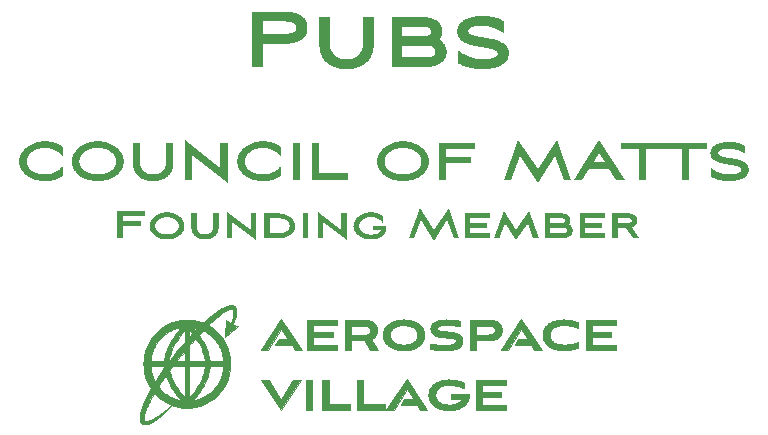
<source format=gbr>
G04 #@! TF.GenerationSoftware,KiCad,Pcbnew,(6.99.0-2452-gdb4f2d9dd8)*
G04 #@! TF.CreationDate,2022-08-01T20:20:55-05:00*
G04 #@! TF.ProjectId,council of matts,636f756e-6369-46c2-906f-66206d617474,rev?*
G04 #@! TF.SameCoordinates,Original*
G04 #@! TF.FileFunction,Legend,Top*
G04 #@! TF.FilePolarity,Positive*
%FSLAX46Y46*%
G04 Gerber Fmt 4.6, Leading zero omitted, Abs format (unit mm)*
G04 Created by KiCad (PCBNEW (6.99.0-2452-gdb4f2d9dd8)) date 2022-08-01 20:20:55*
%MOMM*%
%LPD*%
G01*
G04 APERTURE LIST*
%ADD10C,0.040000*%
%ADD11C,0.150000*%
%ADD12R,1.700000X1.700000*%
%ADD13O,1.700000X1.700000*%
G04 APERTURE END LIST*
D10*
G36*
X85964983Y-97803052D02*
G01*
X85894623Y-97897778D01*
X85824683Y-97992800D01*
X85755216Y-98088050D01*
X85753850Y-98082507D01*
X85720527Y-97897981D01*
X85720331Y-97896716D01*
X85720165Y-97895517D01*
X85699268Y-97708614D01*
X86035764Y-97708614D01*
X85964983Y-97803052D01*
G37*
X85964983Y-97803052D02*
X85894623Y-97897778D01*
X85824683Y-97992800D01*
X85755216Y-98088050D01*
X85753850Y-98082507D01*
X85720527Y-97897981D01*
X85720331Y-97896716D01*
X85720165Y-97895517D01*
X85699268Y-97708614D01*
X86035764Y-97708614D01*
X85964983Y-97803052D01*
G36*
X112909170Y-93806315D02*
G01*
X112975377Y-93807647D01*
X113038980Y-93811580D01*
X113100014Y-93818016D01*
X113158510Y-93826858D01*
X113214502Y-93838009D01*
X113268022Y-93851371D01*
X113319103Y-93866848D01*
X113367777Y-93884342D01*
X113414078Y-93903756D01*
X113458039Y-93924993D01*
X113499691Y-93947956D01*
X113539068Y-93972547D01*
X113576203Y-93998669D01*
X113611128Y-94026225D01*
X113643876Y-94055119D01*
X113674479Y-94085252D01*
X113702971Y-94116528D01*
X113729385Y-94148849D01*
X113753752Y-94182118D01*
X113776106Y-94216238D01*
X113796480Y-94251112D01*
X113814905Y-94286643D01*
X113831416Y-94322733D01*
X113846045Y-94359286D01*
X113858824Y-94396203D01*
X113869786Y-94433389D01*
X113878964Y-94470745D01*
X113886391Y-94508175D01*
X113896122Y-94582866D01*
X113899241Y-94656686D01*
X113896035Y-94730558D01*
X113886239Y-94805401D01*
X113869589Y-94880422D01*
X113845820Y-94954830D01*
X113814670Y-95027833D01*
X113796243Y-95063560D01*
X113775872Y-95098640D01*
X113753523Y-95132973D01*
X113729163Y-95166460D01*
X113702760Y-95199002D01*
X113674279Y-95230501D01*
X113643689Y-95260857D01*
X113610955Y-95289971D01*
X113576046Y-95317746D01*
X113538927Y-95344080D01*
X113499566Y-95368877D01*
X113457930Y-95392036D01*
X113413986Y-95413459D01*
X113367701Y-95433048D01*
X113319042Y-95450702D01*
X113267975Y-95466323D01*
X113214468Y-95479812D01*
X113158487Y-95491071D01*
X113100000Y-95500000D01*
X113038974Y-95506500D01*
X112975375Y-95510473D01*
X112909170Y-95511819D01*
X111728599Y-95511819D01*
X111728599Y-96317211D01*
X111183558Y-96317211D01*
X111183558Y-95036627D01*
X111729129Y-95036627D01*
X112794339Y-95036627D01*
X112834999Y-95036019D01*
X112873572Y-95034227D01*
X112910111Y-95031294D01*
X112944666Y-95027269D01*
X112977291Y-95022195D01*
X113008038Y-95016120D01*
X113036958Y-95009089D01*
X113064105Y-95001148D01*
X113089531Y-94992343D01*
X113113287Y-94982719D01*
X113135426Y-94972323D01*
X113155999Y-94961199D01*
X113175061Y-94949395D01*
X113192661Y-94936956D01*
X113208854Y-94923927D01*
X113223690Y-94910355D01*
X113237223Y-94896285D01*
X113249504Y-94881763D01*
X113260586Y-94866836D01*
X113270521Y-94851548D01*
X113279361Y-94835946D01*
X113287158Y-94820075D01*
X113293964Y-94803982D01*
X113299833Y-94787712D01*
X113304815Y-94771311D01*
X113308964Y-94754825D01*
X113314969Y-94721780D01*
X113318266Y-94688945D01*
X113319272Y-94656686D01*
X113318266Y-94625265D01*
X113314969Y-94593163D01*
X113308964Y-94560754D01*
X113299833Y-94528412D01*
X113287158Y-94496511D01*
X113270521Y-94465423D01*
X113260586Y-94450301D01*
X113249504Y-94435523D01*
X113237223Y-94421135D01*
X113223690Y-94407184D01*
X113208854Y-94393716D01*
X113192661Y-94380779D01*
X113175061Y-94368419D01*
X113155999Y-94356683D01*
X113135426Y-94345618D01*
X113113287Y-94335269D01*
X113089531Y-94325685D01*
X113064105Y-94316911D01*
X113036958Y-94308994D01*
X113008038Y-94301982D01*
X112977291Y-94295920D01*
X112944666Y-94290856D01*
X112910111Y-94286835D01*
X112873572Y-94283906D01*
X112834999Y-94282114D01*
X112794339Y-94281506D01*
X111729129Y-94281506D01*
X111729129Y-95036627D01*
X111183558Y-95036627D01*
X111183558Y-93806315D01*
X112909170Y-93806315D01*
G37*
X112909170Y-93806315D02*
X112975377Y-93807647D01*
X113038980Y-93811580D01*
X113100014Y-93818016D01*
X113158510Y-93826858D01*
X113214502Y-93838009D01*
X113268022Y-93851371D01*
X113319103Y-93866848D01*
X113367777Y-93884342D01*
X113414078Y-93903756D01*
X113458039Y-93924993D01*
X113499691Y-93947956D01*
X113539068Y-93972547D01*
X113576203Y-93998669D01*
X113611128Y-94026225D01*
X113643876Y-94055119D01*
X113674479Y-94085252D01*
X113702971Y-94116528D01*
X113729385Y-94148849D01*
X113753752Y-94182118D01*
X113776106Y-94216238D01*
X113796480Y-94251112D01*
X113814905Y-94286643D01*
X113831416Y-94322733D01*
X113846045Y-94359286D01*
X113858824Y-94396203D01*
X113869786Y-94433389D01*
X113878964Y-94470745D01*
X113886391Y-94508175D01*
X113896122Y-94582866D01*
X113899241Y-94656686D01*
X113896035Y-94730558D01*
X113886239Y-94805401D01*
X113869589Y-94880422D01*
X113845820Y-94954830D01*
X113814670Y-95027833D01*
X113796243Y-95063560D01*
X113775872Y-95098640D01*
X113753523Y-95132973D01*
X113729163Y-95166460D01*
X113702760Y-95199002D01*
X113674279Y-95230501D01*
X113643689Y-95260857D01*
X113610955Y-95289971D01*
X113576046Y-95317746D01*
X113538927Y-95344080D01*
X113499566Y-95368877D01*
X113457930Y-95392036D01*
X113413986Y-95413459D01*
X113367701Y-95433048D01*
X113319042Y-95450702D01*
X113267975Y-95466323D01*
X113214468Y-95479812D01*
X113158487Y-95491071D01*
X113100000Y-95500000D01*
X113038974Y-95506500D01*
X112975375Y-95510473D01*
X112909170Y-95511819D01*
X111728599Y-95511819D01*
X111728599Y-96317211D01*
X111183558Y-96317211D01*
X111183558Y-95036627D01*
X111729129Y-95036627D01*
X112794339Y-95036627D01*
X112834999Y-95036019D01*
X112873572Y-95034227D01*
X112910111Y-95031294D01*
X112944666Y-95027269D01*
X112977291Y-95022195D01*
X113008038Y-95016120D01*
X113036958Y-95009089D01*
X113064105Y-95001148D01*
X113089531Y-94992343D01*
X113113287Y-94982719D01*
X113135426Y-94972323D01*
X113155999Y-94961199D01*
X113175061Y-94949395D01*
X113192661Y-94936956D01*
X113208854Y-94923927D01*
X113223690Y-94910355D01*
X113237223Y-94896285D01*
X113249504Y-94881763D01*
X113260586Y-94866836D01*
X113270521Y-94851548D01*
X113279361Y-94835946D01*
X113287158Y-94820075D01*
X113293964Y-94803982D01*
X113299833Y-94787712D01*
X113304815Y-94771311D01*
X113308964Y-94754825D01*
X113314969Y-94721780D01*
X113318266Y-94688945D01*
X113319272Y-94656686D01*
X113318266Y-94625265D01*
X113314969Y-94593163D01*
X113308964Y-94560754D01*
X113299833Y-94528412D01*
X113287158Y-94496511D01*
X113270521Y-94465423D01*
X113260586Y-94450301D01*
X113249504Y-94435523D01*
X113237223Y-94421135D01*
X113223690Y-94407184D01*
X113208854Y-94393716D01*
X113192661Y-94380779D01*
X113175061Y-94368419D01*
X113155999Y-94356683D01*
X113135426Y-94345618D01*
X113113287Y-94335269D01*
X113089531Y-94325685D01*
X113064105Y-94316911D01*
X113036958Y-94308994D01*
X113008038Y-94301982D01*
X112977291Y-94295920D01*
X112944666Y-94290856D01*
X112910111Y-94286835D01*
X112873572Y-94283906D01*
X112834999Y-94282114D01*
X112794339Y-94281506D01*
X111729129Y-94281506D01*
X111729129Y-95036627D01*
X111183558Y-95036627D01*
X111183558Y-93806315D01*
X112909170Y-93806315D01*
G36*
X102175025Y-100926252D02*
G01*
X104005413Y-100926252D01*
X104005413Y-101396153D01*
X101629983Y-101396153D01*
X101629983Y-98885256D01*
X102175025Y-98885256D01*
X102175025Y-100926252D01*
G37*
X102175025Y-100926252D02*
X104005413Y-100926252D01*
X104005413Y-101396153D01*
X101629983Y-101396153D01*
X101629983Y-98885256D01*
X102175025Y-98885256D01*
X102175025Y-100926252D01*
G36*
X96982842Y-96317211D02*
G01*
X96372713Y-96317211D01*
X96092254Y-95891761D01*
X94725946Y-95891761D01*
X95018575Y-95446731D01*
X95802271Y-95446731D01*
X95242413Y-94591598D01*
X94682025Y-95446731D01*
X94682554Y-95446731D01*
X94389925Y-95891761D01*
X94386750Y-95891761D01*
X94111583Y-96317211D01*
X93501454Y-96317211D01*
X95242413Y-93766098D01*
X96982842Y-96317211D01*
G37*
X96982842Y-96317211D02*
X96372713Y-96317211D01*
X96092254Y-95891761D01*
X94725946Y-95891761D01*
X95018575Y-95446731D01*
X95802271Y-95446731D01*
X95242413Y-94591598D01*
X94682025Y-95446731D01*
X94682554Y-95446731D01*
X94389925Y-95891761D01*
X94386750Y-95891761D01*
X94111583Y-96317211D01*
X93501454Y-96317211D01*
X95242413Y-93766098D01*
X96982842Y-96317211D01*
G36*
X109501694Y-98846205D02*
G01*
X109589622Y-98849679D01*
X109676654Y-98855424D01*
X109762695Y-98863403D01*
X109847651Y-98873581D01*
X109931427Y-98885921D01*
X110013929Y-98900386D01*
X110095062Y-98916940D01*
X110174731Y-98935547D01*
X110252842Y-98956170D01*
X110329301Y-98978772D01*
X110404013Y-99003318D01*
X110476883Y-99029771D01*
X110547816Y-99058094D01*
X110616719Y-99088251D01*
X110683496Y-99120206D01*
X110683496Y-99605452D01*
X110550297Y-99545158D01*
X110412447Y-99488919D01*
X110341502Y-99462705D01*
X110269065Y-99437964D01*
X110195024Y-99414852D01*
X110119271Y-99393521D01*
X110041694Y-99374124D01*
X109962184Y-99356816D01*
X109880631Y-99341749D01*
X109796925Y-99329078D01*
X109710955Y-99318955D01*
X109622612Y-99311535D01*
X109531785Y-99306970D01*
X109438365Y-99305414D01*
X109341155Y-99307648D01*
X109241611Y-99314603D01*
X109140919Y-99326661D01*
X109040267Y-99344201D01*
X108940843Y-99367604D01*
X108891963Y-99381623D01*
X108843834Y-99397250D01*
X108796607Y-99414534D01*
X108750429Y-99433522D01*
X108705448Y-99454261D01*
X108661813Y-99476798D01*
X108619673Y-99501182D01*
X108579176Y-99527460D01*
X108540470Y-99555679D01*
X108503704Y-99585888D01*
X108469026Y-99618133D01*
X108436585Y-99652463D01*
X108406529Y-99688924D01*
X108379006Y-99727565D01*
X108354166Y-99768433D01*
X108332156Y-99811576D01*
X108313125Y-99857040D01*
X108297221Y-99904874D01*
X108284593Y-99955126D01*
X108275389Y-100007843D01*
X108269758Y-100063071D01*
X108267848Y-100120860D01*
X108269288Y-100170369D01*
X108273568Y-100218574D01*
X108280631Y-100265456D01*
X108290417Y-100311000D01*
X108302869Y-100355186D01*
X108317927Y-100397998D01*
X108335534Y-100439418D01*
X108355632Y-100479428D01*
X108378160Y-100518012D01*
X108403062Y-100555151D01*
X108430279Y-100590827D01*
X108459752Y-100625024D01*
X108491423Y-100657724D01*
X108525234Y-100688909D01*
X108561126Y-100718562D01*
X108599040Y-100746665D01*
X108638918Y-100773201D01*
X108680703Y-100798152D01*
X108769755Y-100843229D01*
X108865730Y-100881756D01*
X108968159Y-100913592D01*
X109076575Y-100938598D01*
X109190512Y-100956634D01*
X109309501Y-100967558D01*
X109433075Y-100971230D01*
X109507382Y-100969839D01*
X109583633Y-100965512D01*
X109661188Y-100958013D01*
X109739412Y-100947112D01*
X109817667Y-100932573D01*
X109895316Y-100914164D01*
X109971722Y-100891651D01*
X110046247Y-100864802D01*
X110082605Y-100849678D01*
X110118254Y-100833382D01*
X110153114Y-100815885D01*
X110187106Y-100797158D01*
X110220150Y-100777172D01*
X110252167Y-100755898D01*
X110283076Y-100733306D01*
X110312798Y-100709367D01*
X110341254Y-100684053D01*
X110368363Y-100657333D01*
X110394047Y-100629179D01*
X110418224Y-100599562D01*
X110440817Y-100568453D01*
X110461745Y-100535821D01*
X110480928Y-100501639D01*
X110498288Y-100465876D01*
X109633098Y-100465876D01*
X109633098Y-100060534D01*
X111108415Y-100060534D01*
X111108642Y-100076794D01*
X111109242Y-100092185D01*
X111111060Y-100122447D01*
X111112031Y-100138359D01*
X111112879Y-100155487D01*
X111113478Y-100174351D01*
X111113705Y-100195472D01*
X111111367Y-100270804D01*
X111104439Y-100343896D01*
X111093051Y-100414739D01*
X111077330Y-100483323D01*
X111057408Y-100549638D01*
X111033411Y-100613673D01*
X111005471Y-100675419D01*
X110973716Y-100734866D01*
X110938275Y-100792004D01*
X110899277Y-100846823D01*
X110856852Y-100899313D01*
X110811129Y-100949463D01*
X110762236Y-100997264D01*
X110710303Y-101042707D01*
X110655460Y-101085780D01*
X110597834Y-101126474D01*
X110474755Y-101200686D01*
X110342099Y-101265262D01*
X110200900Y-101320122D01*
X110052190Y-101365187D01*
X109897003Y-101400376D01*
X109736372Y-101425610D01*
X109571330Y-101440809D01*
X109402911Y-101445893D01*
X109317479Y-101444533D01*
X109232815Y-101440463D01*
X109149049Y-101433699D01*
X109066306Y-101424256D01*
X108984715Y-101412150D01*
X108904403Y-101397397D01*
X108825497Y-101380012D01*
X108748125Y-101360011D01*
X108672414Y-101337409D01*
X108598491Y-101312222D01*
X108526485Y-101284466D01*
X108456522Y-101254156D01*
X108388729Y-101221308D01*
X108323235Y-101185937D01*
X108260167Y-101148059D01*
X108199651Y-101107690D01*
X108141816Y-101064844D01*
X108086789Y-101019539D01*
X108034698Y-100971789D01*
X107985669Y-100921610D01*
X107939830Y-100869018D01*
X107897308Y-100814027D01*
X107858232Y-100756655D01*
X107822728Y-100696916D01*
X107790923Y-100634826D01*
X107762946Y-100570400D01*
X107738924Y-100503655D01*
X107718983Y-100434605D01*
X107703252Y-100363267D01*
X107691858Y-100289656D01*
X107684928Y-100213787D01*
X107682590Y-100135677D01*
X107685069Y-100054084D01*
X107692407Y-99975290D01*
X107704449Y-99899281D01*
X107721043Y-99826043D01*
X107742036Y-99755563D01*
X107767275Y-99687826D01*
X107796607Y-99622820D01*
X107829880Y-99560531D01*
X107866940Y-99500944D01*
X107907634Y-99444047D01*
X107951810Y-99389825D01*
X107999314Y-99338265D01*
X108049995Y-99289354D01*
X108103698Y-99243077D01*
X108160271Y-99199421D01*
X108219561Y-99158372D01*
X108345682Y-99084042D01*
X108480835Y-99019978D01*
X108623800Y-98966069D01*
X108773351Y-98922207D01*
X108928267Y-98888282D01*
X109087323Y-98864186D01*
X109249297Y-98849808D01*
X109412965Y-98845039D01*
X109501694Y-98846205D01*
G37*
X109501694Y-98846205D02*
X109589622Y-98849679D01*
X109676654Y-98855424D01*
X109762695Y-98863403D01*
X109847651Y-98873581D01*
X109931427Y-98885921D01*
X110013929Y-98900386D01*
X110095062Y-98916940D01*
X110174731Y-98935547D01*
X110252842Y-98956170D01*
X110329301Y-98978772D01*
X110404013Y-99003318D01*
X110476883Y-99029771D01*
X110547816Y-99058094D01*
X110616719Y-99088251D01*
X110683496Y-99120206D01*
X110683496Y-99605452D01*
X110550297Y-99545158D01*
X110412447Y-99488919D01*
X110341502Y-99462705D01*
X110269065Y-99437964D01*
X110195024Y-99414852D01*
X110119271Y-99393521D01*
X110041694Y-99374124D01*
X109962184Y-99356816D01*
X109880631Y-99341749D01*
X109796925Y-99329078D01*
X109710955Y-99318955D01*
X109622612Y-99311535D01*
X109531785Y-99306970D01*
X109438365Y-99305414D01*
X109341155Y-99307648D01*
X109241611Y-99314603D01*
X109140919Y-99326661D01*
X109040267Y-99344201D01*
X108940843Y-99367604D01*
X108891963Y-99381623D01*
X108843834Y-99397250D01*
X108796607Y-99414534D01*
X108750429Y-99433522D01*
X108705448Y-99454261D01*
X108661813Y-99476798D01*
X108619673Y-99501182D01*
X108579176Y-99527460D01*
X108540470Y-99555679D01*
X108503704Y-99585888D01*
X108469026Y-99618133D01*
X108436585Y-99652463D01*
X108406529Y-99688924D01*
X108379006Y-99727565D01*
X108354166Y-99768433D01*
X108332156Y-99811576D01*
X108313125Y-99857040D01*
X108297221Y-99904874D01*
X108284593Y-99955126D01*
X108275389Y-100007843D01*
X108269758Y-100063071D01*
X108267848Y-100120860D01*
X108269288Y-100170369D01*
X108273568Y-100218574D01*
X108280631Y-100265456D01*
X108290417Y-100311000D01*
X108302869Y-100355186D01*
X108317927Y-100397998D01*
X108335534Y-100439418D01*
X108355632Y-100479428D01*
X108378160Y-100518012D01*
X108403062Y-100555151D01*
X108430279Y-100590827D01*
X108459752Y-100625024D01*
X108491423Y-100657724D01*
X108525234Y-100688909D01*
X108561126Y-100718562D01*
X108599040Y-100746665D01*
X108638918Y-100773201D01*
X108680703Y-100798152D01*
X108769755Y-100843229D01*
X108865730Y-100881756D01*
X108968159Y-100913592D01*
X109076575Y-100938598D01*
X109190512Y-100956634D01*
X109309501Y-100967558D01*
X109433075Y-100971230D01*
X109507382Y-100969839D01*
X109583633Y-100965512D01*
X109661188Y-100958013D01*
X109739412Y-100947112D01*
X109817667Y-100932573D01*
X109895316Y-100914164D01*
X109971722Y-100891651D01*
X110046247Y-100864802D01*
X110082605Y-100849678D01*
X110118254Y-100833382D01*
X110153114Y-100815885D01*
X110187106Y-100797158D01*
X110220150Y-100777172D01*
X110252167Y-100755898D01*
X110283076Y-100733306D01*
X110312798Y-100709367D01*
X110341254Y-100684053D01*
X110368363Y-100657333D01*
X110394047Y-100629179D01*
X110418224Y-100599562D01*
X110440817Y-100568453D01*
X110461745Y-100535821D01*
X110480928Y-100501639D01*
X110498288Y-100465876D01*
X109633098Y-100465876D01*
X109633098Y-100060534D01*
X111108415Y-100060534D01*
X111108642Y-100076794D01*
X111109242Y-100092185D01*
X111111060Y-100122447D01*
X111112031Y-100138359D01*
X111112879Y-100155487D01*
X111113478Y-100174351D01*
X111113705Y-100195472D01*
X111111367Y-100270804D01*
X111104439Y-100343896D01*
X111093051Y-100414739D01*
X111077330Y-100483323D01*
X111057408Y-100549638D01*
X111033411Y-100613673D01*
X111005471Y-100675419D01*
X110973716Y-100734866D01*
X110938275Y-100792004D01*
X110899277Y-100846823D01*
X110856852Y-100899313D01*
X110811129Y-100949463D01*
X110762236Y-100997264D01*
X110710303Y-101042707D01*
X110655460Y-101085780D01*
X110597834Y-101126474D01*
X110474755Y-101200686D01*
X110342099Y-101265262D01*
X110200900Y-101320122D01*
X110052190Y-101365187D01*
X109897003Y-101400376D01*
X109736372Y-101425610D01*
X109571330Y-101440809D01*
X109402911Y-101445893D01*
X109317479Y-101444533D01*
X109232815Y-101440463D01*
X109149049Y-101433699D01*
X109066306Y-101424256D01*
X108984715Y-101412150D01*
X108904403Y-101397397D01*
X108825497Y-101380012D01*
X108748125Y-101360011D01*
X108672414Y-101337409D01*
X108598491Y-101312222D01*
X108526485Y-101284466D01*
X108456522Y-101254156D01*
X108388729Y-101221308D01*
X108323235Y-101185937D01*
X108260167Y-101148059D01*
X108199651Y-101107690D01*
X108141816Y-101064844D01*
X108086789Y-101019539D01*
X108034698Y-100971789D01*
X107985669Y-100921610D01*
X107939830Y-100869018D01*
X107897308Y-100814027D01*
X107858232Y-100756655D01*
X107822728Y-100696916D01*
X107790923Y-100634826D01*
X107762946Y-100570400D01*
X107738924Y-100503655D01*
X107718983Y-100434605D01*
X107703252Y-100363267D01*
X107691858Y-100289656D01*
X107684928Y-100213787D01*
X107682590Y-100135677D01*
X107685069Y-100054084D01*
X107692407Y-99975290D01*
X107704449Y-99899281D01*
X107721043Y-99826043D01*
X107742036Y-99755563D01*
X107767275Y-99687826D01*
X107796607Y-99622820D01*
X107829880Y-99560531D01*
X107866940Y-99500944D01*
X107907634Y-99444047D01*
X107951810Y-99389825D01*
X107999314Y-99338265D01*
X108049995Y-99289354D01*
X108103698Y-99243077D01*
X108160271Y-99199421D01*
X108219561Y-99158372D01*
X108345682Y-99084042D01*
X108480835Y-99019978D01*
X108623800Y-98966069D01*
X108773351Y-98922207D01*
X108928267Y-98888282D01*
X109087323Y-98864186D01*
X109249297Y-98849808D01*
X109412965Y-98845039D01*
X109501694Y-98846205D01*
G36*
X117271091Y-96317211D02*
G01*
X116660960Y-96317211D01*
X116380502Y-95891761D01*
X115008903Y-95891761D01*
X115301530Y-95446731D01*
X116090520Y-95446731D01*
X115530661Y-94591598D01*
X114400361Y-96317211D01*
X113789702Y-96317211D01*
X115530661Y-93766098D01*
X117271091Y-96317211D01*
G37*
X117271091Y-96317211D02*
X116660960Y-96317211D01*
X116380502Y-95891761D01*
X115008903Y-95891761D01*
X115301530Y-95446731D01*
X116090520Y-95446731D01*
X115530661Y-94591598D01*
X114400361Y-96317211D01*
X113789702Y-96317211D01*
X115530661Y-93766098D01*
X117271091Y-96317211D01*
G36*
X97858083Y-101396153D02*
G01*
X97313041Y-101396153D01*
X97313041Y-98885256D01*
X97858083Y-98885256D01*
X97858083Y-101396153D01*
G37*
X97858083Y-101396153D02*
X97313041Y-101396153D01*
X97313041Y-98885256D01*
X97858083Y-98885256D01*
X97858083Y-101396153D01*
G36*
X95192142Y-100585998D02*
G01*
X96252592Y-98885256D01*
X96892884Y-98885256D01*
X95192142Y-101446422D01*
X93501454Y-98885256D01*
X94147038Y-98885256D01*
X95192142Y-100585998D01*
G37*
X95192142Y-100585998D02*
X96252592Y-98885256D01*
X96892884Y-98885256D01*
X95192142Y-101446422D01*
X93501454Y-98885256D01*
X94147038Y-98885256D01*
X95192142Y-100585998D01*
G36*
X102329541Y-93806315D02*
G01*
X102395747Y-93807676D01*
X102459351Y-93811693D01*
X102520384Y-93818265D01*
X102578881Y-93827290D01*
X102634874Y-93838669D01*
X102688395Y-93852299D01*
X102739478Y-93868081D01*
X102788155Y-93885913D01*
X102834460Y-93905695D01*
X102878425Y-93927325D01*
X102920083Y-93950703D01*
X102959466Y-93975728D01*
X102996608Y-94002299D01*
X103031542Y-94030315D01*
X103064300Y-94059675D01*
X103094915Y-94090279D01*
X103123420Y-94122025D01*
X103149849Y-94154813D01*
X103174232Y-94188542D01*
X103196605Y-94223111D01*
X103216999Y-94258419D01*
X103235447Y-94294365D01*
X103251983Y-94330849D01*
X103266638Y-94367769D01*
X103279446Y-94405025D01*
X103290440Y-94442515D01*
X103307116Y-94517797D01*
X103316929Y-94592808D01*
X103320141Y-94666740D01*
X103318368Y-94724137D01*
X103312973Y-94781830D01*
X103303845Y-94839515D01*
X103290872Y-94896894D01*
X103273943Y-94953666D01*
X103263960Y-94981729D01*
X103252946Y-95009528D01*
X103240887Y-95037025D01*
X103227769Y-95064182D01*
X103213578Y-95090961D01*
X103198301Y-95117325D01*
X103181923Y-95143237D01*
X103164430Y-95168658D01*
X103145809Y-95193551D01*
X103126045Y-95217879D01*
X103105125Y-95241604D01*
X103083034Y-95264688D01*
X103059758Y-95287094D01*
X103035285Y-95308784D01*
X103009599Y-95329721D01*
X102982686Y-95349867D01*
X102954534Y-95369184D01*
X102925127Y-95387634D01*
X102894452Y-95405181D01*
X102862495Y-95421787D01*
X102829242Y-95437413D01*
X102794679Y-95452023D01*
X103374644Y-96317211D01*
X102764515Y-96317211D01*
X102234290Y-95531927D01*
X101159023Y-95531927D01*
X101159023Y-96317211D01*
X100613982Y-96317211D01*
X100613982Y-95051444D01*
X101159554Y-95051444D01*
X102250168Y-95051444D01*
X102288061Y-95050851D01*
X102323985Y-95049100D01*
X102357992Y-95046234D01*
X102390131Y-95042293D01*
X102420452Y-95037321D01*
X102449005Y-95031359D01*
X102475841Y-95024450D01*
X102501010Y-95016635D01*
X102524562Y-95007956D01*
X102546547Y-94998456D01*
X102567016Y-94988177D01*
X102586018Y-94977160D01*
X102603604Y-94965448D01*
X102619824Y-94953083D01*
X102634728Y-94940106D01*
X102648366Y-94926561D01*
X102660789Y-94912488D01*
X102672047Y-94897930D01*
X102682190Y-94882929D01*
X102691268Y-94867528D01*
X102699331Y-94851767D01*
X102706430Y-94835690D01*
X102712615Y-94819337D01*
X102717935Y-94802752D01*
X102722442Y-94785977D01*
X102726184Y-94769052D01*
X102731580Y-94734926D01*
X102734522Y-94700710D01*
X102735414Y-94666740D01*
X102734522Y-94635319D01*
X102731580Y-94603217D01*
X102726184Y-94570809D01*
X102717935Y-94538467D01*
X102706430Y-94506565D01*
X102699331Y-94490896D01*
X102691268Y-94475477D01*
X102682190Y-94460355D01*
X102672047Y-94445577D01*
X102660789Y-94431189D01*
X102648366Y-94417238D01*
X102634727Y-94403770D01*
X102619823Y-94390834D01*
X102603603Y-94378474D01*
X102586017Y-94366738D01*
X102567015Y-94355672D01*
X102546546Y-94345324D01*
X102524561Y-94335739D01*
X102501009Y-94326965D01*
X102475840Y-94319049D01*
X102449004Y-94312036D01*
X102420451Y-94305974D01*
X102390130Y-94300910D01*
X102357992Y-94296890D01*
X102323985Y-94293960D01*
X102288061Y-94292168D01*
X102250168Y-94291561D01*
X101159554Y-94291561D01*
X101159554Y-95051444D01*
X100613982Y-95051444D01*
X100613982Y-93806315D01*
X102329541Y-93806315D01*
G37*
X102329541Y-93806315D02*
X102395747Y-93807676D01*
X102459351Y-93811693D01*
X102520384Y-93818265D01*
X102578881Y-93827290D01*
X102634874Y-93838669D01*
X102688395Y-93852299D01*
X102739478Y-93868081D01*
X102788155Y-93885913D01*
X102834460Y-93905695D01*
X102878425Y-93927325D01*
X102920083Y-93950703D01*
X102959466Y-93975728D01*
X102996608Y-94002299D01*
X103031542Y-94030315D01*
X103064300Y-94059675D01*
X103094915Y-94090279D01*
X103123420Y-94122025D01*
X103149849Y-94154813D01*
X103174232Y-94188542D01*
X103196605Y-94223111D01*
X103216999Y-94258419D01*
X103235447Y-94294365D01*
X103251983Y-94330849D01*
X103266638Y-94367769D01*
X103279446Y-94405025D01*
X103290440Y-94442515D01*
X103307116Y-94517797D01*
X103316929Y-94592808D01*
X103320141Y-94666740D01*
X103318368Y-94724137D01*
X103312973Y-94781830D01*
X103303845Y-94839515D01*
X103290872Y-94896894D01*
X103273943Y-94953666D01*
X103263960Y-94981729D01*
X103252946Y-95009528D01*
X103240887Y-95037025D01*
X103227769Y-95064182D01*
X103213578Y-95090961D01*
X103198301Y-95117325D01*
X103181923Y-95143237D01*
X103164430Y-95168658D01*
X103145809Y-95193551D01*
X103126045Y-95217879D01*
X103105125Y-95241604D01*
X103083034Y-95264688D01*
X103059758Y-95287094D01*
X103035285Y-95308784D01*
X103009599Y-95329721D01*
X102982686Y-95349867D01*
X102954534Y-95369184D01*
X102925127Y-95387634D01*
X102894452Y-95405181D01*
X102862495Y-95421787D01*
X102829242Y-95437413D01*
X102794679Y-95452023D01*
X103374644Y-96317211D01*
X102764515Y-96317211D01*
X102234290Y-95531927D01*
X101159023Y-95531927D01*
X101159023Y-96317211D01*
X100613982Y-96317211D01*
X100613982Y-95051444D01*
X101159554Y-95051444D01*
X102250168Y-95051444D01*
X102288061Y-95050851D01*
X102323985Y-95049100D01*
X102357992Y-95046234D01*
X102390131Y-95042293D01*
X102420452Y-95037321D01*
X102449005Y-95031359D01*
X102475841Y-95024450D01*
X102501010Y-95016635D01*
X102524562Y-95007956D01*
X102546547Y-94998456D01*
X102567016Y-94988177D01*
X102586018Y-94977160D01*
X102603604Y-94965448D01*
X102619824Y-94953083D01*
X102634728Y-94940106D01*
X102648366Y-94926561D01*
X102660789Y-94912488D01*
X102672047Y-94897930D01*
X102682190Y-94882929D01*
X102691268Y-94867528D01*
X102699331Y-94851767D01*
X102706430Y-94835690D01*
X102712615Y-94819337D01*
X102717935Y-94802752D01*
X102722442Y-94785977D01*
X102726184Y-94769052D01*
X102731580Y-94734926D01*
X102734522Y-94700710D01*
X102735414Y-94666740D01*
X102734522Y-94635319D01*
X102731580Y-94603217D01*
X102726184Y-94570809D01*
X102717935Y-94538467D01*
X102706430Y-94506565D01*
X102699331Y-94490896D01*
X102691268Y-94475477D01*
X102682190Y-94460355D01*
X102672047Y-94445577D01*
X102660789Y-94431189D01*
X102648366Y-94417238D01*
X102634727Y-94403770D01*
X102619823Y-94390834D01*
X102603603Y-94378474D01*
X102586017Y-94366738D01*
X102567015Y-94355672D01*
X102546546Y-94345324D01*
X102524561Y-94335739D01*
X102501009Y-94326965D01*
X102475840Y-94319049D01*
X102449004Y-94312036D01*
X102420451Y-94305974D01*
X102390130Y-94300910D01*
X102357992Y-94296890D01*
X102323985Y-94293960D01*
X102288061Y-94292168D01*
X102250168Y-94291561D01*
X101159554Y-94291561D01*
X101159554Y-95051444D01*
X100613982Y-95051444D01*
X100613982Y-93806315D01*
X102329541Y-93806315D01*
G36*
X84194193Y-99603498D02*
G01*
X84216151Y-99635969D01*
X84240715Y-99671483D01*
X84265675Y-99706691D01*
X84291064Y-99741565D01*
X84317734Y-99777241D01*
X84344818Y-99812577D01*
X84372310Y-99847573D01*
X84400205Y-99882228D01*
X84421620Y-99908082D01*
X84443369Y-99933635D01*
X84465343Y-99958988D01*
X84487435Y-99984238D01*
X84470557Y-100012116D01*
X84453473Y-100039888D01*
X84436447Y-100067689D01*
X84419739Y-100095652D01*
X84285178Y-100329747D01*
X84153690Y-100565039D01*
X84089812Y-100683380D01*
X84027559Y-100802316D01*
X83967217Y-100921944D01*
X83909072Y-101042364D01*
X83853257Y-101163083D01*
X83799492Y-101284914D01*
X83748630Y-101407526D01*
X83701527Y-101530592D01*
X83659038Y-101653782D01*
X83639791Y-101715320D01*
X83622018Y-101776766D01*
X83605825Y-101838079D01*
X83591320Y-101899217D01*
X83578610Y-101960140D01*
X83567801Y-102020805D01*
X83564567Y-102050270D01*
X83562065Y-102079427D01*
X83560382Y-102108122D01*
X83559605Y-102136202D01*
X83559820Y-102163512D01*
X83560327Y-102176831D01*
X83561114Y-102189900D01*
X83562193Y-102202700D01*
X83563573Y-102215212D01*
X83565267Y-102227416D01*
X83567284Y-102239294D01*
X83570034Y-102250728D01*
X83572937Y-102261438D01*
X83576011Y-102271455D01*
X83579274Y-102280812D01*
X83582745Y-102289539D01*
X83586441Y-102297669D01*
X83588379Y-102301519D01*
X83590380Y-102305233D01*
X83592446Y-102308812D01*
X83594580Y-102312263D01*
X83596783Y-102315587D01*
X83599059Y-102318790D01*
X83601408Y-102321876D01*
X83603835Y-102324848D01*
X83606340Y-102327710D01*
X83608926Y-102330466D01*
X83611595Y-102333121D01*
X83614350Y-102335677D01*
X83617192Y-102338140D01*
X83620125Y-102340513D01*
X83623149Y-102342800D01*
X83626268Y-102345005D01*
X83632799Y-102349185D01*
X83639734Y-102353085D01*
X83647548Y-102356856D01*
X83656077Y-102360229D01*
X83665282Y-102363207D01*
X83675121Y-102365787D01*
X83685552Y-102367971D01*
X83696535Y-102369758D01*
X83708028Y-102371148D01*
X83719990Y-102372141D01*
X83732380Y-102372738D01*
X83745157Y-102372938D01*
X83758279Y-102372740D01*
X83771705Y-102372146D01*
X83785395Y-102371154D01*
X83799306Y-102369766D01*
X83813398Y-102367980D01*
X83827630Y-102365797D01*
X83856413Y-102360654D01*
X83885570Y-102354408D01*
X83915032Y-102347146D01*
X83944735Y-102338955D01*
X83974611Y-102329920D01*
X84004595Y-102320129D01*
X84034619Y-102309666D01*
X84064618Y-102298618D01*
X84124859Y-102274036D01*
X84184741Y-102247788D01*
X84244273Y-102219981D01*
X84303468Y-102190724D01*
X84362335Y-102160123D01*
X84420885Y-102128288D01*
X84537077Y-102061345D01*
X84652128Y-101990755D01*
X84766122Y-101917381D01*
X84879144Y-101842086D01*
X84991280Y-101765731D01*
X85102258Y-101686689D01*
X85212558Y-101606377D01*
X85322199Y-101524873D01*
X85431201Y-101442251D01*
X85647364Y-101273957D01*
X85861201Y-101102102D01*
X85767273Y-101202340D01*
X85672341Y-101301749D01*
X85576295Y-101400191D01*
X85479020Y-101497530D01*
X85380407Y-101593629D01*
X85280342Y-101688350D01*
X85178713Y-101781557D01*
X85075409Y-101873114D01*
X85023365Y-101918548D01*
X84970800Y-101963536D01*
X84917690Y-102008028D01*
X84864009Y-102051975D01*
X84809733Y-102095326D01*
X84754837Y-102138032D01*
X84699295Y-102180043D01*
X84643084Y-102221310D01*
X84586235Y-102262092D01*
X84528711Y-102302191D01*
X84470381Y-102341473D01*
X84411115Y-102379800D01*
X84350782Y-102417035D01*
X84289252Y-102453042D01*
X84226395Y-102487685D01*
X84162080Y-102520827D01*
X84129147Y-102536530D01*
X84095766Y-102551793D01*
X84061839Y-102566474D01*
X84027266Y-102580430D01*
X83991950Y-102593518D01*
X83955790Y-102605595D01*
X83918689Y-102616518D01*
X83899754Y-102621502D01*
X83880547Y-102626144D01*
X83841660Y-102634265D01*
X83801233Y-102641103D01*
X83780457Y-102643826D01*
X83759316Y-102645971D01*
X83737814Y-102647450D01*
X83715959Y-102648178D01*
X83693757Y-102648069D01*
X83671214Y-102647037D01*
X83648336Y-102644996D01*
X83625130Y-102641859D01*
X83601601Y-102637540D01*
X83577757Y-102631954D01*
X83553604Y-102625015D01*
X83529147Y-102616635D01*
X83517116Y-102611672D01*
X83505227Y-102606308D01*
X83493475Y-102600545D01*
X83481853Y-102594385D01*
X83470355Y-102587827D01*
X83458974Y-102580874D01*
X83447706Y-102573526D01*
X83436543Y-102565785D01*
X83426476Y-102557283D01*
X83416524Y-102548476D01*
X83406697Y-102539408D01*
X83397008Y-102530122D01*
X83387468Y-102520662D01*
X83378088Y-102511073D01*
X83368880Y-102501398D01*
X83359855Y-102491681D01*
X83345605Y-102470474D01*
X83338566Y-102459757D01*
X83331637Y-102448980D01*
X83324858Y-102438153D01*
X83318266Y-102427287D01*
X83311900Y-102416394D01*
X83305801Y-102405485D01*
X83301289Y-102394721D01*
X83296874Y-102383871D01*
X83288308Y-102361957D01*
X83280039Y-102339845D01*
X83272005Y-102317635D01*
X83266498Y-102296010D01*
X83261660Y-102274588D01*
X83257454Y-102253361D01*
X83253846Y-102232322D01*
X83250798Y-102211462D01*
X83248274Y-102190775D01*
X83246238Y-102170252D01*
X83244654Y-102149885D01*
X83242695Y-102109590D01*
X83242109Y-102069829D01*
X83242605Y-102030540D01*
X83243893Y-101991660D01*
X83250802Y-101915986D01*
X83260272Y-101841677D01*
X83272085Y-101768610D01*
X83286026Y-101696660D01*
X83301876Y-101625702D01*
X83319420Y-101555611D01*
X83338439Y-101486264D01*
X83358718Y-101417535D01*
X83379910Y-101349407D01*
X83402146Y-101281903D01*
X83425325Y-101214954D01*
X83449348Y-101148493D01*
X83474115Y-101082454D01*
X83499527Y-101016770D01*
X83551884Y-100886198D01*
X83622417Y-100719705D01*
X83696161Y-100555133D01*
X83772864Y-100392340D01*
X83852275Y-100231187D01*
X83934142Y-100071534D01*
X84018211Y-99913242D01*
X84104231Y-99756170D01*
X84191911Y-99600246D01*
X84194193Y-99603498D01*
G37*
X84194193Y-99603498D02*
X84216151Y-99635969D01*
X84240715Y-99671483D01*
X84265675Y-99706691D01*
X84291064Y-99741565D01*
X84317734Y-99777241D01*
X84344818Y-99812577D01*
X84372310Y-99847573D01*
X84400205Y-99882228D01*
X84421620Y-99908082D01*
X84443369Y-99933635D01*
X84465343Y-99958988D01*
X84487435Y-99984238D01*
X84470557Y-100012116D01*
X84453473Y-100039888D01*
X84436447Y-100067689D01*
X84419739Y-100095652D01*
X84285178Y-100329747D01*
X84153690Y-100565039D01*
X84089812Y-100683380D01*
X84027559Y-100802316D01*
X83967217Y-100921944D01*
X83909072Y-101042364D01*
X83853257Y-101163083D01*
X83799492Y-101284914D01*
X83748630Y-101407526D01*
X83701527Y-101530592D01*
X83659038Y-101653782D01*
X83639791Y-101715320D01*
X83622018Y-101776766D01*
X83605825Y-101838079D01*
X83591320Y-101899217D01*
X83578610Y-101960140D01*
X83567801Y-102020805D01*
X83564567Y-102050270D01*
X83562065Y-102079427D01*
X83560382Y-102108122D01*
X83559605Y-102136202D01*
X83559820Y-102163512D01*
X83560327Y-102176831D01*
X83561114Y-102189900D01*
X83562193Y-102202700D01*
X83563573Y-102215212D01*
X83565267Y-102227416D01*
X83567284Y-102239294D01*
X83570034Y-102250728D01*
X83572937Y-102261438D01*
X83576011Y-102271455D01*
X83579274Y-102280812D01*
X83582745Y-102289539D01*
X83586441Y-102297669D01*
X83588379Y-102301519D01*
X83590380Y-102305233D01*
X83592446Y-102308812D01*
X83594580Y-102312263D01*
X83596783Y-102315587D01*
X83599059Y-102318790D01*
X83601408Y-102321876D01*
X83603835Y-102324848D01*
X83606340Y-102327710D01*
X83608926Y-102330466D01*
X83611595Y-102333121D01*
X83614350Y-102335677D01*
X83617192Y-102338140D01*
X83620125Y-102340513D01*
X83623149Y-102342800D01*
X83626268Y-102345005D01*
X83632799Y-102349185D01*
X83639734Y-102353085D01*
X83647548Y-102356856D01*
X83656077Y-102360229D01*
X83665282Y-102363207D01*
X83675121Y-102365787D01*
X83685552Y-102367971D01*
X83696535Y-102369758D01*
X83708028Y-102371148D01*
X83719990Y-102372141D01*
X83732380Y-102372738D01*
X83745157Y-102372938D01*
X83758279Y-102372740D01*
X83771705Y-102372146D01*
X83785395Y-102371154D01*
X83799306Y-102369766D01*
X83813398Y-102367980D01*
X83827630Y-102365797D01*
X83856413Y-102360654D01*
X83885570Y-102354408D01*
X83915032Y-102347146D01*
X83944735Y-102338955D01*
X83974611Y-102329920D01*
X84004595Y-102320129D01*
X84034619Y-102309666D01*
X84064618Y-102298618D01*
X84124859Y-102274036D01*
X84184741Y-102247788D01*
X84244273Y-102219981D01*
X84303468Y-102190724D01*
X84362335Y-102160123D01*
X84420885Y-102128288D01*
X84537077Y-102061345D01*
X84652128Y-101990755D01*
X84766122Y-101917381D01*
X84879144Y-101842086D01*
X84991280Y-101765731D01*
X85102258Y-101686689D01*
X85212558Y-101606377D01*
X85322199Y-101524873D01*
X85431201Y-101442251D01*
X85647364Y-101273957D01*
X85861201Y-101102102D01*
X85767273Y-101202340D01*
X85672341Y-101301749D01*
X85576295Y-101400191D01*
X85479020Y-101497530D01*
X85380407Y-101593629D01*
X85280342Y-101688350D01*
X85178713Y-101781557D01*
X85075409Y-101873114D01*
X85023365Y-101918548D01*
X84970800Y-101963536D01*
X84917690Y-102008028D01*
X84864009Y-102051975D01*
X84809733Y-102095326D01*
X84754837Y-102138032D01*
X84699295Y-102180043D01*
X84643084Y-102221310D01*
X84586235Y-102262092D01*
X84528711Y-102302191D01*
X84470381Y-102341473D01*
X84411115Y-102379800D01*
X84350782Y-102417035D01*
X84289252Y-102453042D01*
X84226395Y-102487685D01*
X84162080Y-102520827D01*
X84129147Y-102536530D01*
X84095766Y-102551793D01*
X84061839Y-102566474D01*
X84027266Y-102580430D01*
X83991950Y-102593518D01*
X83955790Y-102605595D01*
X83918689Y-102616518D01*
X83899754Y-102621502D01*
X83880547Y-102626144D01*
X83841660Y-102634265D01*
X83801233Y-102641103D01*
X83780457Y-102643826D01*
X83759316Y-102645971D01*
X83737814Y-102647450D01*
X83715959Y-102648178D01*
X83693757Y-102648069D01*
X83671214Y-102647037D01*
X83648336Y-102644996D01*
X83625130Y-102641859D01*
X83601601Y-102637540D01*
X83577757Y-102631954D01*
X83553604Y-102625015D01*
X83529147Y-102616635D01*
X83517116Y-102611672D01*
X83505227Y-102606308D01*
X83493475Y-102600545D01*
X83481853Y-102594385D01*
X83470355Y-102587827D01*
X83458974Y-102580874D01*
X83447706Y-102573526D01*
X83436543Y-102565785D01*
X83426476Y-102557283D01*
X83416524Y-102548476D01*
X83406697Y-102539408D01*
X83397008Y-102530122D01*
X83387468Y-102520662D01*
X83378088Y-102511073D01*
X83368880Y-102501398D01*
X83359855Y-102491681D01*
X83345605Y-102470474D01*
X83338566Y-102459757D01*
X83331637Y-102448980D01*
X83324858Y-102438153D01*
X83318266Y-102427287D01*
X83311900Y-102416394D01*
X83305801Y-102405485D01*
X83301289Y-102394721D01*
X83296874Y-102383871D01*
X83288308Y-102361957D01*
X83280039Y-102339845D01*
X83272005Y-102317635D01*
X83266498Y-102296010D01*
X83261660Y-102274588D01*
X83257454Y-102253361D01*
X83253846Y-102232322D01*
X83250798Y-102211462D01*
X83248274Y-102190775D01*
X83246238Y-102170252D01*
X83244654Y-102149885D01*
X83242695Y-102109590D01*
X83242109Y-102069829D01*
X83242605Y-102030540D01*
X83243893Y-101991660D01*
X83250802Y-101915986D01*
X83260272Y-101841677D01*
X83272085Y-101768610D01*
X83286026Y-101696660D01*
X83301876Y-101625702D01*
X83319420Y-101555611D01*
X83338439Y-101486264D01*
X83358718Y-101417535D01*
X83379910Y-101349407D01*
X83402146Y-101281903D01*
X83425325Y-101214954D01*
X83449348Y-101148493D01*
X83474115Y-101082454D01*
X83499527Y-101016770D01*
X83551884Y-100886198D01*
X83622417Y-100719705D01*
X83696161Y-100555133D01*
X83772864Y-100392340D01*
X83852275Y-100231187D01*
X83934142Y-100071534D01*
X84018211Y-99913242D01*
X84104231Y-99756170D01*
X84191911Y-99600246D01*
X84194193Y-99603498D01*
G36*
X103823017Y-94990833D02*
G01*
X103829791Y-94917365D01*
X103840949Y-94845886D01*
X103856382Y-94776424D01*
X103875979Y-94709008D01*
X103899633Y-94643666D01*
X103927234Y-94580426D01*
X103958673Y-94519317D01*
X103993841Y-94460368D01*
X104032630Y-94403607D01*
X104074930Y-94349063D01*
X104120632Y-94296763D01*
X104169627Y-94246738D01*
X104221807Y-94199014D01*
X104277061Y-94153620D01*
X104335282Y-94110586D01*
X104460187Y-94031708D01*
X104595648Y-93962607D01*
X104740793Y-93903512D01*
X104894752Y-93854651D01*
X105056651Y-93816251D01*
X105225618Y-93788540D01*
X105400782Y-93771747D01*
X105581270Y-93766098D01*
X105672591Y-93767515D01*
X105762631Y-93771747D01*
X105851283Y-93778765D01*
X105938442Y-93788540D01*
X106024002Y-93801045D01*
X106107856Y-93816251D01*
X106189898Y-93834129D01*
X106270022Y-93854651D01*
X106348122Y-93877788D01*
X106424093Y-93903512D01*
X106497827Y-93931795D01*
X106569219Y-93962607D01*
X106638163Y-93995921D01*
X106704552Y-94031708D01*
X106768281Y-94069939D01*
X106829244Y-94110586D01*
X106887333Y-94153620D01*
X106942444Y-94199014D01*
X106994470Y-94246738D01*
X107043305Y-94296763D01*
X107088843Y-94349063D01*
X107130977Y-94403607D01*
X107169603Y-94460368D01*
X107204613Y-94519317D01*
X107235901Y-94580426D01*
X107263362Y-94643666D01*
X107286890Y-94709008D01*
X107306377Y-94776424D01*
X107321719Y-94845886D01*
X107332808Y-94917365D01*
X107339540Y-94990833D01*
X107341807Y-95066261D01*
X107339538Y-95140804D01*
X107332803Y-95213499D01*
X107321706Y-95284313D01*
X107306355Y-95353211D01*
X107286857Y-95420158D01*
X107263317Y-95485122D01*
X107235842Y-95548068D01*
X107204538Y-95608962D01*
X107169512Y-95667771D01*
X107130871Y-95724459D01*
X107088720Y-95778993D01*
X107043165Y-95831340D01*
X106994314Y-95881464D01*
X106942273Y-95929332D01*
X106887148Y-95974911D01*
X106829045Y-96018165D01*
X106704333Y-96097566D01*
X106568987Y-96167263D01*
X106423858Y-96226984D01*
X106269799Y-96276457D01*
X106107659Y-96315409D01*
X105938290Y-96343569D01*
X105762544Y-96360664D01*
X105581270Y-96366423D01*
X105490415Y-96364979D01*
X105400782Y-96360670D01*
X105312480Y-96353529D01*
X105225618Y-96343590D01*
X105140305Y-96330887D01*
X105056651Y-96315454D01*
X104974763Y-96297324D01*
X104894752Y-96276531D01*
X104816725Y-96253109D01*
X104740793Y-96227091D01*
X104667064Y-96198511D01*
X104595648Y-96167403D01*
X104526652Y-96133800D01*
X104460187Y-96097737D01*
X104396360Y-96059247D01*
X104335282Y-96018364D01*
X104277061Y-95975121D01*
X104221807Y-95929552D01*
X104169627Y-95881691D01*
X104120632Y-95831572D01*
X104074930Y-95779228D01*
X104032630Y-95724693D01*
X103993841Y-95668001D01*
X103958673Y-95609186D01*
X103927234Y-95548280D01*
X103899633Y-95485319D01*
X103875979Y-95420335D01*
X103856382Y-95353363D01*
X103840949Y-95284435D01*
X103829791Y-95213587D01*
X103823017Y-95140851D01*
X103820750Y-95066790D01*
X104405992Y-95066790D01*
X104407434Y-95113605D01*
X104411720Y-95159281D01*
X104418796Y-95203795D01*
X104428602Y-95247125D01*
X104441084Y-95289248D01*
X104456183Y-95330140D01*
X104473843Y-95369780D01*
X104494007Y-95408144D01*
X104516618Y-95445209D01*
X104541620Y-95480954D01*
X104568955Y-95515355D01*
X104598566Y-95548389D01*
X104630397Y-95580033D01*
X104664391Y-95610265D01*
X104700490Y-95639062D01*
X104738639Y-95666402D01*
X104820856Y-95716617D01*
X104910586Y-95760727D01*
X105007375Y-95798551D01*
X105110767Y-95829906D01*
X105220308Y-95854611D01*
X105335542Y-95872482D01*
X105456014Y-95883339D01*
X105581270Y-95886998D01*
X105644468Y-95886080D01*
X105706527Y-95883339D01*
X105767389Y-95878799D01*
X105826999Y-95872482D01*
X105885300Y-95864412D01*
X105942233Y-95854611D01*
X105997744Y-95843101D01*
X106051774Y-95829906D01*
X106104267Y-95815048D01*
X106155166Y-95798551D01*
X106204415Y-95780436D01*
X106251955Y-95760727D01*
X106297731Y-95739446D01*
X106341685Y-95716617D01*
X106383761Y-95692261D01*
X106423902Y-95666402D01*
X106462051Y-95639062D01*
X106498150Y-95610265D01*
X106532144Y-95580033D01*
X106563975Y-95548389D01*
X106593586Y-95515355D01*
X106620921Y-95480954D01*
X106645923Y-95445209D01*
X106668534Y-95408144D01*
X106688698Y-95369780D01*
X106706358Y-95330140D01*
X106721457Y-95289248D01*
X106733938Y-95247125D01*
X106743745Y-95203795D01*
X106750820Y-95159281D01*
X106755107Y-95113605D01*
X106756549Y-95066790D01*
X106755107Y-95019137D01*
X106750820Y-94972729D01*
X106743745Y-94927584D01*
X106733938Y-94883720D01*
X106721457Y-94841154D01*
X106706358Y-94799903D01*
X106688698Y-94759985D01*
X106668534Y-94721418D01*
X106645923Y-94684219D01*
X106620921Y-94648405D01*
X106593586Y-94613995D01*
X106563975Y-94581006D01*
X106532144Y-94549455D01*
X106498150Y-94519359D01*
X106462051Y-94490737D01*
X106423902Y-94463606D01*
X106341685Y-94413887D01*
X106251955Y-94370342D01*
X106155166Y-94333111D01*
X106051774Y-94302334D01*
X105942233Y-94278153D01*
X105826999Y-94260707D01*
X105706527Y-94250136D01*
X105581270Y-94246582D01*
X105518073Y-94247473D01*
X105456014Y-94250136D01*
X105395152Y-94254553D01*
X105335542Y-94260707D01*
X105277242Y-94268579D01*
X105220308Y-94278153D01*
X105164797Y-94289411D01*
X105110767Y-94302334D01*
X105058274Y-94316907D01*
X105007375Y-94333111D01*
X104958127Y-94350928D01*
X104910586Y-94370342D01*
X104864810Y-94391334D01*
X104820856Y-94413887D01*
X104778780Y-94437984D01*
X104738639Y-94463606D01*
X104700490Y-94490737D01*
X104664391Y-94519359D01*
X104630397Y-94549455D01*
X104598566Y-94581006D01*
X104568955Y-94613995D01*
X104541620Y-94648405D01*
X104516618Y-94684219D01*
X104494007Y-94721418D01*
X104473843Y-94759985D01*
X104456183Y-94799903D01*
X104441084Y-94841154D01*
X104428602Y-94883720D01*
X104418796Y-94927584D01*
X104411720Y-94972729D01*
X104407434Y-95019137D01*
X104405992Y-95066790D01*
X103820750Y-95066790D01*
X103820734Y-95066261D01*
X103823017Y-94990833D01*
G37*
X103823017Y-94990833D02*
X103829791Y-94917365D01*
X103840949Y-94845886D01*
X103856382Y-94776424D01*
X103875979Y-94709008D01*
X103899633Y-94643666D01*
X103927234Y-94580426D01*
X103958673Y-94519317D01*
X103993841Y-94460368D01*
X104032630Y-94403607D01*
X104074930Y-94349063D01*
X104120632Y-94296763D01*
X104169627Y-94246738D01*
X104221807Y-94199014D01*
X104277061Y-94153620D01*
X104335282Y-94110586D01*
X104460187Y-94031708D01*
X104595648Y-93962607D01*
X104740793Y-93903512D01*
X104894752Y-93854651D01*
X105056651Y-93816251D01*
X105225618Y-93788540D01*
X105400782Y-93771747D01*
X105581270Y-93766098D01*
X105672591Y-93767515D01*
X105762631Y-93771747D01*
X105851283Y-93778765D01*
X105938442Y-93788540D01*
X106024002Y-93801045D01*
X106107856Y-93816251D01*
X106189898Y-93834129D01*
X106270022Y-93854651D01*
X106348122Y-93877788D01*
X106424093Y-93903512D01*
X106497827Y-93931795D01*
X106569219Y-93962607D01*
X106638163Y-93995921D01*
X106704552Y-94031708D01*
X106768281Y-94069939D01*
X106829244Y-94110586D01*
X106887333Y-94153620D01*
X106942444Y-94199014D01*
X106994470Y-94246738D01*
X107043305Y-94296763D01*
X107088843Y-94349063D01*
X107130977Y-94403607D01*
X107169603Y-94460368D01*
X107204613Y-94519317D01*
X107235901Y-94580426D01*
X107263362Y-94643666D01*
X107286890Y-94709008D01*
X107306377Y-94776424D01*
X107321719Y-94845886D01*
X107332808Y-94917365D01*
X107339540Y-94990833D01*
X107341807Y-95066261D01*
X107339538Y-95140804D01*
X107332803Y-95213499D01*
X107321706Y-95284313D01*
X107306355Y-95353211D01*
X107286857Y-95420158D01*
X107263317Y-95485122D01*
X107235842Y-95548068D01*
X107204538Y-95608962D01*
X107169512Y-95667771D01*
X107130871Y-95724459D01*
X107088720Y-95778993D01*
X107043165Y-95831340D01*
X106994314Y-95881464D01*
X106942273Y-95929332D01*
X106887148Y-95974911D01*
X106829045Y-96018165D01*
X106704333Y-96097566D01*
X106568987Y-96167263D01*
X106423858Y-96226984D01*
X106269799Y-96276457D01*
X106107659Y-96315409D01*
X105938290Y-96343569D01*
X105762544Y-96360664D01*
X105581270Y-96366423D01*
X105490415Y-96364979D01*
X105400782Y-96360670D01*
X105312480Y-96353529D01*
X105225618Y-96343590D01*
X105140305Y-96330887D01*
X105056651Y-96315454D01*
X104974763Y-96297324D01*
X104894752Y-96276531D01*
X104816725Y-96253109D01*
X104740793Y-96227091D01*
X104667064Y-96198511D01*
X104595648Y-96167403D01*
X104526652Y-96133800D01*
X104460187Y-96097737D01*
X104396360Y-96059247D01*
X104335282Y-96018364D01*
X104277061Y-95975121D01*
X104221807Y-95929552D01*
X104169627Y-95881691D01*
X104120632Y-95831572D01*
X104074930Y-95779228D01*
X104032630Y-95724693D01*
X103993841Y-95668001D01*
X103958673Y-95609186D01*
X103927234Y-95548280D01*
X103899633Y-95485319D01*
X103875979Y-95420335D01*
X103856382Y-95353363D01*
X103840949Y-95284435D01*
X103829791Y-95213587D01*
X103823017Y-95140851D01*
X103820750Y-95066790D01*
X104405992Y-95066790D01*
X104407434Y-95113605D01*
X104411720Y-95159281D01*
X104418796Y-95203795D01*
X104428602Y-95247125D01*
X104441084Y-95289248D01*
X104456183Y-95330140D01*
X104473843Y-95369780D01*
X104494007Y-95408144D01*
X104516618Y-95445209D01*
X104541620Y-95480954D01*
X104568955Y-95515355D01*
X104598566Y-95548389D01*
X104630397Y-95580033D01*
X104664391Y-95610265D01*
X104700490Y-95639062D01*
X104738639Y-95666402D01*
X104820856Y-95716617D01*
X104910586Y-95760727D01*
X105007375Y-95798551D01*
X105110767Y-95829906D01*
X105220308Y-95854611D01*
X105335542Y-95872482D01*
X105456014Y-95883339D01*
X105581270Y-95886998D01*
X105644468Y-95886080D01*
X105706527Y-95883339D01*
X105767389Y-95878799D01*
X105826999Y-95872482D01*
X105885300Y-95864412D01*
X105942233Y-95854611D01*
X105997744Y-95843101D01*
X106051774Y-95829906D01*
X106104267Y-95815048D01*
X106155166Y-95798551D01*
X106204415Y-95780436D01*
X106251955Y-95760727D01*
X106297731Y-95739446D01*
X106341685Y-95716617D01*
X106383761Y-95692261D01*
X106423902Y-95666402D01*
X106462051Y-95639062D01*
X106498150Y-95610265D01*
X106532144Y-95580033D01*
X106563975Y-95548389D01*
X106593586Y-95515355D01*
X106620921Y-95480954D01*
X106645923Y-95445209D01*
X106668534Y-95408144D01*
X106688698Y-95369780D01*
X106706358Y-95330140D01*
X106721457Y-95289248D01*
X106733938Y-95247125D01*
X106743745Y-95203795D01*
X106750820Y-95159281D01*
X106755107Y-95113605D01*
X106756549Y-95066790D01*
X106755107Y-95019137D01*
X106750820Y-94972729D01*
X106743745Y-94927584D01*
X106733938Y-94883720D01*
X106721457Y-94841154D01*
X106706358Y-94799903D01*
X106688698Y-94759985D01*
X106668534Y-94721418D01*
X106645923Y-94684219D01*
X106620921Y-94648405D01*
X106593586Y-94613995D01*
X106563975Y-94581006D01*
X106532144Y-94549455D01*
X106498150Y-94519359D01*
X106462051Y-94490737D01*
X106423902Y-94463606D01*
X106341685Y-94413887D01*
X106251955Y-94370342D01*
X106155166Y-94333111D01*
X106051774Y-94302334D01*
X105942233Y-94278153D01*
X105826999Y-94260707D01*
X105706527Y-94250136D01*
X105581270Y-94246582D01*
X105518073Y-94247473D01*
X105456014Y-94250136D01*
X105395152Y-94254553D01*
X105335542Y-94260707D01*
X105277242Y-94268579D01*
X105220308Y-94278153D01*
X105164797Y-94289411D01*
X105110767Y-94302334D01*
X105058274Y-94316907D01*
X105007375Y-94333111D01*
X104958127Y-94350928D01*
X104910586Y-94370342D01*
X104864810Y-94391334D01*
X104820856Y-94413887D01*
X104778780Y-94437984D01*
X104738639Y-94463606D01*
X104700490Y-94490737D01*
X104664391Y-94519359D01*
X104630397Y-94549455D01*
X104598566Y-94581006D01*
X104568955Y-94613995D01*
X104541620Y-94648405D01*
X104516618Y-94684219D01*
X104494007Y-94721418D01*
X104473843Y-94759985D01*
X104456183Y-94799903D01*
X104441084Y-94841154D01*
X104428602Y-94883720D01*
X104418796Y-94927584D01*
X104411720Y-94972729D01*
X104407434Y-95019137D01*
X104405992Y-95066790D01*
X103820750Y-95066790D01*
X103820734Y-95066261D01*
X103823017Y-94990833D01*
G36*
X119250511Y-93766451D02*
G01*
X119332131Y-93769100D01*
X119412020Y-93773525D01*
X119490242Y-93779732D01*
X119566860Y-93787728D01*
X119641940Y-93797520D01*
X119715546Y-93809115D01*
X119787741Y-93822520D01*
X119858591Y-93837742D01*
X119928160Y-93854788D01*
X119996511Y-93873665D01*
X120063710Y-93894380D01*
X120129821Y-93916939D01*
X120194908Y-93941350D01*
X120259035Y-93967621D01*
X120322267Y-93995756D01*
X120322267Y-94511165D01*
X120274432Y-94484240D01*
X120223055Y-94457940D01*
X120168216Y-94432418D01*
X120109996Y-94407829D01*
X120048473Y-94384324D01*
X119983728Y-94362058D01*
X119915841Y-94341184D01*
X119844891Y-94321856D01*
X119770959Y-94304226D01*
X119694123Y-94288450D01*
X119614464Y-94274679D01*
X119532062Y-94263068D01*
X119446997Y-94253771D01*
X119359348Y-94246939D01*
X119269195Y-94242728D01*
X119176619Y-94241290D01*
X119104868Y-94242195D01*
X119034989Y-94244898D01*
X118967008Y-94249379D01*
X118900952Y-94255620D01*
X118836847Y-94263600D01*
X118774720Y-94273301D01*
X118714598Y-94284703D01*
X118656508Y-94297787D01*
X118600475Y-94312533D01*
X118546527Y-94328923D01*
X118494690Y-94346938D01*
X118444991Y-94366557D01*
X118397457Y-94387761D01*
X118352114Y-94410532D01*
X118308989Y-94434850D01*
X118268108Y-94460696D01*
X118229499Y-94488050D01*
X118193187Y-94516893D01*
X118159200Y-94547206D01*
X118127564Y-94578970D01*
X118098306Y-94612164D01*
X118071452Y-94646771D01*
X118047029Y-94682771D01*
X118025064Y-94720144D01*
X118005583Y-94758872D01*
X117988613Y-94798934D01*
X117974181Y-94840312D01*
X117962313Y-94882986D01*
X117953036Y-94926937D01*
X117946376Y-94972146D01*
X117942361Y-95018594D01*
X117941017Y-95066261D01*
X117942347Y-95113976D01*
X117946322Y-95160468D01*
X117952922Y-95205719D01*
X117962125Y-95249710D01*
X117973910Y-95292421D01*
X117988257Y-95333833D01*
X118005144Y-95373926D01*
X118024551Y-95412683D01*
X118046456Y-95450083D01*
X118070838Y-95486107D01*
X118097676Y-95520736D01*
X118126950Y-95553952D01*
X118158637Y-95585734D01*
X118192718Y-95616063D01*
X118229171Y-95644921D01*
X118267976Y-95672289D01*
X118352553Y-95722474D01*
X118446283Y-95766466D01*
X118548997Y-95804111D01*
X118660526Y-95835255D01*
X118780704Y-95859746D01*
X118909360Y-95877430D01*
X119046328Y-95888152D01*
X119191438Y-95891761D01*
X119279970Y-95890494D01*
X119367213Y-95886787D01*
X119452932Y-95880780D01*
X119536892Y-95872611D01*
X119618859Y-95862421D01*
X119698597Y-95850349D01*
X119775872Y-95836534D01*
X119850448Y-95821117D01*
X119922091Y-95804236D01*
X119990567Y-95786030D01*
X120055639Y-95766641D01*
X120117074Y-95746207D01*
X120174635Y-95724867D01*
X120228090Y-95702761D01*
X120277202Y-95680029D01*
X120321736Y-95656810D01*
X120321736Y-96142585D01*
X120258452Y-96169790D01*
X120194182Y-96195245D01*
X120128883Y-96218949D01*
X120062511Y-96240903D01*
X119995022Y-96261105D01*
X119926374Y-96279554D01*
X119856523Y-96296250D01*
X119785425Y-96311191D01*
X119713038Y-96324378D01*
X119639317Y-96335809D01*
X119564220Y-96345483D01*
X119487703Y-96353401D01*
X119409722Y-96359560D01*
X119330235Y-96363960D01*
X119249197Y-96366601D01*
X119166566Y-96367481D01*
X119063277Y-96366121D01*
X118962497Y-96362054D01*
X118864277Y-96355295D01*
X118768667Y-96345863D01*
X118675717Y-96333775D01*
X118585479Y-96319048D01*
X118498003Y-96301700D01*
X118413338Y-96281748D01*
X118331536Y-96259209D01*
X118252648Y-96234101D01*
X118176722Y-96206441D01*
X118103811Y-96176246D01*
X118033965Y-96143535D01*
X117967233Y-96108323D01*
X117903667Y-96070628D01*
X117843317Y-96030468D01*
X117786234Y-95987861D01*
X117732467Y-95942822D01*
X117682068Y-95895371D01*
X117635087Y-95845524D01*
X117591574Y-95793298D01*
X117551580Y-95738711D01*
X117515156Y-95681780D01*
X117482351Y-95622522D01*
X117453216Y-95560956D01*
X117427803Y-95497097D01*
X117406160Y-95430964D01*
X117388340Y-95362574D01*
X117374392Y-95291944D01*
X117364366Y-95219092D01*
X117358314Y-95144035D01*
X117356285Y-95066790D01*
X117356288Y-95066790D01*
X117358317Y-94989545D01*
X117364369Y-94914487D01*
X117374395Y-94841634D01*
X117388344Y-94771004D01*
X117406165Y-94702613D01*
X117427809Y-94636479D01*
X117453225Y-94572618D01*
X117482362Y-94511049D01*
X117515170Y-94451788D01*
X117551599Y-94394853D01*
X117591598Y-94340260D01*
X117635117Y-94288028D01*
X117682106Y-94238173D01*
X117732513Y-94190713D01*
X117786290Y-94145664D01*
X117843385Y-94103045D01*
X117903748Y-94062872D01*
X117967329Y-94025163D01*
X118034077Y-93989934D01*
X118103941Y-93957204D01*
X118252820Y-93899306D01*
X118413561Y-93851608D01*
X118585763Y-93814247D01*
X118769021Y-93787362D01*
X118962932Y-93771090D01*
X119167094Y-93765569D01*
X119250511Y-93766451D01*
G37*
X119250511Y-93766451D02*
X119332131Y-93769100D01*
X119412020Y-93773525D01*
X119490242Y-93779732D01*
X119566860Y-93787728D01*
X119641940Y-93797520D01*
X119715546Y-93809115D01*
X119787741Y-93822520D01*
X119858591Y-93837742D01*
X119928160Y-93854788D01*
X119996511Y-93873665D01*
X120063710Y-93894380D01*
X120129821Y-93916939D01*
X120194908Y-93941350D01*
X120259035Y-93967621D01*
X120322267Y-93995756D01*
X120322267Y-94511165D01*
X120274432Y-94484240D01*
X120223055Y-94457940D01*
X120168216Y-94432418D01*
X120109996Y-94407829D01*
X120048473Y-94384324D01*
X119983728Y-94362058D01*
X119915841Y-94341184D01*
X119844891Y-94321856D01*
X119770959Y-94304226D01*
X119694123Y-94288450D01*
X119614464Y-94274679D01*
X119532062Y-94263068D01*
X119446997Y-94253771D01*
X119359348Y-94246939D01*
X119269195Y-94242728D01*
X119176619Y-94241290D01*
X119104868Y-94242195D01*
X119034989Y-94244898D01*
X118967008Y-94249379D01*
X118900952Y-94255620D01*
X118836847Y-94263600D01*
X118774720Y-94273301D01*
X118714598Y-94284703D01*
X118656508Y-94297787D01*
X118600475Y-94312533D01*
X118546527Y-94328923D01*
X118494690Y-94346938D01*
X118444991Y-94366557D01*
X118397457Y-94387761D01*
X118352114Y-94410532D01*
X118308989Y-94434850D01*
X118268108Y-94460696D01*
X118229499Y-94488050D01*
X118193187Y-94516893D01*
X118159200Y-94547206D01*
X118127564Y-94578970D01*
X118098306Y-94612164D01*
X118071452Y-94646771D01*
X118047029Y-94682771D01*
X118025064Y-94720144D01*
X118005583Y-94758872D01*
X117988613Y-94798934D01*
X117974181Y-94840312D01*
X117962313Y-94882986D01*
X117953036Y-94926937D01*
X117946376Y-94972146D01*
X117942361Y-95018594D01*
X117941017Y-95066261D01*
X117942347Y-95113976D01*
X117946322Y-95160468D01*
X117952922Y-95205719D01*
X117962125Y-95249710D01*
X117973910Y-95292421D01*
X117988257Y-95333833D01*
X118005144Y-95373926D01*
X118024551Y-95412683D01*
X118046456Y-95450083D01*
X118070838Y-95486107D01*
X118097676Y-95520736D01*
X118126950Y-95553952D01*
X118158637Y-95585734D01*
X118192718Y-95616063D01*
X118229171Y-95644921D01*
X118267976Y-95672289D01*
X118352553Y-95722474D01*
X118446283Y-95766466D01*
X118548997Y-95804111D01*
X118660526Y-95835255D01*
X118780704Y-95859746D01*
X118909360Y-95877430D01*
X119046328Y-95888152D01*
X119191438Y-95891761D01*
X119279970Y-95890494D01*
X119367213Y-95886787D01*
X119452932Y-95880780D01*
X119536892Y-95872611D01*
X119618859Y-95862421D01*
X119698597Y-95850349D01*
X119775872Y-95836534D01*
X119850448Y-95821117D01*
X119922091Y-95804236D01*
X119990567Y-95786030D01*
X120055639Y-95766641D01*
X120117074Y-95746207D01*
X120174635Y-95724867D01*
X120228090Y-95702761D01*
X120277202Y-95680029D01*
X120321736Y-95656810D01*
X120321736Y-96142585D01*
X120258452Y-96169790D01*
X120194182Y-96195245D01*
X120128883Y-96218949D01*
X120062511Y-96240903D01*
X119995022Y-96261105D01*
X119926374Y-96279554D01*
X119856523Y-96296250D01*
X119785425Y-96311191D01*
X119713038Y-96324378D01*
X119639317Y-96335809D01*
X119564220Y-96345483D01*
X119487703Y-96353401D01*
X119409722Y-96359560D01*
X119330235Y-96363960D01*
X119249197Y-96366601D01*
X119166566Y-96367481D01*
X119063277Y-96366121D01*
X118962497Y-96362054D01*
X118864277Y-96355295D01*
X118768667Y-96345863D01*
X118675717Y-96333775D01*
X118585479Y-96319048D01*
X118498003Y-96301700D01*
X118413338Y-96281748D01*
X118331536Y-96259209D01*
X118252648Y-96234101D01*
X118176722Y-96206441D01*
X118103811Y-96176246D01*
X118033965Y-96143535D01*
X117967233Y-96108323D01*
X117903667Y-96070628D01*
X117843317Y-96030468D01*
X117786234Y-95987861D01*
X117732467Y-95942822D01*
X117682068Y-95895371D01*
X117635087Y-95845524D01*
X117591574Y-95793298D01*
X117551580Y-95738711D01*
X117515156Y-95681780D01*
X117482351Y-95622522D01*
X117453216Y-95560956D01*
X117427803Y-95497097D01*
X117406160Y-95430964D01*
X117388340Y-95362574D01*
X117374392Y-95291944D01*
X117364366Y-95219092D01*
X117358314Y-95144035D01*
X117356285Y-95066790D01*
X117356288Y-95066790D01*
X117358317Y-94989545D01*
X117364369Y-94914487D01*
X117374395Y-94841634D01*
X117388344Y-94771004D01*
X117406165Y-94702613D01*
X117427809Y-94636479D01*
X117453225Y-94572618D01*
X117482362Y-94511049D01*
X117515170Y-94451788D01*
X117551599Y-94394853D01*
X117591598Y-94340260D01*
X117635117Y-94288028D01*
X117682106Y-94238173D01*
X117732513Y-94190713D01*
X117786290Y-94145664D01*
X117843385Y-94103045D01*
X117903748Y-94062872D01*
X117967329Y-94025163D01*
X118034077Y-93989934D01*
X118103941Y-93957204D01*
X118252820Y-93899306D01*
X118413561Y-93851608D01*
X118585763Y-93814247D01*
X118769021Y-93787362D01*
X118962932Y-93771090D01*
X119167094Y-93765569D01*
X119250511Y-93766451D01*
G36*
X109287952Y-93766953D02*
G01*
X109381758Y-93769415D01*
X109473870Y-93773329D01*
X109563904Y-93778542D01*
X109736215Y-93792245D01*
X109895634Y-93809291D01*
X110039103Y-93828446D01*
X110163566Y-93848474D01*
X110265964Y-93868144D01*
X110343242Y-93886219D01*
X110318373Y-94341302D01*
X110228036Y-94317454D01*
X110126202Y-94295075D01*
X110013033Y-94274692D01*
X109888689Y-94256834D01*
X109753332Y-94242027D01*
X109607123Y-94230797D01*
X109450222Y-94223673D01*
X109282793Y-94221182D01*
X109200297Y-94221806D01*
X109118348Y-94223820D01*
X109037605Y-94227436D01*
X108958727Y-94232865D01*
X108882373Y-94240318D01*
X108809202Y-94250008D01*
X108739873Y-94262145D01*
X108706854Y-94269198D01*
X108675044Y-94276942D01*
X108644523Y-94285404D01*
X108615374Y-94294611D01*
X108587680Y-94304588D01*
X108561522Y-94315362D01*
X108536984Y-94326960D01*
X108514148Y-94339407D01*
X108493096Y-94352731D01*
X108473910Y-94366959D01*
X108456672Y-94382115D01*
X108441466Y-94398228D01*
X108428374Y-94415322D01*
X108417477Y-94433426D01*
X108408858Y-94452565D01*
X108402600Y-94472765D01*
X108398784Y-94494054D01*
X108397494Y-94516457D01*
X108397497Y-94516457D01*
X108403668Y-94561913D01*
X108421655Y-94601113D01*
X108450670Y-94634600D01*
X108489925Y-94662916D01*
X108538633Y-94686604D01*
X108596005Y-94706208D01*
X108661255Y-94722270D01*
X108733593Y-94735333D01*
X108896385Y-94754636D01*
X109078080Y-94768460D01*
X109472964Y-94797047D01*
X109673547Y-94820498D01*
X109867822Y-94855847D01*
X109960624Y-94879339D01*
X110049486Y-94907436D01*
X110133618Y-94940678D01*
X110212235Y-94979610D01*
X110284546Y-95024773D01*
X110349766Y-95076712D01*
X110407106Y-95135969D01*
X110455778Y-95203087D01*
X110494995Y-95278610D01*
X110523967Y-95363079D01*
X110541909Y-95457039D01*
X110548031Y-95561031D01*
X110545873Y-95624518D01*
X110539492Y-95684662D01*
X110529033Y-95741551D01*
X110514639Y-95795272D01*
X110496455Y-95845912D01*
X110474623Y-95893558D01*
X110449288Y-95938296D01*
X110420593Y-95980214D01*
X110388682Y-96019399D01*
X110353699Y-96055938D01*
X110315787Y-96089918D01*
X110275090Y-96121425D01*
X110231752Y-96150548D01*
X110185916Y-96177372D01*
X110087326Y-96224474D01*
X109980470Y-96263428D01*
X109866497Y-96294930D01*
X109746558Y-96319675D01*
X109621800Y-96338361D01*
X109493375Y-96351682D01*
X109362432Y-96360336D01*
X109230119Y-96365017D01*
X109097587Y-96366423D01*
X108934215Y-96364591D01*
X108768016Y-96359205D01*
X108600873Y-96350433D01*
X108434674Y-96338443D01*
X108271302Y-96323402D01*
X108112643Y-96305478D01*
X107960582Y-96284837D01*
X107817004Y-96261648D01*
X107837112Y-95806565D01*
X107984302Y-95831296D01*
X108129997Y-95852710D01*
X108275085Y-95870812D01*
X108420451Y-95885609D01*
X108566984Y-95897107D01*
X108715569Y-95905312D01*
X108867093Y-95910231D01*
X109022444Y-95911869D01*
X109119285Y-95911125D01*
X109214332Y-95908750D01*
X109306972Y-95904523D01*
X109396590Y-95898226D01*
X109482571Y-95889641D01*
X109564300Y-95878550D01*
X109641163Y-95864733D01*
X109677577Y-95856734D01*
X109712544Y-95847972D01*
X109745987Y-95838419D01*
X109777830Y-95828048D01*
X109807995Y-95816832D01*
X109836405Y-95804744D01*
X109862984Y-95791755D01*
X109887655Y-95777839D01*
X109910341Y-95762969D01*
X109930966Y-95747116D01*
X109949451Y-95730254D01*
X109965722Y-95712356D01*
X109979699Y-95693394D01*
X109991308Y-95673341D01*
X110000471Y-95652169D01*
X110007111Y-95629851D01*
X110011151Y-95606360D01*
X110012515Y-95581669D01*
X110006332Y-95532184D01*
X109988310Y-95489326D01*
X109959238Y-95452541D01*
X109919905Y-95421275D01*
X109871100Y-95394972D01*
X109813613Y-95373080D01*
X109748233Y-95355045D01*
X109675750Y-95340311D01*
X109512629Y-95318533D01*
X109330565Y-95303314D01*
X108934866Y-95274818D01*
X108733859Y-95252676D01*
X108539167Y-95219360D01*
X108446162Y-95197127D01*
X108357103Y-95170438D01*
X108272780Y-95138738D01*
X108193983Y-95101475D01*
X108121499Y-95058093D01*
X108056119Y-95008040D01*
X107998632Y-94950759D01*
X107949828Y-94885698D01*
X107910495Y-94812302D01*
X107881422Y-94730017D01*
X107863400Y-94638290D01*
X107857217Y-94536565D01*
X107859445Y-94474482D01*
X107866008Y-94415768D01*
X107876728Y-94360330D01*
X107891427Y-94308078D01*
X107909926Y-94258920D01*
X107932045Y-94212764D01*
X107957607Y-94169517D01*
X107986433Y-94129090D01*
X108018344Y-94091389D01*
X108053161Y-94056324D01*
X108090706Y-94023802D01*
X108130801Y-93993733D01*
X108173265Y-93966023D01*
X108217921Y-93940583D01*
X108313094Y-93896141D01*
X108414890Y-93859674D01*
X108521880Y-93830448D01*
X108632633Y-93807730D01*
X108745721Y-93790787D01*
X108859715Y-93778886D01*
X108973185Y-93771293D01*
X109084701Y-93767274D01*
X109192834Y-93766098D01*
X109287952Y-93766953D01*
G37*
X109287952Y-93766953D02*
X109381758Y-93769415D01*
X109473870Y-93773329D01*
X109563904Y-93778542D01*
X109736215Y-93792245D01*
X109895634Y-93809291D01*
X110039103Y-93828446D01*
X110163566Y-93848474D01*
X110265964Y-93868144D01*
X110343242Y-93886219D01*
X110318373Y-94341302D01*
X110228036Y-94317454D01*
X110126202Y-94295075D01*
X110013033Y-94274692D01*
X109888689Y-94256834D01*
X109753332Y-94242027D01*
X109607123Y-94230797D01*
X109450222Y-94223673D01*
X109282793Y-94221182D01*
X109200297Y-94221806D01*
X109118348Y-94223820D01*
X109037605Y-94227436D01*
X108958727Y-94232865D01*
X108882373Y-94240318D01*
X108809202Y-94250008D01*
X108739873Y-94262145D01*
X108706854Y-94269198D01*
X108675044Y-94276942D01*
X108644523Y-94285404D01*
X108615374Y-94294611D01*
X108587680Y-94304588D01*
X108561522Y-94315362D01*
X108536984Y-94326960D01*
X108514148Y-94339407D01*
X108493096Y-94352731D01*
X108473910Y-94366959D01*
X108456672Y-94382115D01*
X108441466Y-94398228D01*
X108428374Y-94415322D01*
X108417477Y-94433426D01*
X108408858Y-94452565D01*
X108402600Y-94472765D01*
X108398784Y-94494054D01*
X108397494Y-94516457D01*
X108397497Y-94516457D01*
X108403668Y-94561913D01*
X108421655Y-94601113D01*
X108450670Y-94634600D01*
X108489925Y-94662916D01*
X108538633Y-94686604D01*
X108596005Y-94706208D01*
X108661255Y-94722270D01*
X108733593Y-94735333D01*
X108896385Y-94754636D01*
X109078080Y-94768460D01*
X109472964Y-94797047D01*
X109673547Y-94820498D01*
X109867822Y-94855847D01*
X109960624Y-94879339D01*
X110049486Y-94907436D01*
X110133618Y-94940678D01*
X110212235Y-94979610D01*
X110284546Y-95024773D01*
X110349766Y-95076712D01*
X110407106Y-95135969D01*
X110455778Y-95203087D01*
X110494995Y-95278610D01*
X110523967Y-95363079D01*
X110541909Y-95457039D01*
X110548031Y-95561031D01*
X110545873Y-95624518D01*
X110539492Y-95684662D01*
X110529033Y-95741551D01*
X110514639Y-95795272D01*
X110496455Y-95845912D01*
X110474623Y-95893558D01*
X110449288Y-95938296D01*
X110420593Y-95980214D01*
X110388682Y-96019399D01*
X110353699Y-96055938D01*
X110315787Y-96089918D01*
X110275090Y-96121425D01*
X110231752Y-96150548D01*
X110185916Y-96177372D01*
X110087326Y-96224474D01*
X109980470Y-96263428D01*
X109866497Y-96294930D01*
X109746558Y-96319675D01*
X109621800Y-96338361D01*
X109493375Y-96351682D01*
X109362432Y-96360336D01*
X109230119Y-96365017D01*
X109097587Y-96366423D01*
X108934215Y-96364591D01*
X108768016Y-96359205D01*
X108600873Y-96350433D01*
X108434674Y-96338443D01*
X108271302Y-96323402D01*
X108112643Y-96305478D01*
X107960582Y-96284837D01*
X107817004Y-96261648D01*
X107837112Y-95806565D01*
X107984302Y-95831296D01*
X108129997Y-95852710D01*
X108275085Y-95870812D01*
X108420451Y-95885609D01*
X108566984Y-95897107D01*
X108715569Y-95905312D01*
X108867093Y-95910231D01*
X109022444Y-95911869D01*
X109119285Y-95911125D01*
X109214332Y-95908750D01*
X109306972Y-95904523D01*
X109396590Y-95898226D01*
X109482571Y-95889641D01*
X109564300Y-95878550D01*
X109641163Y-95864733D01*
X109677577Y-95856734D01*
X109712544Y-95847972D01*
X109745987Y-95838419D01*
X109777830Y-95828048D01*
X109807995Y-95816832D01*
X109836405Y-95804744D01*
X109862984Y-95791755D01*
X109887655Y-95777839D01*
X109910341Y-95762969D01*
X109930966Y-95747116D01*
X109949451Y-95730254D01*
X109965722Y-95712356D01*
X109979699Y-95693394D01*
X109991308Y-95673341D01*
X110000471Y-95652169D01*
X110007111Y-95629851D01*
X110011151Y-95606360D01*
X110012515Y-95581669D01*
X110006332Y-95532184D01*
X109988310Y-95489326D01*
X109959238Y-95452541D01*
X109919905Y-95421275D01*
X109871100Y-95394972D01*
X109813613Y-95373080D01*
X109748233Y-95355045D01*
X109675750Y-95340311D01*
X109512629Y-95318533D01*
X109330565Y-95303314D01*
X108934866Y-95274818D01*
X108733859Y-95252676D01*
X108539167Y-95219360D01*
X108446162Y-95197127D01*
X108357103Y-95170438D01*
X108272780Y-95138738D01*
X108193983Y-95101475D01*
X108121499Y-95058093D01*
X108056119Y-95008040D01*
X107998632Y-94950759D01*
X107949828Y-94885698D01*
X107910495Y-94812302D01*
X107881422Y-94730017D01*
X107863400Y-94638290D01*
X107857217Y-94536565D01*
X107859445Y-94474482D01*
X107866008Y-94415768D01*
X107876728Y-94360330D01*
X107891427Y-94308078D01*
X107909926Y-94258920D01*
X107932045Y-94212764D01*
X107957607Y-94169517D01*
X107986433Y-94129090D01*
X108018344Y-94091389D01*
X108053161Y-94056324D01*
X108090706Y-94023802D01*
X108130801Y-93993733D01*
X108173265Y-93966023D01*
X108217921Y-93940583D01*
X108313094Y-93896141D01*
X108414890Y-93859674D01*
X108521880Y-93830448D01*
X108632633Y-93807730D01*
X108745721Y-93790787D01*
X108859715Y-93778886D01*
X108973185Y-93771293D01*
X109084701Y-93767274D01*
X109192834Y-93766098D01*
X109287952Y-93766953D01*
G36*
X87044384Y-96427555D02*
G01*
X86864793Y-96648057D01*
X86686823Y-96869908D01*
X86510331Y-97092947D01*
X86335190Y-97316994D01*
X85699263Y-97316994D01*
X85699785Y-97312331D01*
X85776113Y-97208996D01*
X85852726Y-97105861D01*
X86141438Y-96734656D01*
X86288053Y-96550776D01*
X86436196Y-96368092D01*
X86585884Y-96186640D01*
X86737134Y-96006456D01*
X86889962Y-95827574D01*
X87044384Y-95650032D01*
X87044384Y-96427555D01*
G37*
X87044384Y-96427555D02*
X86864793Y-96648057D01*
X86686823Y-96869908D01*
X86510331Y-97092947D01*
X86335190Y-97316994D01*
X85699263Y-97316994D01*
X85699785Y-97312331D01*
X85776113Y-97208996D01*
X85852726Y-97105861D01*
X86141438Y-96734656D01*
X86288053Y-96550776D01*
X86436196Y-96368092D01*
X86585884Y-96186640D01*
X86737134Y-96006456D01*
X86889962Y-95827574D01*
X87044384Y-95650032D01*
X87044384Y-96427555D01*
G36*
X114224678Y-99320760D02*
G01*
X112233954Y-99320760D01*
X112233954Y-99930890D01*
X113864845Y-99930890D01*
X113864845Y-100326177D01*
X112233954Y-100326177D01*
X112233954Y-100965940D01*
X114224678Y-100965940D01*
X114224678Y-101396153D01*
X111688911Y-101396153D01*
X111688911Y-98885256D01*
X114224678Y-98885256D01*
X114224678Y-99320760D01*
G37*
X114224678Y-99320760D02*
X112233954Y-99320760D01*
X112233954Y-99930890D01*
X113864845Y-99930890D01*
X113864845Y-100326177D01*
X112233954Y-100326177D01*
X112233954Y-100965940D01*
X114224678Y-100965940D01*
X114224678Y-101396153D01*
X111688911Y-101396153D01*
X111688911Y-98885256D01*
X114224678Y-98885256D01*
X114224678Y-99320760D01*
G36*
X87891669Y-95225645D02*
G01*
X87891981Y-95226079D01*
X87892608Y-95226970D01*
X87911716Y-95254432D01*
X87913008Y-95256309D01*
X87933605Y-95286896D01*
X87954087Y-95317589D01*
X87974767Y-95348138D01*
X87803487Y-95539657D01*
X87633392Y-95732094D01*
X87582467Y-95790443D01*
X87531936Y-95849159D01*
X87431234Y-95966912D01*
X87431234Y-95220084D01*
X87557876Y-95083243D01*
X87621574Y-95015157D01*
X87685682Y-94947446D01*
X87891669Y-95225645D01*
G37*
X87891669Y-95225645D02*
X87891981Y-95226079D01*
X87892608Y-95226970D01*
X87911716Y-95254432D01*
X87913008Y-95256309D01*
X87933605Y-95286896D01*
X87954087Y-95317589D01*
X87974767Y-95348138D01*
X87803487Y-95539657D01*
X87633392Y-95732094D01*
X87582467Y-95790443D01*
X87531936Y-95849159D01*
X87431234Y-95966912D01*
X87431234Y-95220084D01*
X87557876Y-95083243D01*
X87621574Y-95015157D01*
X87685682Y-94947446D01*
X87891669Y-95225645D01*
G36*
X99254025Y-100926252D02*
G01*
X101084412Y-100926252D01*
X101084412Y-101396153D01*
X98708454Y-101396153D01*
X98708454Y-98885256D01*
X99254025Y-98885256D01*
X99254025Y-100926252D01*
G37*
X99254025Y-100926252D02*
X101084412Y-100926252D01*
X101084412Y-101396153D01*
X98708454Y-101396153D01*
X98708454Y-98885256D01*
X99254025Y-98885256D01*
X99254025Y-100926252D01*
G36*
X107602159Y-101396153D02*
G01*
X106992029Y-101396153D01*
X106711571Y-100971232D01*
X105340499Y-100971232D01*
X105633128Y-100526202D01*
X106421588Y-100526202D01*
X105861729Y-99670540D01*
X104731429Y-101396153D01*
X104120771Y-101396153D01*
X105861729Y-98845569D01*
X107602159Y-101396153D01*
G37*
X107602159Y-101396153D02*
X106992029Y-101396153D01*
X106711571Y-100971232D01*
X105340499Y-100971232D01*
X105633128Y-100526202D01*
X106421588Y-100526202D01*
X105861729Y-99670540D01*
X104731429Y-101396153D01*
X104120771Y-101396153D01*
X105861729Y-98845569D01*
X107602159Y-101396153D01*
G36*
X88123069Y-94510185D02*
G01*
X88126175Y-94511091D01*
X88127151Y-94511367D01*
X88150594Y-94518157D01*
X88152844Y-94518835D01*
X88154194Y-94519265D01*
X88276116Y-94560305D01*
X88394172Y-94605723D01*
X88397066Y-94606892D01*
X88399945Y-94608086D01*
X88515562Y-94658282D01*
X88586284Y-94692594D01*
X88500259Y-94782007D01*
X88414655Y-94871884D01*
X88329533Y-94962253D01*
X88244931Y-95053169D01*
X88244930Y-95053168D01*
X88243505Y-95051086D01*
X88242450Y-95049646D01*
X88185138Y-94968950D01*
X88126300Y-94887894D01*
X88067091Y-94807956D01*
X88007633Y-94729158D01*
X87995380Y-94713308D01*
X87983144Y-94697796D01*
X87973637Y-94685785D01*
X87961474Y-94670255D01*
X87958644Y-94666630D01*
X87998113Y-94626921D01*
X88037742Y-94587359D01*
X88117281Y-94508509D01*
X88123069Y-94510185D01*
G37*
X88123069Y-94510185D02*
X88126175Y-94511091D01*
X88127151Y-94511367D01*
X88150594Y-94518157D01*
X88152844Y-94518835D01*
X88154194Y-94519265D01*
X88276116Y-94560305D01*
X88394172Y-94605723D01*
X88397066Y-94606892D01*
X88399945Y-94608086D01*
X88515562Y-94658282D01*
X88586284Y-94692594D01*
X88500259Y-94782007D01*
X88414655Y-94871884D01*
X88329533Y-94962253D01*
X88244931Y-95053169D01*
X88244930Y-95053168D01*
X88243505Y-95051086D01*
X88242450Y-95049646D01*
X88185138Y-94968950D01*
X88126300Y-94887894D01*
X88067091Y-94807956D01*
X88007633Y-94729158D01*
X87995380Y-94713308D01*
X87983144Y-94697796D01*
X87973637Y-94685785D01*
X87961474Y-94670255D01*
X87958644Y-94666630D01*
X87998113Y-94626921D01*
X88037742Y-94587359D01*
X88117281Y-94508509D01*
X88123069Y-94510185D01*
G36*
X83783902Y-98793744D02*
G01*
X83726121Y-98620668D01*
X83676597Y-98443896D01*
X83635561Y-98263664D01*
X83603243Y-98080203D01*
X83579873Y-97893747D01*
X83565986Y-97708577D01*
X84151451Y-97708577D01*
X84162459Y-97844674D01*
X84179131Y-97979040D01*
X84201344Y-98111552D01*
X84228975Y-98242090D01*
X84261902Y-98370530D01*
X84300004Y-98496751D01*
X84343156Y-98620631D01*
X84391238Y-98742048D01*
X84444126Y-98860880D01*
X84501699Y-98977004D01*
X84529424Y-99027557D01*
X84592751Y-98922494D01*
X84679958Y-98782706D01*
X84768606Y-98643909D01*
X84858588Y-98506036D01*
X84949800Y-98369019D01*
X85135482Y-98097291D01*
X85324795Y-97828200D01*
X85324939Y-97829588D01*
X85327004Y-97850302D01*
X85329042Y-97872446D01*
X85331232Y-97894556D01*
X85332484Y-97905576D01*
X85333895Y-97916560D01*
X85341388Y-97968067D01*
X85349706Y-98019377D01*
X85358825Y-98070490D01*
X85368641Y-98120976D01*
X85368708Y-98121371D01*
X85368799Y-98121762D01*
X85379388Y-98172121D01*
X85390808Y-98222634D01*
X85402967Y-98272943D01*
X85415801Y-98322842D01*
X85415841Y-98323015D01*
X85415891Y-98323183D01*
X85415853Y-98323047D01*
X85415801Y-98322842D01*
X85368799Y-98121762D01*
X85368724Y-98121406D01*
X85368641Y-98120976D01*
X85333915Y-97916520D01*
X85324939Y-97829588D01*
X85324800Y-97828194D01*
X85324795Y-97828200D01*
X85312447Y-97708614D01*
X85699247Y-97708614D01*
X85703292Y-97755862D01*
X85708170Y-97802957D01*
X85713857Y-97849906D01*
X85720165Y-97895517D01*
X85720300Y-97896723D01*
X85720527Y-97897981D01*
X85727570Y-97943393D01*
X85735565Y-97989930D01*
X85744315Y-98036317D01*
X85753817Y-98082545D01*
X85755161Y-98088126D01*
X85755216Y-98088050D01*
X85799034Y-98265870D01*
X85854971Y-98446756D01*
X85920780Y-98625110D01*
X85995580Y-98800873D01*
X86078492Y-98973990D01*
X86168634Y-99144405D01*
X86265127Y-99312059D01*
X86367088Y-99476898D01*
X86473639Y-99638864D01*
X86583898Y-99797901D01*
X86696984Y-99953951D01*
X86812018Y-100106960D01*
X87044405Y-100403622D01*
X87431226Y-100403622D01*
X87663764Y-100106960D01*
X87891956Y-99797901D01*
X88002226Y-99638864D01*
X88108775Y-99476898D01*
X88210724Y-99312059D01*
X88307195Y-99144405D01*
X88397310Y-98973990D01*
X88480190Y-98800873D01*
X88554958Y-98625110D01*
X88620734Y-98446756D01*
X88676642Y-98265870D01*
X88721802Y-98082507D01*
X88755337Y-97896723D01*
X88776367Y-97708577D01*
X87431226Y-97708577D01*
X87431226Y-100403622D01*
X87044405Y-100403622D01*
X87044405Y-97708577D01*
X85699263Y-97708577D01*
X85699268Y-97708614D01*
X85699247Y-97708614D01*
X85312447Y-97708614D01*
X85312443Y-97708577D01*
X84151451Y-97708577D01*
X83565986Y-97708577D01*
X83565682Y-97704530D01*
X83560901Y-97512785D01*
X83565682Y-97321041D01*
X83565985Y-97317010D01*
X85699245Y-97317010D01*
X86335177Y-97317010D01*
X86335190Y-97316994D01*
X87044405Y-97316994D01*
X87431226Y-97316994D01*
X88776367Y-97316994D01*
X88755337Y-97127190D01*
X88721802Y-96940176D01*
X88676642Y-96755964D01*
X88620734Y-96574565D01*
X88554958Y-96395990D01*
X88480190Y-96220251D01*
X88397310Y-96047361D01*
X88307195Y-95877330D01*
X88210724Y-95710170D01*
X88108775Y-95545893D01*
X88002226Y-95384510D01*
X87911716Y-95254432D01*
X87902568Y-95241134D01*
X87892608Y-95226970D01*
X87891956Y-95226033D01*
X87891669Y-95225645D01*
X87841104Y-95155476D01*
X87789673Y-95085562D01*
X87737822Y-95016247D01*
X87685689Y-94947439D01*
X87685682Y-94947446D01*
X87663764Y-94917844D01*
X87431226Y-94621419D01*
X87431226Y-97316994D01*
X87044405Y-97316994D01*
X87044405Y-94621948D01*
X86811866Y-94918611D01*
X86583675Y-95227670D01*
X86473404Y-95386707D01*
X86366856Y-95548673D01*
X86264907Y-95713511D01*
X86168436Y-95881166D01*
X86078321Y-96051580D01*
X85995441Y-96224698D01*
X85920673Y-96400461D01*
X85854896Y-96578814D01*
X85798989Y-96759701D01*
X85753829Y-96943064D01*
X85720294Y-97128847D01*
X85699785Y-97312331D01*
X85699764Y-97312359D01*
X85699245Y-97317010D01*
X83565985Y-97317010D01*
X83565986Y-97316994D01*
X84151451Y-97316994D01*
X85312443Y-97316994D01*
X85320613Y-97212596D01*
X85332340Y-97108963D01*
X85365952Y-96904047D01*
X85412259Y-96702359D01*
X85470242Y-96504012D01*
X85538882Y-96309119D01*
X85617159Y-96117793D01*
X85704054Y-95930147D01*
X85798548Y-95746295D01*
X85899622Y-95566350D01*
X86006255Y-95390424D01*
X86117430Y-95218632D01*
X86232126Y-95051086D01*
X86349324Y-94887899D01*
X86468005Y-94729185D01*
X86552403Y-94621419D01*
X86705738Y-94425627D01*
X87769893Y-94425627D01*
X87961474Y-94670255D01*
X87970904Y-94682333D01*
X87973637Y-94685785D01*
X88007626Y-94729185D01*
X88242450Y-95049646D01*
X88243484Y-95051102D01*
X88244930Y-95053168D01*
X88358201Y-95218632D01*
X88469375Y-95390424D01*
X88576009Y-95566350D01*
X88677082Y-95746295D01*
X88771577Y-95930147D01*
X88858472Y-96117793D01*
X88936749Y-96309119D01*
X89005389Y-96504012D01*
X89063372Y-96702359D01*
X89109679Y-96904047D01*
X89143291Y-97108963D01*
X89163188Y-97316994D01*
X90324180Y-97316994D01*
X90313172Y-97180897D01*
X90296500Y-97046531D01*
X90274287Y-96914018D01*
X90246656Y-96783481D01*
X90213729Y-96655041D01*
X90175628Y-96528820D01*
X90132475Y-96404940D01*
X90084393Y-96283523D01*
X90031505Y-96164691D01*
X89973932Y-96048567D01*
X89911797Y-95935271D01*
X89845223Y-95824927D01*
X89774332Y-95717655D01*
X89699246Y-95613579D01*
X89620087Y-95512820D01*
X89536978Y-95415500D01*
X89450042Y-95321740D01*
X89359400Y-95231664D01*
X89265176Y-95145393D01*
X89167491Y-95063049D01*
X89066468Y-94984754D01*
X88962229Y-94910629D01*
X88854896Y-94840798D01*
X88744593Y-94775382D01*
X88631440Y-94714502D01*
X88586284Y-94692594D01*
X88586306Y-94692571D01*
X88551082Y-94675194D01*
X88533409Y-94666617D01*
X88515612Y-94658258D01*
X88486221Y-94644957D01*
X88456657Y-94631970D01*
X88426934Y-94619285D01*
X88399945Y-94608086D01*
X88397080Y-94606842D01*
X88394172Y-94605723D01*
X88367060Y-94594781D01*
X88336908Y-94582965D01*
X88306604Y-94571459D01*
X88276144Y-94560279D01*
X88245533Y-94549436D01*
X88214781Y-94538921D01*
X88183885Y-94528725D01*
X88154194Y-94519265D01*
X88152793Y-94518794D01*
X88150594Y-94518157D01*
X88143992Y-94516166D01*
X88135089Y-94513616D01*
X88127151Y-94511367D01*
X88123069Y-94510185D01*
X88117290Y-94508500D01*
X88117281Y-94508509D01*
X88027233Y-94482429D01*
X87899559Y-94451333D01*
X87769893Y-94425627D01*
X86705738Y-94425627D01*
X86576073Y-94451379D01*
X86448403Y-94482516D01*
X86322851Y-94518916D01*
X86199537Y-94560457D01*
X86078584Y-94607019D01*
X85960114Y-94658478D01*
X85844250Y-94714714D01*
X85731113Y-94775605D01*
X85620825Y-94841029D01*
X85513509Y-94910864D01*
X85308280Y-95063281D01*
X85116401Y-95231884D01*
X84938851Y-95415698D01*
X84776605Y-95613750D01*
X84630640Y-95825066D01*
X84564069Y-95935394D01*
X84501934Y-96048673D01*
X84444357Y-96164782D01*
X84391461Y-96283597D01*
X84343368Y-96404999D01*
X84300200Y-96528865D01*
X84262079Y-96655074D01*
X84229127Y-96783503D01*
X84201466Y-96914031D01*
X84179218Y-97046537D01*
X84162506Y-97180898D01*
X84151451Y-97316994D01*
X83565986Y-97316994D01*
X83579873Y-97131824D01*
X83603243Y-96945368D01*
X83635561Y-96761907D01*
X83676597Y-96581674D01*
X83726121Y-96404903D01*
X83783902Y-96231827D01*
X83849710Y-96062679D01*
X83923315Y-95897692D01*
X84004485Y-95737101D01*
X84092991Y-95581139D01*
X84188602Y-95430038D01*
X84291088Y-95284033D01*
X84400218Y-95143357D01*
X84515763Y-95008243D01*
X84637490Y-94878925D01*
X84765171Y-94755635D01*
X84898575Y-94638609D01*
X85037471Y-94528078D01*
X85181629Y-94424276D01*
X85330818Y-94327438D01*
X85484808Y-94237795D01*
X85643369Y-94155582D01*
X85806271Y-94081032D01*
X85973282Y-94014379D01*
X86144172Y-93955855D01*
X86318712Y-93905695D01*
X86496670Y-93864131D01*
X86677816Y-93831397D01*
X86861920Y-93807727D01*
X87048752Y-93793354D01*
X87238080Y-93788511D01*
X87427407Y-93793354D01*
X87614234Y-93807727D01*
X87798331Y-93831397D01*
X87979467Y-93864131D01*
X88157413Y-93905695D01*
X88331939Y-93955855D01*
X88502813Y-94014379D01*
X88669806Y-94081032D01*
X88832688Y-94155582D01*
X88990544Y-94237440D01*
X88991242Y-94237819D01*
X88991945Y-94238212D01*
X89009060Y-94248177D01*
X89015020Y-94251722D01*
X89018983Y-94254040D01*
X89022971Y-94256319D01*
X89022998Y-94256292D01*
X89009060Y-94248177D01*
X89007131Y-94247029D01*
X88999229Y-94242356D01*
X88995251Y-94240063D01*
X88991945Y-94238212D01*
X88991229Y-94237795D01*
X88990544Y-94237440D01*
X88952026Y-94216551D01*
X88912527Y-94195741D01*
X88872750Y-94175402D01*
X88832699Y-94155550D01*
X88792376Y-94136190D01*
X88751785Y-94117319D01*
X88710930Y-94098934D01*
X88669814Y-94081032D01*
X88660675Y-94077185D01*
X88651488Y-94073431D01*
X88633017Y-94066111D01*
X88596021Y-94051577D01*
X88711396Y-93944460D01*
X88769308Y-93891116D01*
X88827737Y-93838256D01*
X88932596Y-93747063D01*
X89038468Y-93656892D01*
X89145427Y-93567824D01*
X89253551Y-93479940D01*
X89362915Y-93393322D01*
X89473596Y-93308049D01*
X89585668Y-93224203D01*
X89699208Y-93141865D01*
X89815179Y-93062086D01*
X89932341Y-92983458D01*
X90051636Y-92907137D01*
X90174008Y-92834274D01*
X90236641Y-92799501D01*
X90300397Y-92766026D01*
X90365394Y-92733992D01*
X90431748Y-92703545D01*
X90499578Y-92674828D01*
X90569002Y-92647986D01*
X90640137Y-92623163D01*
X90713101Y-92600503D01*
X90740820Y-92592901D01*
X90769208Y-92585945D01*
X90798266Y-92579741D01*
X90827994Y-92574400D01*
X90858391Y-92570028D01*
X90889459Y-92566734D01*
X90921196Y-92564626D01*
X90937316Y-92564050D01*
X90953603Y-92563812D01*
X90964555Y-92563846D01*
X90975582Y-92564036D01*
X90986685Y-92564389D01*
X90997863Y-92564910D01*
X91009115Y-92565603D01*
X91020441Y-92566475D01*
X91031840Y-92567530D01*
X91043313Y-92568773D01*
X91054673Y-92570096D01*
X91066130Y-92571718D01*
X91077685Y-92573687D01*
X91089338Y-92576053D01*
X91101091Y-92578866D01*
X91112944Y-92582175D01*
X91118908Y-92584030D01*
X91124897Y-92586029D01*
X91130911Y-92588176D01*
X91136951Y-92590477D01*
X91183563Y-92607427D01*
X91189315Y-92610475D01*
X91195059Y-92613651D01*
X91200789Y-92616939D01*
X91206499Y-92620319D01*
X91212185Y-92623774D01*
X91217840Y-92627285D01*
X91229039Y-92634402D01*
X91240137Y-92641493D01*
X91251140Y-92648638D01*
X91256573Y-92652307D01*
X91261944Y-92656081D01*
X91267239Y-92659990D01*
X91272447Y-92664065D01*
X91309447Y-92701582D01*
X91314270Y-92706206D01*
X91318832Y-92710947D01*
X91323157Y-92715793D01*
X91327268Y-92720735D01*
X91331187Y-92725765D01*
X91334937Y-92730873D01*
X91338543Y-92736049D01*
X91342026Y-92741284D01*
X91348717Y-92751893D01*
X91355196Y-92762626D01*
X91361647Y-92773406D01*
X91368254Y-92784161D01*
X91379111Y-92806135D01*
X91388711Y-92828000D01*
X91397123Y-92849744D01*
X91404417Y-92871358D01*
X91410664Y-92892832D01*
X91415932Y-92914156D01*
X91420292Y-92935319D01*
X91423813Y-92956313D01*
X91426566Y-92977127D01*
X91428619Y-92997752D01*
X91430043Y-93018177D01*
X91430907Y-93038392D01*
X91431236Y-93078153D01*
X91430163Y-93116957D01*
X91427770Y-93155362D01*
X91424226Y-93193206D01*
X91419625Y-93230520D01*
X91414061Y-93267333D01*
X91407629Y-93303675D01*
X91400423Y-93339575D01*
X91392538Y-93375063D01*
X91384068Y-93410169D01*
X91353390Y-93521173D01*
X91319113Y-93630067D01*
X91281551Y-93737026D01*
X91241021Y-93842223D01*
X91197837Y-93945833D01*
X91152313Y-94048029D01*
X91104766Y-94148986D01*
X91055509Y-94248877D01*
X91603176Y-94287015D01*
X90478180Y-95235794D01*
X90583496Y-93767873D01*
X90930555Y-94181698D01*
X90967647Y-94080528D01*
X91003258Y-93979063D01*
X91036997Y-93877362D01*
X91068472Y-93775480D01*
X91097294Y-93673474D01*
X91123070Y-93571400D01*
X91145411Y-93469316D01*
X91163925Y-93367278D01*
X91168582Y-93335165D01*
X91172596Y-93303162D01*
X91175916Y-93271331D01*
X91178493Y-93239736D01*
X91180275Y-93208438D01*
X91181214Y-93177501D01*
X91181259Y-93146986D01*
X91180359Y-93116957D01*
X91179626Y-93102219D01*
X91178615Y-93087600D01*
X91177322Y-93073144D01*
X91175741Y-93058893D01*
X91173869Y-93044892D01*
X91171701Y-93031182D01*
X91169232Y-93017808D01*
X91166457Y-93004813D01*
X91163372Y-92992239D01*
X91159973Y-92980130D01*
X91156255Y-92968529D01*
X91152212Y-92957479D01*
X91147842Y-92947024D01*
X91143138Y-92937206D01*
X91138096Y-92928069D01*
X91132713Y-92919656D01*
X91127126Y-92912136D01*
X91121453Y-92905234D01*
X91115657Y-92898925D01*
X91109700Y-92893184D01*
X91103545Y-92887986D01*
X91097154Y-92883304D01*
X91090491Y-92879113D01*
X91083519Y-92875388D01*
X91076198Y-92872103D01*
X91068494Y-92869234D01*
X91060367Y-92866753D01*
X91051781Y-92864636D01*
X91042699Y-92862858D01*
X91033083Y-92861392D01*
X91022896Y-92860214D01*
X91012100Y-92859298D01*
X91000817Y-92859075D01*
X90989208Y-92859202D01*
X90977293Y-92859681D01*
X90965091Y-92860514D01*
X90952623Y-92861703D01*
X90939909Y-92863251D01*
X90926968Y-92865161D01*
X90913822Y-92867434D01*
X90900489Y-92870073D01*
X90886990Y-92873080D01*
X90873346Y-92876458D01*
X90859575Y-92880209D01*
X90845699Y-92884334D01*
X90831738Y-92888837D01*
X90817710Y-92893720D01*
X90803637Y-92898986D01*
X90775442Y-92909216D01*
X90747220Y-92920237D01*
X90718984Y-92932007D01*
X90690744Y-92944486D01*
X90634302Y-92971411D01*
X90577989Y-93000691D01*
X90521900Y-93032005D01*
X90466128Y-93065032D01*
X90410768Y-93099451D01*
X90355913Y-93134940D01*
X90301120Y-93171296D01*
X90246671Y-93208493D01*
X90192557Y-93246473D01*
X90138773Y-93285180D01*
X90085312Y-93324557D01*
X90032165Y-93364546D01*
X89979328Y-93405091D01*
X89926792Y-93446136D01*
X89822753Y-93530179D01*
X89719764Y-93615936D01*
X89617791Y-93703281D01*
X89516795Y-93792091D01*
X89416743Y-93882240D01*
X89317596Y-93973604D01*
X89219321Y-94066058D01*
X89121880Y-94159477D01*
X89109368Y-94171417D01*
X89096956Y-94183468D01*
X89072318Y-94207776D01*
X89047733Y-94232145D01*
X89022998Y-94256292D01*
X89145197Y-94327438D01*
X89294364Y-94424276D01*
X89438498Y-94528078D01*
X89577370Y-94638609D01*
X89710749Y-94755635D01*
X89838405Y-94878925D01*
X89960108Y-95008243D01*
X90075628Y-95143357D01*
X90184734Y-95284033D01*
X90287196Y-95430038D01*
X90382785Y-95581139D01*
X90471269Y-95737101D01*
X90552419Y-95897692D01*
X90626004Y-96062679D01*
X90691794Y-96231827D01*
X90749559Y-96404903D01*
X90799069Y-96581674D01*
X90840093Y-96761907D01*
X90872402Y-96945368D01*
X90895764Y-97131824D01*
X90909951Y-97321041D01*
X90914730Y-97512785D01*
X90909951Y-97704530D01*
X90895764Y-97893747D01*
X90872402Y-98080202D01*
X90840093Y-98263663D01*
X90799069Y-98443896D01*
X90749559Y-98620667D01*
X90691794Y-98793744D01*
X90626004Y-98962892D01*
X90552419Y-99127878D01*
X90471269Y-99288469D01*
X90382785Y-99444432D01*
X90287196Y-99595532D01*
X90184734Y-99741537D01*
X90075628Y-99882213D01*
X89960108Y-100017327D01*
X89838405Y-100146646D01*
X89710749Y-100269935D01*
X89577370Y-100386962D01*
X89438498Y-100497492D01*
X89294364Y-100601294D01*
X89145197Y-100698133D01*
X88991229Y-100787775D01*
X88832688Y-100869988D01*
X88669806Y-100944538D01*
X88502813Y-101011192D01*
X88331939Y-101069715D01*
X88157413Y-101119876D01*
X87979467Y-101161440D01*
X87798331Y-101194173D01*
X87614234Y-101217844D01*
X87427407Y-101232217D01*
X87238080Y-101237060D01*
X87048752Y-101232217D01*
X86861920Y-101217844D01*
X86677816Y-101194173D01*
X86496670Y-101161440D01*
X86318712Y-101119876D01*
X86144172Y-101069715D01*
X85973282Y-101011192D01*
X85806271Y-100944538D01*
X85643369Y-100869988D01*
X85484808Y-100787775D01*
X85330818Y-100698133D01*
X85181629Y-100601294D01*
X85037471Y-100497493D01*
X84898575Y-100386962D01*
X84765171Y-100269935D01*
X84637491Y-100146646D01*
X84515763Y-100017328D01*
X84400218Y-99882214D01*
X84291088Y-99741538D01*
X84194193Y-99603498D01*
X84191949Y-99600179D01*
X84191911Y-99600246D01*
X84188602Y-99595532D01*
X84092991Y-99444432D01*
X84004485Y-99288469D01*
X83923315Y-99127878D01*
X83878579Y-99027603D01*
X84529396Y-99027603D01*
X84546433Y-99059082D01*
X84555030Y-99074774D01*
X84563812Y-99090338D01*
X84580042Y-99118195D01*
X84596545Y-99145854D01*
X84613321Y-99173324D01*
X84630372Y-99200616D01*
X84647696Y-99227728D01*
X84665290Y-99254648D01*
X84683149Y-99281372D01*
X84701272Y-99307896D01*
X84719663Y-99334220D01*
X84738324Y-99360341D01*
X84757243Y-99386260D01*
X84775242Y-99410408D01*
X84776385Y-99411992D01*
X84777976Y-99414017D01*
X84785482Y-99423807D01*
X84794697Y-99435524D01*
X84813203Y-99458895D01*
X84813217Y-99458874D01*
X84855544Y-99512751D01*
X84938653Y-99610071D01*
X85025589Y-99703830D01*
X85116230Y-99793907D01*
X85210455Y-99880178D01*
X85308140Y-99962522D01*
X85409163Y-100040817D01*
X85513402Y-100114942D01*
X85620735Y-100184773D01*
X85731038Y-100250189D01*
X85844190Y-100311069D01*
X85960069Y-100367289D01*
X86078551Y-100418729D01*
X86199515Y-100465265D01*
X86322838Y-100506777D01*
X86448398Y-100543142D01*
X86576072Y-100574238D01*
X86705738Y-100599944D01*
X87769892Y-100599944D01*
X87769893Y-100599944D01*
X87769893Y-100599943D01*
X87899558Y-100574238D01*
X88027233Y-100543142D01*
X88152792Y-100506777D01*
X88276115Y-100465265D01*
X88397079Y-100418729D01*
X88515562Y-100367289D01*
X88631440Y-100311069D01*
X88744592Y-100250189D01*
X88854896Y-100184773D01*
X88962228Y-100114942D01*
X89167491Y-99962522D01*
X89359400Y-99793907D01*
X89536978Y-99610071D01*
X89699245Y-99411992D01*
X89845223Y-99200644D01*
X89911797Y-99090300D01*
X89973932Y-98977004D01*
X90031505Y-98860880D01*
X90084393Y-98742048D01*
X90132475Y-98620631D01*
X90175627Y-98496751D01*
X90213729Y-98370530D01*
X90246656Y-98242090D01*
X90274287Y-98111552D01*
X90296500Y-97979040D01*
X90313172Y-97844674D01*
X90324180Y-97708577D01*
X89163188Y-97708577D01*
X89155018Y-97812974D01*
X89143291Y-97916607D01*
X89109679Y-98121523D01*
X89063372Y-98323212D01*
X89005389Y-98521559D01*
X88936749Y-98716452D01*
X88858472Y-98907778D01*
X88771576Y-99095424D01*
X88677082Y-99279276D01*
X88576009Y-99459221D01*
X88469375Y-99635147D01*
X88358201Y-99806939D01*
X88243505Y-99974485D01*
X88126307Y-100137672D01*
X88007626Y-100296386D01*
X87769893Y-100599943D01*
X87769892Y-100599944D01*
X86705738Y-100599944D01*
X86468548Y-100296364D01*
X86233689Y-99974411D01*
X86119583Y-99806833D01*
X86009000Y-99635007D01*
X85902918Y-99459051D01*
X85802319Y-99279078D01*
X85708181Y-99095204D01*
X85621484Y-98907546D01*
X85543209Y-98716218D01*
X85474335Y-98521336D01*
X85415891Y-98323183D01*
X85427566Y-98365800D01*
X85439911Y-98408364D01*
X85452759Y-98450774D01*
X85465979Y-98493062D01*
X85346771Y-98663620D01*
X85228372Y-98834699D01*
X85110877Y-99006345D01*
X84994380Y-99178602D01*
X84948530Y-99248367D01*
X84903229Y-99318435D01*
X84813217Y-99458874D01*
X84777976Y-99414017D01*
X84776409Y-99411973D01*
X84775242Y-99410408D01*
X84701299Y-99307915D01*
X84630408Y-99200644D01*
X84563834Y-99090300D01*
X84529424Y-99027557D01*
X84529396Y-99027603D01*
X83878579Y-99027603D01*
X83849710Y-98962892D01*
X83783902Y-98793744D01*
G37*
X83783902Y-98793744D02*
X83726121Y-98620668D01*
X83676597Y-98443896D01*
X83635561Y-98263664D01*
X83603243Y-98080203D01*
X83579873Y-97893747D01*
X83565986Y-97708577D01*
X84151451Y-97708577D01*
X84162459Y-97844674D01*
X84179131Y-97979040D01*
X84201344Y-98111552D01*
X84228975Y-98242090D01*
X84261902Y-98370530D01*
X84300004Y-98496751D01*
X84343156Y-98620631D01*
X84391238Y-98742048D01*
X84444126Y-98860880D01*
X84501699Y-98977004D01*
X84529424Y-99027557D01*
X84592751Y-98922494D01*
X84679958Y-98782706D01*
X84768606Y-98643909D01*
X84858588Y-98506036D01*
X84949800Y-98369019D01*
X85135482Y-98097291D01*
X85324795Y-97828200D01*
X85324939Y-97829588D01*
X85327004Y-97850302D01*
X85329042Y-97872446D01*
X85331232Y-97894556D01*
X85332484Y-97905576D01*
X85333895Y-97916560D01*
X85341388Y-97968067D01*
X85349706Y-98019377D01*
X85358825Y-98070490D01*
X85368641Y-98120976D01*
X85368708Y-98121371D01*
X85368799Y-98121762D01*
X85379388Y-98172121D01*
X85390808Y-98222634D01*
X85402967Y-98272943D01*
X85415801Y-98322842D01*
X85415841Y-98323015D01*
X85415891Y-98323183D01*
X85415853Y-98323047D01*
X85415801Y-98322842D01*
X85368799Y-98121762D01*
X85368724Y-98121406D01*
X85368641Y-98120976D01*
X85333915Y-97916520D01*
X85324939Y-97829588D01*
X85324800Y-97828194D01*
X85324795Y-97828200D01*
X85312447Y-97708614D01*
X85699247Y-97708614D01*
X85703292Y-97755862D01*
X85708170Y-97802957D01*
X85713857Y-97849906D01*
X85720165Y-97895517D01*
X85720300Y-97896723D01*
X85720527Y-97897981D01*
X85727570Y-97943393D01*
X85735565Y-97989930D01*
X85744315Y-98036317D01*
X85753817Y-98082545D01*
X85755161Y-98088126D01*
X85755216Y-98088050D01*
X85799034Y-98265870D01*
X85854971Y-98446756D01*
X85920780Y-98625110D01*
X85995580Y-98800873D01*
X86078492Y-98973990D01*
X86168634Y-99144405D01*
X86265127Y-99312059D01*
X86367088Y-99476898D01*
X86473639Y-99638864D01*
X86583898Y-99797901D01*
X86696984Y-99953951D01*
X86812018Y-100106960D01*
X87044405Y-100403622D01*
X87431226Y-100403622D01*
X87663764Y-100106960D01*
X87891956Y-99797901D01*
X88002226Y-99638864D01*
X88108775Y-99476898D01*
X88210724Y-99312059D01*
X88307195Y-99144405D01*
X88397310Y-98973990D01*
X88480190Y-98800873D01*
X88554958Y-98625110D01*
X88620734Y-98446756D01*
X88676642Y-98265870D01*
X88721802Y-98082507D01*
X88755337Y-97896723D01*
X88776367Y-97708577D01*
X87431226Y-97708577D01*
X87431226Y-100403622D01*
X87044405Y-100403622D01*
X87044405Y-97708577D01*
X85699263Y-97708577D01*
X85699268Y-97708614D01*
X85699247Y-97708614D01*
X85312447Y-97708614D01*
X85312443Y-97708577D01*
X84151451Y-97708577D01*
X83565986Y-97708577D01*
X83565682Y-97704530D01*
X83560901Y-97512785D01*
X83565682Y-97321041D01*
X83565985Y-97317010D01*
X85699245Y-97317010D01*
X86335177Y-97317010D01*
X86335190Y-97316994D01*
X87044405Y-97316994D01*
X87431226Y-97316994D01*
X88776367Y-97316994D01*
X88755337Y-97127190D01*
X88721802Y-96940176D01*
X88676642Y-96755964D01*
X88620734Y-96574565D01*
X88554958Y-96395990D01*
X88480190Y-96220251D01*
X88397310Y-96047361D01*
X88307195Y-95877330D01*
X88210724Y-95710170D01*
X88108775Y-95545893D01*
X88002226Y-95384510D01*
X87911716Y-95254432D01*
X87902568Y-95241134D01*
X87892608Y-95226970D01*
X87891956Y-95226033D01*
X87891669Y-95225645D01*
X87841104Y-95155476D01*
X87789673Y-95085562D01*
X87737822Y-95016247D01*
X87685689Y-94947439D01*
X87685682Y-94947446D01*
X87663764Y-94917844D01*
X87431226Y-94621419D01*
X87431226Y-97316994D01*
X87044405Y-97316994D01*
X87044405Y-94621948D01*
X86811866Y-94918611D01*
X86583675Y-95227670D01*
X86473404Y-95386707D01*
X86366856Y-95548673D01*
X86264907Y-95713511D01*
X86168436Y-95881166D01*
X86078321Y-96051580D01*
X85995441Y-96224698D01*
X85920673Y-96400461D01*
X85854896Y-96578814D01*
X85798989Y-96759701D01*
X85753829Y-96943064D01*
X85720294Y-97128847D01*
X85699785Y-97312331D01*
X85699764Y-97312359D01*
X85699245Y-97317010D01*
X83565985Y-97317010D01*
X83565986Y-97316994D01*
X84151451Y-97316994D01*
X85312443Y-97316994D01*
X85320613Y-97212596D01*
X85332340Y-97108963D01*
X85365952Y-96904047D01*
X85412259Y-96702359D01*
X85470242Y-96504012D01*
X85538882Y-96309119D01*
X85617159Y-96117793D01*
X85704054Y-95930147D01*
X85798548Y-95746295D01*
X85899622Y-95566350D01*
X86006255Y-95390424D01*
X86117430Y-95218632D01*
X86232126Y-95051086D01*
X86349324Y-94887899D01*
X86468005Y-94729185D01*
X86552403Y-94621419D01*
X86705738Y-94425627D01*
X87769893Y-94425627D01*
X87961474Y-94670255D01*
X87970904Y-94682333D01*
X87973637Y-94685785D01*
X88007626Y-94729185D01*
X88242450Y-95049646D01*
X88243484Y-95051102D01*
X88244930Y-95053168D01*
X88358201Y-95218632D01*
X88469375Y-95390424D01*
X88576009Y-95566350D01*
X88677082Y-95746295D01*
X88771577Y-95930147D01*
X88858472Y-96117793D01*
X88936749Y-96309119D01*
X89005389Y-96504012D01*
X89063372Y-96702359D01*
X89109679Y-96904047D01*
X89143291Y-97108963D01*
X89163188Y-97316994D01*
X90324180Y-97316994D01*
X90313172Y-97180897D01*
X90296500Y-97046531D01*
X90274287Y-96914018D01*
X90246656Y-96783481D01*
X90213729Y-96655041D01*
X90175628Y-96528820D01*
X90132475Y-96404940D01*
X90084393Y-96283523D01*
X90031505Y-96164691D01*
X89973932Y-96048567D01*
X89911797Y-95935271D01*
X89845223Y-95824927D01*
X89774332Y-95717655D01*
X89699246Y-95613579D01*
X89620087Y-95512820D01*
X89536978Y-95415500D01*
X89450042Y-95321740D01*
X89359400Y-95231664D01*
X89265176Y-95145393D01*
X89167491Y-95063049D01*
X89066468Y-94984754D01*
X88962229Y-94910629D01*
X88854896Y-94840798D01*
X88744593Y-94775382D01*
X88631440Y-94714502D01*
X88586284Y-94692594D01*
X88586306Y-94692571D01*
X88551082Y-94675194D01*
X88533409Y-94666617D01*
X88515612Y-94658258D01*
X88486221Y-94644957D01*
X88456657Y-94631970D01*
X88426934Y-94619285D01*
X88399945Y-94608086D01*
X88397080Y-94606842D01*
X88394172Y-94605723D01*
X88367060Y-94594781D01*
X88336908Y-94582965D01*
X88306604Y-94571459D01*
X88276144Y-94560279D01*
X88245533Y-94549436D01*
X88214781Y-94538921D01*
X88183885Y-94528725D01*
X88154194Y-94519265D01*
X88152793Y-94518794D01*
X88150594Y-94518157D01*
X88143992Y-94516166D01*
X88135089Y-94513616D01*
X88127151Y-94511367D01*
X88123069Y-94510185D01*
X88117290Y-94508500D01*
X88117281Y-94508509D01*
X88027233Y-94482429D01*
X87899559Y-94451333D01*
X87769893Y-94425627D01*
X86705738Y-94425627D01*
X86576073Y-94451379D01*
X86448403Y-94482516D01*
X86322851Y-94518916D01*
X86199537Y-94560457D01*
X86078584Y-94607019D01*
X85960114Y-94658478D01*
X85844250Y-94714714D01*
X85731113Y-94775605D01*
X85620825Y-94841029D01*
X85513509Y-94910864D01*
X85308280Y-95063281D01*
X85116401Y-95231884D01*
X84938851Y-95415698D01*
X84776605Y-95613750D01*
X84630640Y-95825066D01*
X84564069Y-95935394D01*
X84501934Y-96048673D01*
X84444357Y-96164782D01*
X84391461Y-96283597D01*
X84343368Y-96404999D01*
X84300200Y-96528865D01*
X84262079Y-96655074D01*
X84229127Y-96783503D01*
X84201466Y-96914031D01*
X84179218Y-97046537D01*
X84162506Y-97180898D01*
X84151451Y-97316994D01*
X83565986Y-97316994D01*
X83579873Y-97131824D01*
X83603243Y-96945368D01*
X83635561Y-96761907D01*
X83676597Y-96581674D01*
X83726121Y-96404903D01*
X83783902Y-96231827D01*
X83849710Y-96062679D01*
X83923315Y-95897692D01*
X84004485Y-95737101D01*
X84092991Y-95581139D01*
X84188602Y-95430038D01*
X84291088Y-95284033D01*
X84400218Y-95143357D01*
X84515763Y-95008243D01*
X84637490Y-94878925D01*
X84765171Y-94755635D01*
X84898575Y-94638609D01*
X85037471Y-94528078D01*
X85181629Y-94424276D01*
X85330818Y-94327438D01*
X85484808Y-94237795D01*
X85643369Y-94155582D01*
X85806271Y-94081032D01*
X85973282Y-94014379D01*
X86144172Y-93955855D01*
X86318712Y-93905695D01*
X86496670Y-93864131D01*
X86677816Y-93831397D01*
X86861920Y-93807727D01*
X87048752Y-93793354D01*
X87238080Y-93788511D01*
X87427407Y-93793354D01*
X87614234Y-93807727D01*
X87798331Y-93831397D01*
X87979467Y-93864131D01*
X88157413Y-93905695D01*
X88331939Y-93955855D01*
X88502813Y-94014379D01*
X88669806Y-94081032D01*
X88832688Y-94155582D01*
X88990544Y-94237440D01*
X88991242Y-94237819D01*
X88991945Y-94238212D01*
X89009060Y-94248177D01*
X89015020Y-94251722D01*
X89018983Y-94254040D01*
X89022971Y-94256319D01*
X89022998Y-94256292D01*
X89009060Y-94248177D01*
X89007131Y-94247029D01*
X88999229Y-94242356D01*
X88995251Y-94240063D01*
X88991945Y-94238212D01*
X88991229Y-94237795D01*
X88990544Y-94237440D01*
X88952026Y-94216551D01*
X88912527Y-94195741D01*
X88872750Y-94175402D01*
X88832699Y-94155550D01*
X88792376Y-94136190D01*
X88751785Y-94117319D01*
X88710930Y-94098934D01*
X88669814Y-94081032D01*
X88660675Y-94077185D01*
X88651488Y-94073431D01*
X88633017Y-94066111D01*
X88596021Y-94051577D01*
X88711396Y-93944460D01*
X88769308Y-93891116D01*
X88827737Y-93838256D01*
X88932596Y-93747063D01*
X89038468Y-93656892D01*
X89145427Y-93567824D01*
X89253551Y-93479940D01*
X89362915Y-93393322D01*
X89473596Y-93308049D01*
X89585668Y-93224203D01*
X89699208Y-93141865D01*
X89815179Y-93062086D01*
X89932341Y-92983458D01*
X90051636Y-92907137D01*
X90174008Y-92834274D01*
X90236641Y-92799501D01*
X90300397Y-92766026D01*
X90365394Y-92733992D01*
X90431748Y-92703545D01*
X90499578Y-92674828D01*
X90569002Y-92647986D01*
X90640137Y-92623163D01*
X90713101Y-92600503D01*
X90740820Y-92592901D01*
X90769208Y-92585945D01*
X90798266Y-92579741D01*
X90827994Y-92574400D01*
X90858391Y-92570028D01*
X90889459Y-92566734D01*
X90921196Y-92564626D01*
X90937316Y-92564050D01*
X90953603Y-92563812D01*
X90964555Y-92563846D01*
X90975582Y-92564036D01*
X90986685Y-92564389D01*
X90997863Y-92564910D01*
X91009115Y-92565603D01*
X91020441Y-92566475D01*
X91031840Y-92567530D01*
X91043313Y-92568773D01*
X91054673Y-92570096D01*
X91066130Y-92571718D01*
X91077685Y-92573687D01*
X91089338Y-92576053D01*
X91101091Y-92578866D01*
X91112944Y-92582175D01*
X91118908Y-92584030D01*
X91124897Y-92586029D01*
X91130911Y-92588176D01*
X91136951Y-92590477D01*
X91183563Y-92607427D01*
X91189315Y-92610475D01*
X91195059Y-92613651D01*
X91200789Y-92616939D01*
X91206499Y-92620319D01*
X91212185Y-92623774D01*
X91217840Y-92627285D01*
X91229039Y-92634402D01*
X91240137Y-92641493D01*
X91251140Y-92648638D01*
X91256573Y-92652307D01*
X91261944Y-92656081D01*
X91267239Y-92659990D01*
X91272447Y-92664065D01*
X91309447Y-92701582D01*
X91314270Y-92706206D01*
X91318832Y-92710947D01*
X91323157Y-92715793D01*
X91327268Y-92720735D01*
X91331187Y-92725765D01*
X91334937Y-92730873D01*
X91338543Y-92736049D01*
X91342026Y-92741284D01*
X91348717Y-92751893D01*
X91355196Y-92762626D01*
X91361647Y-92773406D01*
X91368254Y-92784161D01*
X91379111Y-92806135D01*
X91388711Y-92828000D01*
X91397123Y-92849744D01*
X91404417Y-92871358D01*
X91410664Y-92892832D01*
X91415932Y-92914156D01*
X91420292Y-92935319D01*
X91423813Y-92956313D01*
X91426566Y-92977127D01*
X91428619Y-92997752D01*
X91430043Y-93018177D01*
X91430907Y-93038392D01*
X91431236Y-93078153D01*
X91430163Y-93116957D01*
X91427770Y-93155362D01*
X91424226Y-93193206D01*
X91419625Y-93230520D01*
X91414061Y-93267333D01*
X91407629Y-93303675D01*
X91400423Y-93339575D01*
X91392538Y-93375063D01*
X91384068Y-93410169D01*
X91353390Y-93521173D01*
X91319113Y-93630067D01*
X91281551Y-93737026D01*
X91241021Y-93842223D01*
X91197837Y-93945833D01*
X91152313Y-94048029D01*
X91104766Y-94148986D01*
X91055509Y-94248877D01*
X91603176Y-94287015D01*
X90478180Y-95235794D01*
X90583496Y-93767873D01*
X90930555Y-94181698D01*
X90967647Y-94080528D01*
X91003258Y-93979063D01*
X91036997Y-93877362D01*
X91068472Y-93775480D01*
X91097294Y-93673474D01*
X91123070Y-93571400D01*
X91145411Y-93469316D01*
X91163925Y-93367278D01*
X91168582Y-93335165D01*
X91172596Y-93303162D01*
X91175916Y-93271331D01*
X91178493Y-93239736D01*
X91180275Y-93208438D01*
X91181214Y-93177501D01*
X91181259Y-93146986D01*
X91180359Y-93116957D01*
X91179626Y-93102219D01*
X91178615Y-93087600D01*
X91177322Y-93073144D01*
X91175741Y-93058893D01*
X91173869Y-93044892D01*
X91171701Y-93031182D01*
X91169232Y-93017808D01*
X91166457Y-93004813D01*
X91163372Y-92992239D01*
X91159973Y-92980130D01*
X91156255Y-92968529D01*
X91152212Y-92957479D01*
X91147842Y-92947024D01*
X91143138Y-92937206D01*
X91138096Y-92928069D01*
X91132713Y-92919656D01*
X91127126Y-92912136D01*
X91121453Y-92905234D01*
X91115657Y-92898925D01*
X91109700Y-92893184D01*
X91103545Y-92887986D01*
X91097154Y-92883304D01*
X91090491Y-92879113D01*
X91083519Y-92875388D01*
X91076198Y-92872103D01*
X91068494Y-92869234D01*
X91060367Y-92866753D01*
X91051781Y-92864636D01*
X91042699Y-92862858D01*
X91033083Y-92861392D01*
X91022896Y-92860214D01*
X91012100Y-92859298D01*
X91000817Y-92859075D01*
X90989208Y-92859202D01*
X90977293Y-92859681D01*
X90965091Y-92860514D01*
X90952623Y-92861703D01*
X90939909Y-92863251D01*
X90926968Y-92865161D01*
X90913822Y-92867434D01*
X90900489Y-92870073D01*
X90886990Y-92873080D01*
X90873346Y-92876458D01*
X90859575Y-92880209D01*
X90845699Y-92884334D01*
X90831738Y-92888837D01*
X90817710Y-92893720D01*
X90803637Y-92898986D01*
X90775442Y-92909216D01*
X90747220Y-92920237D01*
X90718984Y-92932007D01*
X90690744Y-92944486D01*
X90634302Y-92971411D01*
X90577989Y-93000691D01*
X90521900Y-93032005D01*
X90466128Y-93065032D01*
X90410768Y-93099451D01*
X90355913Y-93134940D01*
X90301120Y-93171296D01*
X90246671Y-93208493D01*
X90192557Y-93246473D01*
X90138773Y-93285180D01*
X90085312Y-93324557D01*
X90032165Y-93364546D01*
X89979328Y-93405091D01*
X89926792Y-93446136D01*
X89822753Y-93530179D01*
X89719764Y-93615936D01*
X89617791Y-93703281D01*
X89516795Y-93792091D01*
X89416743Y-93882240D01*
X89317596Y-93973604D01*
X89219321Y-94066058D01*
X89121880Y-94159477D01*
X89109368Y-94171417D01*
X89096956Y-94183468D01*
X89072318Y-94207776D01*
X89047733Y-94232145D01*
X89022998Y-94256292D01*
X89145197Y-94327438D01*
X89294364Y-94424276D01*
X89438498Y-94528078D01*
X89577370Y-94638609D01*
X89710749Y-94755635D01*
X89838405Y-94878925D01*
X89960108Y-95008243D01*
X90075628Y-95143357D01*
X90184734Y-95284033D01*
X90287196Y-95430038D01*
X90382785Y-95581139D01*
X90471269Y-95737101D01*
X90552419Y-95897692D01*
X90626004Y-96062679D01*
X90691794Y-96231827D01*
X90749559Y-96404903D01*
X90799069Y-96581674D01*
X90840093Y-96761907D01*
X90872402Y-96945368D01*
X90895764Y-97131824D01*
X90909951Y-97321041D01*
X90914730Y-97512785D01*
X90909951Y-97704530D01*
X90895764Y-97893747D01*
X90872402Y-98080202D01*
X90840093Y-98263663D01*
X90799069Y-98443896D01*
X90749559Y-98620667D01*
X90691794Y-98793744D01*
X90626004Y-98962892D01*
X90552419Y-99127878D01*
X90471269Y-99288469D01*
X90382785Y-99444432D01*
X90287196Y-99595532D01*
X90184734Y-99741537D01*
X90075628Y-99882213D01*
X89960108Y-100017327D01*
X89838405Y-100146646D01*
X89710749Y-100269935D01*
X89577370Y-100386962D01*
X89438498Y-100497492D01*
X89294364Y-100601294D01*
X89145197Y-100698133D01*
X88991229Y-100787775D01*
X88832688Y-100869988D01*
X88669806Y-100944538D01*
X88502813Y-101011192D01*
X88331939Y-101069715D01*
X88157413Y-101119876D01*
X87979467Y-101161440D01*
X87798331Y-101194173D01*
X87614234Y-101217844D01*
X87427407Y-101232217D01*
X87238080Y-101237060D01*
X87048752Y-101232217D01*
X86861920Y-101217844D01*
X86677816Y-101194173D01*
X86496670Y-101161440D01*
X86318712Y-101119876D01*
X86144172Y-101069715D01*
X85973282Y-101011192D01*
X85806271Y-100944538D01*
X85643369Y-100869988D01*
X85484808Y-100787775D01*
X85330818Y-100698133D01*
X85181629Y-100601294D01*
X85037471Y-100497493D01*
X84898575Y-100386962D01*
X84765171Y-100269935D01*
X84637491Y-100146646D01*
X84515763Y-100017328D01*
X84400218Y-99882214D01*
X84291088Y-99741538D01*
X84194193Y-99603498D01*
X84191949Y-99600179D01*
X84191911Y-99600246D01*
X84188602Y-99595532D01*
X84092991Y-99444432D01*
X84004485Y-99288469D01*
X83923315Y-99127878D01*
X83878579Y-99027603D01*
X84529396Y-99027603D01*
X84546433Y-99059082D01*
X84555030Y-99074774D01*
X84563812Y-99090338D01*
X84580042Y-99118195D01*
X84596545Y-99145854D01*
X84613321Y-99173324D01*
X84630372Y-99200616D01*
X84647696Y-99227728D01*
X84665290Y-99254648D01*
X84683149Y-99281372D01*
X84701272Y-99307896D01*
X84719663Y-99334220D01*
X84738324Y-99360341D01*
X84757243Y-99386260D01*
X84775242Y-99410408D01*
X84776385Y-99411992D01*
X84777976Y-99414017D01*
X84785482Y-99423807D01*
X84794697Y-99435524D01*
X84813203Y-99458895D01*
X84813217Y-99458874D01*
X84855544Y-99512751D01*
X84938653Y-99610071D01*
X85025589Y-99703830D01*
X85116230Y-99793907D01*
X85210455Y-99880178D01*
X85308140Y-99962522D01*
X85409163Y-100040817D01*
X85513402Y-100114942D01*
X85620735Y-100184773D01*
X85731038Y-100250189D01*
X85844190Y-100311069D01*
X85960069Y-100367289D01*
X86078551Y-100418729D01*
X86199515Y-100465265D01*
X86322838Y-100506777D01*
X86448398Y-100543142D01*
X86576072Y-100574238D01*
X86705738Y-100599944D01*
X87769892Y-100599944D01*
X87769893Y-100599944D01*
X87769893Y-100599943D01*
X87899558Y-100574238D01*
X88027233Y-100543142D01*
X88152792Y-100506777D01*
X88276115Y-100465265D01*
X88397079Y-100418729D01*
X88515562Y-100367289D01*
X88631440Y-100311069D01*
X88744592Y-100250189D01*
X88854896Y-100184773D01*
X88962228Y-100114942D01*
X89167491Y-99962522D01*
X89359400Y-99793907D01*
X89536978Y-99610071D01*
X89699245Y-99411992D01*
X89845223Y-99200644D01*
X89911797Y-99090300D01*
X89973932Y-98977004D01*
X90031505Y-98860880D01*
X90084393Y-98742048D01*
X90132475Y-98620631D01*
X90175627Y-98496751D01*
X90213729Y-98370530D01*
X90246656Y-98242090D01*
X90274287Y-98111552D01*
X90296500Y-97979040D01*
X90313172Y-97844674D01*
X90324180Y-97708577D01*
X89163188Y-97708577D01*
X89155018Y-97812974D01*
X89143291Y-97916607D01*
X89109679Y-98121523D01*
X89063372Y-98323212D01*
X89005389Y-98521559D01*
X88936749Y-98716452D01*
X88858472Y-98907778D01*
X88771576Y-99095424D01*
X88677082Y-99279276D01*
X88576009Y-99459221D01*
X88469375Y-99635147D01*
X88358201Y-99806939D01*
X88243505Y-99974485D01*
X88126307Y-100137672D01*
X88007626Y-100296386D01*
X87769893Y-100599943D01*
X87769892Y-100599944D01*
X86705738Y-100599944D01*
X86468548Y-100296364D01*
X86233689Y-99974411D01*
X86119583Y-99806833D01*
X86009000Y-99635007D01*
X85902918Y-99459051D01*
X85802319Y-99279078D01*
X85708181Y-99095204D01*
X85621484Y-98907546D01*
X85543209Y-98716218D01*
X85474335Y-98521336D01*
X85415891Y-98323183D01*
X85427566Y-98365800D01*
X85439911Y-98408364D01*
X85452759Y-98450774D01*
X85465979Y-98493062D01*
X85346771Y-98663620D01*
X85228372Y-98834699D01*
X85110877Y-99006345D01*
X84994380Y-99178602D01*
X84948530Y-99248367D01*
X84903229Y-99318435D01*
X84813217Y-99458874D01*
X84777976Y-99414017D01*
X84776409Y-99411973D01*
X84775242Y-99410408D01*
X84701299Y-99307915D01*
X84630408Y-99200644D01*
X84563834Y-99090300D01*
X84529424Y-99027557D01*
X84529396Y-99027603D01*
X83878579Y-99027603D01*
X83849710Y-98962892D01*
X83783902Y-98793744D01*
G36*
X123543831Y-94241290D02*
G01*
X121553105Y-94241290D01*
X121553105Y-94851419D01*
X123183467Y-94851419D01*
X123183467Y-95246706D01*
X121553105Y-95246706D01*
X121553105Y-95886998D01*
X123543831Y-95886998D01*
X123543831Y-96317211D01*
X121007536Y-96317211D01*
X121007536Y-93806315D01*
X123543831Y-93806315D01*
X123543831Y-94241290D01*
G37*
X123543831Y-94241290D02*
X121553105Y-94241290D01*
X121553105Y-94851419D01*
X123183467Y-94851419D01*
X123183467Y-95246706D01*
X121553105Y-95246706D01*
X121553105Y-95886998D01*
X123543831Y-95886998D01*
X123543831Y-96317211D01*
X121007536Y-96317211D01*
X121007536Y-93806315D01*
X123543831Y-93806315D01*
X123543831Y-94241290D01*
G36*
X99938766Y-94241290D02*
G01*
X97948041Y-94241290D01*
X97948041Y-94851419D01*
X99578932Y-94851419D01*
X99578932Y-95246706D01*
X97948041Y-95246706D01*
X97948041Y-95886998D01*
X99938766Y-95886998D01*
X99938766Y-96317211D01*
X97403000Y-96317211D01*
X97403000Y-93806315D01*
X99938766Y-93806315D01*
X99938766Y-94241290D01*
G37*
X99938766Y-94241290D02*
X97948041Y-94241290D01*
X97948041Y-94851419D01*
X99578932Y-94851419D01*
X99578932Y-95246706D01*
X97948041Y-95246706D01*
X97948041Y-95886998D01*
X99938766Y-95886998D01*
X99938766Y-96317211D01*
X97403000Y-96317211D01*
X97403000Y-93806315D01*
X99938766Y-93806315D01*
X99938766Y-94241290D01*
D11*
G36*
X81335345Y-86890000D02*
G01*
X81793301Y-86890000D01*
X81793301Y-85858318D01*
X83372331Y-85858318D01*
X83372331Y-85438464D01*
X81796964Y-85438464D01*
X81796964Y-84965854D01*
X83666155Y-84965854D01*
X83666155Y-84545268D01*
X81335345Y-84545268D01*
X81335345Y-86890000D01*
G37*
G36*
X85635429Y-84687449D02*
G01*
X85710306Y-84691892D01*
X85784066Y-84699209D01*
X85856618Y-84709328D01*
X85927871Y-84722176D01*
X85997735Y-84737681D01*
X86066118Y-84755772D01*
X86132931Y-84776375D01*
X86198082Y-84799420D01*
X86261481Y-84824832D01*
X86323038Y-84852542D01*
X86382660Y-84882475D01*
X86440258Y-84914560D01*
X86495741Y-84948726D01*
X86549019Y-84984899D01*
X86600000Y-85023007D01*
X86648594Y-85062979D01*
X86694710Y-85104742D01*
X86738258Y-85148224D01*
X86779146Y-85193352D01*
X86817285Y-85240055D01*
X86852583Y-85288261D01*
X86884950Y-85337897D01*
X86914295Y-85388891D01*
X86940527Y-85441170D01*
X86963556Y-85494664D01*
X86983290Y-85549298D01*
X86999640Y-85605003D01*
X87012515Y-85661704D01*
X87021823Y-85719330D01*
X87027475Y-85777809D01*
X87029379Y-85837069D01*
X87027475Y-85896380D01*
X87021823Y-85954878D01*
X87012515Y-86012494D01*
X86999640Y-86069156D01*
X86983290Y-86124795D01*
X86963556Y-86179340D01*
X86940527Y-86232721D01*
X86914295Y-86284869D01*
X86884950Y-86335712D01*
X86852583Y-86385181D01*
X86817285Y-86433206D01*
X86779146Y-86479716D01*
X86738258Y-86524641D01*
X86694710Y-86567911D01*
X86648594Y-86609457D01*
X86600000Y-86649207D01*
X86549019Y-86687091D01*
X86495741Y-86723040D01*
X86440258Y-86756983D01*
X86382660Y-86788850D01*
X86323038Y-86818571D01*
X86261481Y-86846076D01*
X86198082Y-86871294D01*
X86132931Y-86894155D01*
X86066118Y-86914590D01*
X85997735Y-86932528D01*
X85927871Y-86947899D01*
X85856618Y-86960632D01*
X85784066Y-86970658D01*
X85710306Y-86977906D01*
X85635429Y-86982306D01*
X85559525Y-86983789D01*
X85483929Y-86982306D01*
X85409290Y-86977906D01*
X85335704Y-86970658D01*
X85263264Y-86960632D01*
X85192065Y-86947899D01*
X85122203Y-86932528D01*
X85053771Y-86914590D01*
X84986864Y-86894155D01*
X84921576Y-86871294D01*
X84858003Y-86846076D01*
X84796239Y-86818571D01*
X84736378Y-86788850D01*
X84678515Y-86756983D01*
X84622745Y-86723040D01*
X84569161Y-86687091D01*
X84517860Y-86649207D01*
X84468935Y-86609457D01*
X84422481Y-86567911D01*
X84378593Y-86524641D01*
X84337364Y-86479716D01*
X84298891Y-86433206D01*
X84263266Y-86385181D01*
X84230586Y-86335712D01*
X84200944Y-86284869D01*
X84174435Y-86232721D01*
X84151153Y-86179340D01*
X84131194Y-86124795D01*
X84114652Y-86069156D01*
X84101621Y-86012494D01*
X84092196Y-85954878D01*
X84086472Y-85896380D01*
X84084543Y-85837069D01*
X84554955Y-85837069D01*
X84556250Y-85874752D01*
X84560094Y-85911935D01*
X84566428Y-85948571D01*
X84575189Y-85984616D01*
X84586318Y-86020023D01*
X84599753Y-86054747D01*
X84615434Y-86088742D01*
X84633299Y-86121963D01*
X84653289Y-86154363D01*
X84675342Y-86185898D01*
X84699398Y-86216522D01*
X84725395Y-86246189D01*
X84753274Y-86274853D01*
X84782973Y-86302469D01*
X84814431Y-86328992D01*
X84847588Y-86354375D01*
X84882383Y-86378573D01*
X84918755Y-86401541D01*
X84956643Y-86423232D01*
X84995987Y-86443602D01*
X85036726Y-86462604D01*
X85078798Y-86480193D01*
X85122144Y-86496324D01*
X85166703Y-86510950D01*
X85212413Y-86524026D01*
X85259214Y-86535507D01*
X85307045Y-86545347D01*
X85355845Y-86553500D01*
X85405554Y-86559920D01*
X85456111Y-86564563D01*
X85507455Y-86567382D01*
X85559525Y-86568332D01*
X85611142Y-86567382D01*
X85662086Y-86564563D01*
X85712293Y-86559920D01*
X85761701Y-86553500D01*
X85810246Y-86545347D01*
X85857865Y-86535507D01*
X85904494Y-86524026D01*
X85950070Y-86510950D01*
X85994529Y-86496324D01*
X86037810Y-86480193D01*
X86079847Y-86462604D01*
X86120578Y-86443602D01*
X86159939Y-86423232D01*
X86197868Y-86401541D01*
X86234300Y-86378573D01*
X86269173Y-86354375D01*
X86302423Y-86328992D01*
X86333986Y-86302469D01*
X86363801Y-86274853D01*
X86391802Y-86246189D01*
X86417927Y-86216522D01*
X86442113Y-86185898D01*
X86464295Y-86154363D01*
X86484412Y-86121963D01*
X86502399Y-86088742D01*
X86518193Y-86054747D01*
X86531731Y-86020023D01*
X86542950Y-85984616D01*
X86551786Y-85948571D01*
X86558176Y-85911935D01*
X86562056Y-85874752D01*
X86563363Y-85837069D01*
X86562056Y-85799052D01*
X86558176Y-85761557D01*
X86551786Y-85724629D01*
X86542950Y-85688312D01*
X86531731Y-85652651D01*
X86518193Y-85617692D01*
X86502399Y-85583479D01*
X86484412Y-85550057D01*
X86464295Y-85517471D01*
X86442113Y-85485766D01*
X86417927Y-85454987D01*
X86391802Y-85425179D01*
X86363801Y-85396387D01*
X86333986Y-85368656D01*
X86302423Y-85342031D01*
X86269173Y-85316557D01*
X86234300Y-85292278D01*
X86197868Y-85269240D01*
X86159939Y-85247487D01*
X86120578Y-85227065D01*
X86079847Y-85208018D01*
X86037810Y-85190392D01*
X85994529Y-85174231D01*
X85950070Y-85159581D01*
X85904494Y-85146486D01*
X85857865Y-85134991D01*
X85810246Y-85125141D01*
X85761701Y-85116981D01*
X85712293Y-85110556D01*
X85662086Y-85105912D01*
X85611142Y-85103092D01*
X85559525Y-85102142D01*
X85507455Y-85103092D01*
X85456111Y-85105912D01*
X85405554Y-85110556D01*
X85355845Y-85116981D01*
X85307045Y-85125141D01*
X85259214Y-85134991D01*
X85212413Y-85146486D01*
X85166703Y-85159581D01*
X85122144Y-85174231D01*
X85078798Y-85190392D01*
X85036726Y-85208018D01*
X84995987Y-85227065D01*
X84956643Y-85247487D01*
X84918755Y-85269240D01*
X84882383Y-85292278D01*
X84847588Y-85316557D01*
X84814431Y-85342031D01*
X84782973Y-85368656D01*
X84753274Y-85396387D01*
X84725395Y-85425179D01*
X84699398Y-85454987D01*
X84675342Y-85485766D01*
X84653289Y-85517471D01*
X84633299Y-85550057D01*
X84615434Y-85583479D01*
X84599753Y-85617692D01*
X84586318Y-85652651D01*
X84575189Y-85688312D01*
X84566428Y-85724629D01*
X84560094Y-85761557D01*
X84556250Y-85799052D01*
X84554955Y-85837069D01*
X84084543Y-85837069D01*
X84086472Y-85777809D01*
X84092196Y-85719330D01*
X84101621Y-85661704D01*
X84114652Y-85605003D01*
X84131194Y-85549298D01*
X84151153Y-85494664D01*
X84174435Y-85441170D01*
X84200944Y-85388891D01*
X84230586Y-85337897D01*
X84263266Y-85288261D01*
X84298891Y-85240055D01*
X84337364Y-85193352D01*
X84378593Y-85148224D01*
X84422481Y-85104742D01*
X84468935Y-85062979D01*
X84517860Y-85023007D01*
X84569161Y-84984899D01*
X84622745Y-84948726D01*
X84678515Y-84914560D01*
X84736378Y-84882475D01*
X84796239Y-84852542D01*
X84858003Y-84824832D01*
X84921576Y-84799420D01*
X84986864Y-84776375D01*
X85053771Y-84755772D01*
X85122203Y-84737681D01*
X85192065Y-84722176D01*
X85263264Y-84709328D01*
X85335704Y-84699209D01*
X85409290Y-84691892D01*
X85483929Y-84687449D01*
X85559525Y-84685952D01*
X85635429Y-84687449D01*
G37*
G36*
X89463503Y-85880300D02*
G01*
X89462481Y-85923726D01*
X89459460Y-85965669D01*
X89454504Y-86006136D01*
X89447678Y-86045133D01*
X89439048Y-86082669D01*
X89428679Y-86118749D01*
X89416636Y-86153380D01*
X89402984Y-86186569D01*
X89387789Y-86218323D01*
X89371116Y-86248649D01*
X89353030Y-86277553D01*
X89333595Y-86305043D01*
X89312879Y-86331125D01*
X89290944Y-86355807D01*
X89267858Y-86379094D01*
X89243684Y-86400995D01*
X89218489Y-86421515D01*
X89192337Y-86440661D01*
X89165294Y-86458441D01*
X89137424Y-86474862D01*
X89108794Y-86489929D01*
X89079468Y-86503650D01*
X89049511Y-86516032D01*
X89018989Y-86527081D01*
X88987966Y-86536805D01*
X88956509Y-86545210D01*
X88924682Y-86552304D01*
X88892550Y-86558092D01*
X88860179Y-86562582D01*
X88827634Y-86565781D01*
X88794980Y-86567695D01*
X88762282Y-86568332D01*
X88729584Y-86567695D01*
X88696930Y-86565781D01*
X88664385Y-86562582D01*
X88632014Y-86558092D01*
X88599882Y-86552304D01*
X88568055Y-86545210D01*
X88536597Y-86536805D01*
X88505575Y-86527081D01*
X88475053Y-86516032D01*
X88445096Y-86503650D01*
X88415770Y-86489929D01*
X88387139Y-86474862D01*
X88359270Y-86458441D01*
X88332226Y-86440661D01*
X88306074Y-86421515D01*
X88280879Y-86400995D01*
X88256706Y-86379094D01*
X88233619Y-86355807D01*
X88211685Y-86331125D01*
X88190968Y-86305043D01*
X88171534Y-86277553D01*
X88153448Y-86248649D01*
X88136774Y-86218323D01*
X88121579Y-86186569D01*
X88107928Y-86153380D01*
X88095885Y-86118749D01*
X88085516Y-86082669D01*
X88076886Y-86045133D01*
X88070060Y-86006136D01*
X88065104Y-85965669D01*
X88062082Y-85923726D01*
X88061061Y-85880300D01*
X88061061Y-84779741D01*
X87615562Y-84779741D01*
X87615562Y-85935254D01*
X87617219Y-86002084D01*
X87622121Y-86066572D01*
X87630163Y-86128732D01*
X87641243Y-86188578D01*
X87655255Y-86246125D01*
X87672097Y-86301387D01*
X87691663Y-86354380D01*
X87713850Y-86405116D01*
X87738555Y-86453612D01*
X87765672Y-86499881D01*
X87795098Y-86543938D01*
X87826729Y-86585797D01*
X87860461Y-86625473D01*
X87896191Y-86662980D01*
X87933813Y-86698333D01*
X87973225Y-86731547D01*
X88014321Y-86762635D01*
X88056999Y-86791613D01*
X88101154Y-86818494D01*
X88146682Y-86843294D01*
X88193480Y-86866026D01*
X88241443Y-86886706D01*
X88290466Y-86905347D01*
X88340448Y-86921965D01*
X88391282Y-86936573D01*
X88442866Y-86949187D01*
X88495095Y-86959820D01*
X88547866Y-86968487D01*
X88601074Y-86975203D01*
X88654615Y-86979983D01*
X88708386Y-86982840D01*
X88762282Y-86983789D01*
X88816201Y-86982840D01*
X88870039Y-86979983D01*
X88923689Y-86975203D01*
X88977044Y-86968487D01*
X89029997Y-86959820D01*
X89082441Y-86949187D01*
X89134270Y-86936573D01*
X89185375Y-86921965D01*
X89235651Y-86905347D01*
X89284990Y-86886706D01*
X89333286Y-86866026D01*
X89380431Y-86843294D01*
X89426319Y-86818494D01*
X89470843Y-86791613D01*
X89513895Y-86762635D01*
X89555369Y-86731547D01*
X89595158Y-86698333D01*
X89633155Y-86662980D01*
X89669252Y-86625473D01*
X89703344Y-86585797D01*
X89735323Y-86543938D01*
X89765083Y-86499881D01*
X89792515Y-86453612D01*
X89817514Y-86405116D01*
X89839972Y-86354380D01*
X89859783Y-86301387D01*
X89876839Y-86246125D01*
X89891034Y-86188578D01*
X89902261Y-86128732D01*
X89910413Y-86066572D01*
X89915382Y-86002084D01*
X89917062Y-85935254D01*
X89917062Y-84779741D01*
X89463503Y-84779741D01*
X89463503Y-85880300D01*
G37*
G36*
X91070377Y-86890000D02*
G01*
X91070377Y-85519797D01*
X93074389Y-87030683D01*
X93074389Y-84786336D01*
X92628890Y-84786336D01*
X92628890Y-86148478D01*
X90629274Y-84639057D01*
X90629274Y-86890000D01*
X91070377Y-86890000D01*
G37*
G36*
X95019261Y-84780597D02*
G01*
X95079673Y-84783187D01*
X95140756Y-84787544D01*
X95202330Y-84793703D01*
X95264216Y-84801698D01*
X95326232Y-84811561D01*
X95388201Y-84823328D01*
X95449941Y-84837032D01*
X95511273Y-84852706D01*
X95572018Y-84870384D01*
X95631996Y-84890101D01*
X95691026Y-84911890D01*
X95748929Y-84935785D01*
X95805525Y-84961819D01*
X95860635Y-84990027D01*
X95914079Y-85020443D01*
X95965676Y-85053099D01*
X96015248Y-85088030D01*
X96062613Y-85125270D01*
X96107593Y-85164853D01*
X96150008Y-85206812D01*
X96189678Y-85251181D01*
X96226423Y-85297994D01*
X96260064Y-85347285D01*
X96290420Y-85399088D01*
X96317312Y-85453436D01*
X96340560Y-85510363D01*
X96359984Y-85569903D01*
X96375405Y-85632090D01*
X96386642Y-85696958D01*
X96393516Y-85764540D01*
X96395848Y-85834870D01*
X96393516Y-85905265D01*
X96386642Y-85972904D01*
X96375405Y-86037820D01*
X96359984Y-86100048D01*
X96340560Y-86159622D01*
X96317312Y-86216577D01*
X96290420Y-86270946D01*
X96260064Y-86322765D01*
X96226423Y-86372066D01*
X96189678Y-86418884D01*
X96150008Y-86463254D01*
X96107593Y-86505210D01*
X96062613Y-86544785D01*
X96015248Y-86582015D01*
X95965676Y-86616933D01*
X95914079Y-86649573D01*
X95860635Y-86679970D01*
X95805525Y-86708158D01*
X95748929Y-86734171D01*
X95691026Y-86758044D01*
X95631996Y-86779810D01*
X95572018Y-86799504D01*
X95511273Y-86817160D01*
X95449941Y-86832812D01*
X95388201Y-86846495D01*
X95326232Y-86858242D01*
X95264216Y-86868088D01*
X95202330Y-86876068D01*
X95140756Y-86882214D01*
X95079673Y-86886562D01*
X95019261Y-86889146D01*
X94959700Y-86890000D01*
X93800523Y-86890000D01*
X93800523Y-86478939D01*
X94254082Y-86478939D01*
X94930391Y-86478939D01*
X94970197Y-86478561D01*
X95010805Y-86477397D01*
X95052077Y-86475397D01*
X95093879Y-86472512D01*
X95136076Y-86468693D01*
X95178532Y-86463893D01*
X95221111Y-86458063D01*
X95263679Y-86451152D01*
X95306100Y-86443114D01*
X95348238Y-86433899D01*
X95389959Y-86423459D01*
X95431126Y-86411744D01*
X95471605Y-86398706D01*
X95511260Y-86384297D01*
X95549956Y-86368468D01*
X95587557Y-86351169D01*
X95623928Y-86332353D01*
X95658933Y-86311971D01*
X95692438Y-86289973D01*
X95724306Y-86266312D01*
X95754403Y-86240938D01*
X95782593Y-86213803D01*
X95808741Y-86184857D01*
X95832712Y-86154054D01*
X95854369Y-86121343D01*
X95873577Y-86086676D01*
X95890202Y-86050004D01*
X95904108Y-86011279D01*
X95915159Y-85970452D01*
X95923221Y-85927474D01*
X95928157Y-85882296D01*
X95929832Y-85834870D01*
X95928157Y-85787511D01*
X95923221Y-85742396D01*
X95915159Y-85699476D01*
X95904108Y-85658704D01*
X95890202Y-85620029D01*
X95873577Y-85583405D01*
X95854369Y-85548781D01*
X95832712Y-85516111D01*
X95808741Y-85485344D01*
X95782593Y-85456433D01*
X95754403Y-85429329D01*
X95724306Y-85403983D01*
X95692438Y-85380347D01*
X95658933Y-85358373D01*
X95623928Y-85338011D01*
X95587557Y-85319213D01*
X95549956Y-85301930D01*
X95511260Y-85286115D01*
X95471605Y-85271718D01*
X95431126Y-85258691D01*
X95389959Y-85246985D01*
X95348238Y-85236552D01*
X95306100Y-85227343D01*
X95263679Y-85219310D01*
X95221111Y-85212403D01*
X95178532Y-85206575D01*
X95136076Y-85201777D01*
X95093879Y-85197960D01*
X95052077Y-85195076D01*
X95010805Y-85193076D01*
X94970197Y-85191912D01*
X94930391Y-85191535D01*
X94254082Y-85191535D01*
X94254082Y-86478939D01*
X93800523Y-86478939D01*
X93800523Y-84779741D01*
X94959700Y-84779741D01*
X95019261Y-84780597D01*
G37*
G36*
X97511793Y-86890000D02*
G01*
X97511793Y-84779741D01*
X97067027Y-84779741D01*
X97067027Y-86890000D01*
X97511793Y-86890000D01*
G37*
G36*
X98749372Y-86890000D02*
G01*
X98749372Y-85519797D01*
X100753384Y-87030683D01*
X100753384Y-84786336D01*
X100307885Y-84786336D01*
X100307885Y-86148478D01*
X98308269Y-84639057D01*
X98308269Y-86890000D01*
X98749372Y-86890000D01*
G37*
G36*
X104121005Y-85811423D02*
G01*
X103016783Y-85811423D01*
X103016783Y-86215157D01*
X103642533Y-86215157D01*
X103623954Y-86264253D01*
X103598519Y-86309148D01*
X103566758Y-86349983D01*
X103529201Y-86386901D01*
X103486375Y-86420046D01*
X103438810Y-86449560D01*
X103387036Y-86475585D01*
X103359736Y-86487334D01*
X103331581Y-86498265D01*
X103302639Y-86508394D01*
X103272975Y-86517741D01*
X103242656Y-86526323D01*
X103211747Y-86534158D01*
X103180315Y-86541264D01*
X103148426Y-86547658D01*
X103116146Y-86553358D01*
X103083541Y-86558383D01*
X103050678Y-86562749D01*
X103017622Y-86566476D01*
X102984439Y-86569580D01*
X102951196Y-86572080D01*
X102917960Y-86573993D01*
X102884795Y-86575337D01*
X102851768Y-86576131D01*
X102818946Y-86576392D01*
X102766223Y-86575419D01*
X102714292Y-86572532D01*
X102663210Y-86567781D01*
X102613037Y-86561213D01*
X102563828Y-86552878D01*
X102515643Y-86542823D01*
X102468539Y-86531098D01*
X102422574Y-86517751D01*
X102377806Y-86502830D01*
X102334293Y-86486384D01*
X102292091Y-86468462D01*
X102251260Y-86449112D01*
X102211858Y-86428382D01*
X102173941Y-86406322D01*
X102137567Y-86382980D01*
X102102796Y-86358405D01*
X102069683Y-86332644D01*
X102038288Y-86305748D01*
X102008668Y-86277763D01*
X101980881Y-86248739D01*
X101954984Y-86218724D01*
X101931036Y-86187768D01*
X101909094Y-86155917D01*
X101889217Y-86123222D01*
X101871461Y-86089730D01*
X101855885Y-86055491D01*
X101842547Y-86020552D01*
X101831504Y-85984962D01*
X101822815Y-85948771D01*
X101816536Y-85912025D01*
X101812727Y-85874775D01*
X101811444Y-85837069D01*
X101812727Y-85798642D01*
X101816536Y-85760742D01*
X101822815Y-85723414D01*
X101831504Y-85686703D01*
X101842547Y-85650655D01*
X101855885Y-85615315D01*
X101871461Y-85580729D01*
X101889217Y-85546942D01*
X101909094Y-85514000D01*
X101931036Y-85481948D01*
X101954984Y-85450832D01*
X101980881Y-85420697D01*
X102008668Y-85391589D01*
X102038288Y-85363552D01*
X102069683Y-85336634D01*
X102102796Y-85310878D01*
X102137567Y-85286331D01*
X102173941Y-85263038D01*
X102211858Y-85241044D01*
X102251260Y-85220396D01*
X102292091Y-85201138D01*
X102334293Y-85183316D01*
X102377806Y-85166976D01*
X102422574Y-85152162D01*
X102468539Y-85138921D01*
X102515643Y-85127298D01*
X102563828Y-85117338D01*
X102613037Y-85109087D01*
X102663210Y-85102590D01*
X102714292Y-85097894D01*
X102766223Y-85095042D01*
X102818946Y-85094082D01*
X102854065Y-85094510D01*
X102889201Y-85095797D01*
X102924327Y-85097948D01*
X102959415Y-85100968D01*
X102994441Y-85104862D01*
X103029376Y-85109634D01*
X103064195Y-85115290D01*
X103098871Y-85121834D01*
X103133378Y-85129271D01*
X103167688Y-85137605D01*
X103201776Y-85146843D01*
X103235614Y-85156988D01*
X103269176Y-85168045D01*
X103302436Y-85180019D01*
X103335367Y-85192916D01*
X103367943Y-85206739D01*
X103400136Y-85221494D01*
X103431921Y-85237185D01*
X103463271Y-85253818D01*
X103494158Y-85271396D01*
X103524558Y-85289926D01*
X103554442Y-85309412D01*
X103583785Y-85329858D01*
X103612560Y-85351270D01*
X103640740Y-85373652D01*
X103668299Y-85397009D01*
X103695210Y-85421346D01*
X103721447Y-85446667D01*
X103746983Y-85472979D01*
X103771792Y-85500285D01*
X103795847Y-85528590D01*
X103819121Y-85557899D01*
X103819121Y-84997362D01*
X103792534Y-84979449D01*
X103765537Y-84961986D01*
X103738141Y-84944982D01*
X103710358Y-84928442D01*
X103682197Y-84912376D01*
X103653669Y-84896791D01*
X103624786Y-84881696D01*
X103595558Y-84867096D01*
X103565997Y-84853001D01*
X103536112Y-84839419D01*
X103505916Y-84826356D01*
X103475418Y-84813822D01*
X103444630Y-84801823D01*
X103413562Y-84790367D01*
X103382226Y-84779462D01*
X103350632Y-84769117D01*
X103318792Y-84759338D01*
X103286715Y-84750133D01*
X103254413Y-84741511D01*
X103221897Y-84733479D01*
X103189177Y-84726045D01*
X103156265Y-84719216D01*
X103123171Y-84713001D01*
X103089907Y-84707407D01*
X103056482Y-84702442D01*
X103022909Y-84698114D01*
X102989197Y-84694430D01*
X102955358Y-84691399D01*
X102921403Y-84689028D01*
X102887342Y-84687324D01*
X102853186Y-84686296D01*
X102818946Y-84685952D01*
X102742697Y-84687437D01*
X102667471Y-84691844D01*
X102593360Y-84699104D01*
X102520455Y-84709147D01*
X102448849Y-84721904D01*
X102378632Y-84737305D01*
X102309897Y-84755279D01*
X102242735Y-84775757D01*
X102177238Y-84798670D01*
X102113497Y-84823947D01*
X102051604Y-84851519D01*
X101991651Y-84881316D01*
X101933729Y-84913268D01*
X101877930Y-84947306D01*
X101824346Y-84983359D01*
X101773068Y-85021359D01*
X101724187Y-85061234D01*
X101677796Y-85102916D01*
X101633987Y-85146335D01*
X101592849Y-85191420D01*
X101554477Y-85238103D01*
X101518960Y-85286313D01*
X101486391Y-85335980D01*
X101456861Y-85387036D01*
X101430462Y-85439409D01*
X101407286Y-85493031D01*
X101387424Y-85547831D01*
X101370967Y-85603740D01*
X101358008Y-85660688D01*
X101348638Y-85718606D01*
X101342949Y-85777422D01*
X101341033Y-85837069D01*
X101342949Y-85896122D01*
X101348638Y-85954395D01*
X101358008Y-86011817D01*
X101370967Y-86068315D01*
X101387424Y-86123817D01*
X101407286Y-86178252D01*
X101430462Y-86231547D01*
X101456861Y-86283632D01*
X101486391Y-86334435D01*
X101518960Y-86383882D01*
X101554477Y-86431904D01*
X101592849Y-86478428D01*
X101633987Y-86523382D01*
X101677796Y-86566694D01*
X101724187Y-86608293D01*
X101773068Y-86648107D01*
X101824346Y-86686065D01*
X101877930Y-86722093D01*
X101933729Y-86756121D01*
X101991651Y-86788077D01*
X102051604Y-86817889D01*
X102113497Y-86845485D01*
X102177238Y-86870794D01*
X102242735Y-86893743D01*
X102309897Y-86914261D01*
X102378632Y-86932277D01*
X102448849Y-86947718D01*
X102520455Y-86960512D01*
X102593360Y-86970588D01*
X102667471Y-86977874D01*
X102742697Y-86982298D01*
X102818946Y-86983789D01*
X102885537Y-86982804D01*
X102951300Y-86979846D01*
X103016152Y-86974908D01*
X103080008Y-86967981D01*
X103142784Y-86959058D01*
X103204394Y-86948134D01*
X103264756Y-86935199D01*
X103323785Y-86920247D01*
X103381395Y-86903271D01*
X103437503Y-86884264D01*
X103492025Y-86863218D01*
X103544875Y-86840125D01*
X103595971Y-86814980D01*
X103645226Y-86787773D01*
X103692557Y-86758500D01*
X103737879Y-86727151D01*
X103781109Y-86693719D01*
X103822161Y-86658199D01*
X103860951Y-86620581D01*
X103897395Y-86580860D01*
X103931409Y-86539027D01*
X103962907Y-86495076D01*
X103991807Y-86448999D01*
X104018022Y-86400789D01*
X104041469Y-86350439D01*
X104062064Y-86297941D01*
X104079722Y-86243289D01*
X104094359Y-86186474D01*
X104105890Y-86127491D01*
X104114231Y-86066331D01*
X104119297Y-86002987D01*
X104121005Y-85937452D01*
X104121005Y-85811423D01*
G37*
G36*
X107059979Y-85365191D02*
G01*
X108164201Y-87077578D01*
X109261095Y-85369588D01*
X109819435Y-86890000D01*
X110306699Y-86890000D01*
X109386392Y-84362086D01*
X108160537Y-86221751D01*
X106937613Y-84357690D01*
X106022435Y-86890000D01*
X106500907Y-86890000D01*
X107059979Y-85365191D01*
G37*
G36*
X110767585Y-86890000D02*
G01*
X112871982Y-86890000D01*
X112871982Y-86478939D01*
X111221144Y-86478939D01*
X111221144Y-85999002D01*
X112607467Y-85999002D01*
X112607467Y-85583545D01*
X111225541Y-85583545D01*
X111225541Y-85191535D01*
X112871982Y-85191535D01*
X112871982Y-84779741D01*
X110767585Y-84779741D01*
X110767585Y-86890000D01*
G37*
G36*
X116570063Y-86890000D02*
G01*
X117032414Y-86890000D01*
X116200767Y-84592163D01*
X115129518Y-86209295D01*
X114058269Y-84592163D01*
X113226622Y-86890000D01*
X113693370Y-86890000D01*
X113707582Y-86849865D01*
X113721913Y-86809565D01*
X113736355Y-86769109D01*
X113750904Y-86728507D01*
X113765552Y-86687771D01*
X113780294Y-86646909D01*
X113795124Y-86605932D01*
X113810035Y-86564851D01*
X113825020Y-86523676D01*
X113840075Y-86482416D01*
X113855193Y-86441082D01*
X113870367Y-86399684D01*
X113885592Y-86358232D01*
X113900861Y-86316737D01*
X113916168Y-86275209D01*
X113931507Y-86233658D01*
X113946872Y-86192094D01*
X113962256Y-86150527D01*
X113977654Y-86108967D01*
X113993059Y-86067426D01*
X114008465Y-86025912D01*
X114023866Y-85984436D01*
X114039256Y-85943009D01*
X114054628Y-85901640D01*
X114069977Y-85860340D01*
X114085296Y-85819119D01*
X114100579Y-85777987D01*
X114115820Y-85736954D01*
X114131012Y-85696030D01*
X114146151Y-85655227D01*
X114161228Y-85614553D01*
X114176239Y-85574019D01*
X115129518Y-87030683D01*
X116087195Y-85574019D01*
X116570063Y-86890000D01*
G37*
G36*
X118872216Y-84780012D02*
G01*
X118909274Y-84780864D01*
X118946723Y-84782362D01*
X118984455Y-84784567D01*
X119022361Y-84787543D01*
X119060331Y-84791353D01*
X119098258Y-84796058D01*
X119136032Y-84801723D01*
X119173544Y-84808410D01*
X119210685Y-84816181D01*
X119247347Y-84825100D01*
X119283419Y-84835228D01*
X119318794Y-84846630D01*
X119353363Y-84859368D01*
X119387016Y-84873504D01*
X119419644Y-84889101D01*
X119451139Y-84906223D01*
X119481391Y-84924931D01*
X119510293Y-84945289D01*
X119537733Y-84967360D01*
X119563605Y-84991206D01*
X119587799Y-85016890D01*
X119610205Y-85044475D01*
X119630716Y-85074023D01*
X119649221Y-85105598D01*
X119665613Y-85139263D01*
X119679781Y-85175079D01*
X119691618Y-85213110D01*
X119701014Y-85253419D01*
X119707860Y-85296068D01*
X119712048Y-85341120D01*
X119713468Y-85388639D01*
X119712980Y-85410814D01*
X119710423Y-85443730D01*
X119705694Y-85476154D01*
X119698811Y-85507998D01*
X119689792Y-85539176D01*
X119678655Y-85569600D01*
X119665419Y-85599184D01*
X119650100Y-85627840D01*
X119632718Y-85655482D01*
X119613290Y-85682023D01*
X119591835Y-85707376D01*
X119624425Y-85729037D01*
X119655885Y-85752965D01*
X119686080Y-85778988D01*
X119714876Y-85806935D01*
X119742140Y-85836634D01*
X119767737Y-85867912D01*
X119791533Y-85900598D01*
X119813394Y-85934521D01*
X119833185Y-85969509D01*
X119850773Y-86005390D01*
X119866023Y-86041992D01*
X119878801Y-86079144D01*
X119888974Y-86116673D01*
X119896406Y-86154409D01*
X119900963Y-86192179D01*
X119902512Y-86229811D01*
X119901138Y-86273222D01*
X119897084Y-86314988D01*
X119890453Y-86355128D01*
X119881347Y-86393659D01*
X119869869Y-86430598D01*
X119856120Y-86465963D01*
X119840203Y-86499770D01*
X119822221Y-86532039D01*
X119802276Y-86562785D01*
X119780470Y-86592027D01*
X119756905Y-86619782D01*
X119731685Y-86646067D01*
X119704911Y-86670900D01*
X119676685Y-86694298D01*
X119647111Y-86716278D01*
X119616290Y-86736859D01*
X119584325Y-86756058D01*
X119551318Y-86773891D01*
X119517372Y-86790377D01*
X119482589Y-86805533D01*
X119447070Y-86819375D01*
X119410920Y-86831923D01*
X119374240Y-86843193D01*
X119337132Y-86853203D01*
X119299699Y-86861969D01*
X119262043Y-86869511D01*
X119224266Y-86875844D01*
X119186472Y-86880986D01*
X119148761Y-86884956D01*
X119111238Y-86887769D01*
X119074003Y-86889445D01*
X119037160Y-86890000D01*
X117571703Y-86890000D01*
X117571703Y-86478939D01*
X118016469Y-86478939D01*
X119029100Y-86478939D01*
X119062726Y-86478429D01*
X119097116Y-86476785D01*
X119131864Y-86473833D01*
X119166566Y-86469402D01*
X119200818Y-86463317D01*
X119234214Y-86455407D01*
X119266349Y-86445498D01*
X119296820Y-86433418D01*
X119325222Y-86418994D01*
X119351150Y-86402052D01*
X119374199Y-86382421D01*
X119393964Y-86359928D01*
X119410042Y-86334399D01*
X119422027Y-86305661D01*
X119429515Y-86273543D01*
X119432100Y-86237871D01*
X119429654Y-86202109D01*
X119422562Y-86169734D01*
X119411191Y-86140600D01*
X119395910Y-86114555D01*
X119377088Y-86091452D01*
X119355091Y-86071140D01*
X119330288Y-86053470D01*
X119303049Y-86038294D01*
X119273739Y-86025462D01*
X119242729Y-86014825D01*
X119210385Y-86006234D01*
X119177076Y-85999540D01*
X119143171Y-85994593D01*
X119109037Y-85991244D01*
X119075043Y-85989344D01*
X119041556Y-85988743D01*
X118016469Y-85988743D01*
X118016469Y-86478939D01*
X117571703Y-86478939D01*
X117571703Y-85576950D01*
X118016469Y-85576950D01*
X118903070Y-85576950D01*
X118916255Y-85576884D01*
X118957817Y-85575719D01*
X119001307Y-85572642D01*
X119030682Y-85569234D01*
X119059880Y-85564536D01*
X119102443Y-85554685D01*
X119142284Y-85540942D01*
X119178008Y-85522711D01*
X119208222Y-85499399D01*
X119231529Y-85470412D01*
X119246537Y-85435155D01*
X119251849Y-85393035D01*
X119248977Y-85359015D01*
X119240689Y-85329049D01*
X119219178Y-85291139D01*
X119188245Y-85260909D01*
X119163209Y-85244593D01*
X119135215Y-85231049D01*
X119104754Y-85220020D01*
X119072318Y-85211248D01*
X119038399Y-85204479D01*
X119003488Y-85199455D01*
X118968077Y-85195920D01*
X118932657Y-85193616D01*
X118897721Y-85192289D01*
X118863759Y-85191681D01*
X118831263Y-85191535D01*
X118016469Y-85191535D01*
X118016469Y-85576950D01*
X117571703Y-85576950D01*
X117571703Y-84779741D01*
X118835659Y-84779741D01*
X118872216Y-84780012D01*
G37*
G36*
X120509944Y-86890000D02*
G01*
X122614340Y-86890000D01*
X122614340Y-86478939D01*
X120963503Y-86478939D01*
X120963503Y-85999002D01*
X122349825Y-85999002D01*
X122349825Y-85583545D01*
X120967899Y-85583545D01*
X120967899Y-85191535D01*
X122614340Y-85191535D01*
X122614340Y-84779741D01*
X120509944Y-84779741D01*
X120509944Y-86890000D01*
G37*
G36*
X124576762Y-84780178D02*
G01*
X124613771Y-84781508D01*
X124650889Y-84783762D01*
X124688025Y-84786970D01*
X124725091Y-84791163D01*
X124761996Y-84796371D01*
X124798651Y-84802625D01*
X124834966Y-84809955D01*
X124870852Y-84818392D01*
X124906219Y-84827965D01*
X124940977Y-84838706D01*
X124975037Y-84850646D01*
X125008310Y-84863813D01*
X125040704Y-84878240D01*
X125072132Y-84893956D01*
X125102503Y-84910991D01*
X125131728Y-84929377D01*
X125159717Y-84949144D01*
X125186380Y-84970322D01*
X125211628Y-84992941D01*
X125235372Y-85017032D01*
X125257521Y-85042626D01*
X125277985Y-85069753D01*
X125296676Y-85098444D01*
X125313504Y-85128728D01*
X125328379Y-85160637D01*
X125341211Y-85194200D01*
X125351912Y-85229449D01*
X125360390Y-85266414D01*
X125366557Y-85305124D01*
X125370323Y-85345612D01*
X125371598Y-85387906D01*
X125369323Y-85445666D01*
X125362636Y-85500026D01*
X125351747Y-85551075D01*
X125336862Y-85598897D01*
X125318191Y-85643582D01*
X125295941Y-85685215D01*
X125270321Y-85723883D01*
X125241539Y-85759674D01*
X125209803Y-85792674D01*
X125175321Y-85822971D01*
X125138302Y-85850650D01*
X125098954Y-85875800D01*
X125057485Y-85898507D01*
X125014104Y-85918858D01*
X124969018Y-85936940D01*
X124922435Y-85952840D01*
X124939916Y-85980593D01*
X124957721Y-86008742D01*
X124975828Y-86037257D01*
X124994213Y-86066108D01*
X125012852Y-86095265D01*
X125031724Y-86124699D01*
X125050804Y-86154380D01*
X125070069Y-86184279D01*
X125089496Y-86214365D01*
X125109062Y-86244610D01*
X125128744Y-86274983D01*
X125148518Y-86305455D01*
X125168361Y-86335997D01*
X125188251Y-86366577D01*
X125208163Y-86397168D01*
X125228075Y-86427739D01*
X125247963Y-86458261D01*
X125267804Y-86488704D01*
X125287576Y-86519038D01*
X125307254Y-86549234D01*
X125326815Y-86579261D01*
X125346237Y-86609091D01*
X125365496Y-86638694D01*
X125384570Y-86668040D01*
X125403433Y-86697099D01*
X125422064Y-86725842D01*
X125440440Y-86754240D01*
X125458536Y-86782261D01*
X125476331Y-86809878D01*
X125493800Y-86837059D01*
X125510920Y-86863776D01*
X125527669Y-86890000D01*
X125002303Y-86890000D01*
X124443964Y-85999002D01*
X123708304Y-85999002D01*
X123708304Y-86890000D01*
X123263538Y-86890000D01*
X123263538Y-85587941D01*
X123708304Y-85587941D01*
X124506978Y-85587941D01*
X124559151Y-85587079D01*
X124607203Y-85584515D01*
X124651239Y-85580281D01*
X124691363Y-85574408D01*
X124727678Y-85566930D01*
X124760289Y-85557879D01*
X124789300Y-85547286D01*
X124826295Y-85528578D01*
X124855776Y-85506582D01*
X124878093Y-85481409D01*
X124893599Y-85453166D01*
X124902645Y-85421962D01*
X124905583Y-85387906D01*
X124902645Y-85353771D01*
X124893599Y-85322712D01*
X124878093Y-85294790D01*
X124855776Y-85270067D01*
X124826295Y-85248604D01*
X124789300Y-85230463D01*
X124760289Y-85220244D01*
X124727678Y-85211548D01*
X124691363Y-85204392D01*
X124651239Y-85198794D01*
X124607203Y-85194773D01*
X124559151Y-85192347D01*
X124506978Y-85191535D01*
X123708304Y-85191535D01*
X123708304Y-85587941D01*
X123263538Y-85587941D01*
X123263538Y-84779741D01*
X124539951Y-84779741D01*
X124576762Y-84780178D01*
G37*
G36*
X95688047Y-67691510D02*
G01*
X95769839Y-67694474D01*
X95851878Y-67699496D01*
X95933966Y-67706645D01*
X96015903Y-67715988D01*
X96097492Y-67727593D01*
X96178533Y-67741526D01*
X96258828Y-67757856D01*
X96338179Y-67776651D01*
X96416386Y-67797977D01*
X96493252Y-67821904D01*
X96568577Y-67848497D01*
X96642164Y-67877825D01*
X96713814Y-67909956D01*
X96783327Y-67944957D01*
X96850506Y-67982896D01*
X96915152Y-68023839D01*
X96977066Y-68067856D01*
X97036051Y-68115014D01*
X97091906Y-68165379D01*
X97144434Y-68219021D01*
X97193436Y-68276006D01*
X97238714Y-68336401D01*
X97280068Y-68400276D01*
X97317301Y-68467697D01*
X97350214Y-68538732D01*
X97378608Y-68613448D01*
X97402285Y-68691913D01*
X97421046Y-68774196D01*
X97434693Y-68860362D01*
X97443026Y-68950481D01*
X97445848Y-69044619D01*
X97443026Y-69139556D01*
X97434693Y-69230424D01*
X97421046Y-69317291D01*
X97402285Y-69400227D01*
X97378608Y-69479302D01*
X97350214Y-69554583D01*
X97317301Y-69626142D01*
X97280068Y-69694046D01*
X97238714Y-69758365D01*
X97193436Y-69819168D01*
X97144434Y-69876525D01*
X97091906Y-69930505D01*
X97036051Y-69981177D01*
X96977066Y-70028610D01*
X96915152Y-70072873D01*
X96850506Y-70114036D01*
X96783327Y-70152169D01*
X96713814Y-70187339D01*
X96642164Y-70219616D01*
X96568577Y-70249070D01*
X96493252Y-70275770D01*
X96416386Y-70299785D01*
X96338179Y-70321185D01*
X96258828Y-70340037D01*
X96178533Y-70356413D01*
X96097492Y-70370381D01*
X96015903Y-70382009D01*
X95933966Y-70391369D01*
X95851878Y-70398527D01*
X95769839Y-70403555D01*
X95688047Y-70406521D01*
X95606700Y-70407494D01*
X93675227Y-70407494D01*
X93675227Y-72380000D01*
X92759316Y-72380000D01*
X92759316Y-69566322D01*
X93675227Y-69566322D01*
X95530496Y-69566322D01*
X95594618Y-69565799D01*
X95656213Y-69564230D01*
X95715314Y-69561620D01*
X95826161Y-69553283D01*
X95927417Y-69540810D01*
X96019340Y-69524221D01*
X96102186Y-69503539D01*
X96176214Y-69478785D01*
X96241681Y-69449979D01*
X96298844Y-69417145D01*
X96347962Y-69380302D01*
X96407117Y-69317571D01*
X96449617Y-69245943D01*
X96476334Y-69165491D01*
X96485805Y-69106989D01*
X96488905Y-69044619D01*
X96488135Y-69013751D01*
X96476334Y-68926650D01*
X96449617Y-68847895D01*
X96407117Y-68777603D01*
X96347962Y-68715888D01*
X96298844Y-68679568D01*
X96241681Y-68647146D01*
X96176214Y-68618657D01*
X96102186Y-68594135D01*
X96019340Y-68573614D01*
X95927417Y-68557129D01*
X95826161Y-68544714D01*
X95715314Y-68536404D01*
X95656213Y-68533799D01*
X95594618Y-68532232D01*
X95530496Y-68531709D01*
X93675227Y-68531709D01*
X93675227Y-69566322D01*
X92759316Y-69566322D01*
X92759316Y-67690537D01*
X95606700Y-67690537D01*
X95688047Y-67691510D01*
G37*
G36*
X102148500Y-70360600D02*
G01*
X102146457Y-70447452D01*
X102140413Y-70531338D01*
X102130501Y-70612272D01*
X102116850Y-70690267D01*
X102099590Y-70765338D01*
X102078851Y-70837498D01*
X102054766Y-70906760D01*
X102027462Y-70973138D01*
X101997072Y-71036646D01*
X101963726Y-71097298D01*
X101927553Y-71155107D01*
X101888685Y-71210087D01*
X101847251Y-71262251D01*
X101803383Y-71311614D01*
X101757210Y-71358189D01*
X101708863Y-71401990D01*
X101658472Y-71443030D01*
X101606168Y-71481323D01*
X101552082Y-71516883D01*
X101496343Y-71549724D01*
X101439082Y-71579858D01*
X101380429Y-71607300D01*
X101320516Y-71632064D01*
X101259471Y-71654163D01*
X101197426Y-71673611D01*
X101134512Y-71690421D01*
X101070857Y-71704608D01*
X101006594Y-71716185D01*
X100941852Y-71725165D01*
X100876762Y-71731562D01*
X100811453Y-71735391D01*
X100746058Y-71736664D01*
X100680662Y-71735391D01*
X100615353Y-71731562D01*
X100550263Y-71725165D01*
X100485521Y-71716185D01*
X100421258Y-71704608D01*
X100357603Y-71690421D01*
X100294689Y-71673611D01*
X100232644Y-71654163D01*
X100171599Y-71632064D01*
X100111686Y-71607300D01*
X100053033Y-71579858D01*
X99995772Y-71549724D01*
X99940033Y-71516883D01*
X99885947Y-71481323D01*
X99833643Y-71443030D01*
X99783252Y-71401990D01*
X99734905Y-71358189D01*
X99688732Y-71311614D01*
X99644864Y-71262251D01*
X99603430Y-71210087D01*
X99564562Y-71155107D01*
X99528389Y-71097298D01*
X99495043Y-71036646D01*
X99464653Y-70973138D01*
X99437350Y-70906760D01*
X99413264Y-70837498D01*
X99392526Y-70765338D01*
X99375266Y-70690267D01*
X99361614Y-70612272D01*
X99351702Y-70531338D01*
X99345658Y-70447452D01*
X99343615Y-70360600D01*
X99343615Y-68159483D01*
X98452617Y-68159483D01*
X98452617Y-70470509D01*
X98455931Y-70604169D01*
X98465735Y-70733145D01*
X98481821Y-70857464D01*
X98503980Y-70977156D01*
X98532005Y-71092250D01*
X98565687Y-71202775D01*
X98604820Y-71308760D01*
X98649195Y-71410233D01*
X98698603Y-71507224D01*
X98752837Y-71599762D01*
X98811690Y-71687876D01*
X98874952Y-71771594D01*
X98942417Y-71850946D01*
X99013875Y-71925961D01*
X99089120Y-71996667D01*
X99167943Y-72063094D01*
X99250137Y-72125271D01*
X99335492Y-72183226D01*
X99423802Y-72236989D01*
X99514859Y-72286588D01*
X99608454Y-72332053D01*
X99704379Y-72373412D01*
X99802427Y-72410695D01*
X99902389Y-72443930D01*
X100004058Y-72473147D01*
X100107226Y-72498374D01*
X100211684Y-72519640D01*
X100317225Y-72536975D01*
X100423641Y-72550407D01*
X100530724Y-72559966D01*
X100638265Y-72565680D01*
X100746058Y-72567578D01*
X100853896Y-72565680D01*
X100961572Y-72559966D01*
X101068872Y-72550407D01*
X101175582Y-72536975D01*
X101281488Y-72519640D01*
X101386377Y-72498374D01*
X101490033Y-72473147D01*
X101592244Y-72443930D01*
X101692796Y-72410695D01*
X101791475Y-72373412D01*
X101888066Y-72332053D01*
X101982357Y-72286588D01*
X102074132Y-72236989D01*
X102163179Y-72183226D01*
X102249284Y-72125271D01*
X102332232Y-72063094D01*
X102411809Y-71996667D01*
X102487803Y-71925961D01*
X102559999Y-71850946D01*
X102628182Y-71771594D01*
X102692140Y-71687876D01*
X102751659Y-71599762D01*
X102806524Y-71507224D01*
X102856522Y-71410233D01*
X102901438Y-71308760D01*
X102941060Y-71202775D01*
X102975173Y-71092250D01*
X103003563Y-70977156D01*
X103026016Y-70857464D01*
X103042319Y-70733145D01*
X103052257Y-70604169D01*
X103055618Y-70470509D01*
X103055618Y-68159483D01*
X102148500Y-68159483D01*
X102148500Y-70360600D01*
G37*
G36*
X107166066Y-68160024D02*
G01*
X107240180Y-68161729D01*
X107315079Y-68164724D01*
X107390543Y-68169135D01*
X107466355Y-68175087D01*
X107542296Y-68182706D01*
X107618150Y-68192117D01*
X107693698Y-68203447D01*
X107768722Y-68216820D01*
X107843004Y-68232362D01*
X107916327Y-68250200D01*
X107988472Y-68270457D01*
X108059222Y-68293261D01*
X108128359Y-68318736D01*
X108195665Y-68347008D01*
X108260921Y-68378203D01*
X108323911Y-68412446D01*
X108384416Y-68449863D01*
X108442219Y-68490579D01*
X108497100Y-68534720D01*
X108548844Y-68582412D01*
X108597231Y-68633780D01*
X108642044Y-68688950D01*
X108683065Y-68748047D01*
X108720076Y-68811197D01*
X108752858Y-68878526D01*
X108781196Y-68950159D01*
X108804869Y-69026221D01*
X108823661Y-69106838D01*
X108837354Y-69192137D01*
X108845730Y-69282241D01*
X108848570Y-69377278D01*
X108847593Y-69421628D01*
X108842480Y-69487461D01*
X108833022Y-69552308D01*
X108819256Y-69615997D01*
X108801218Y-69678352D01*
X108778944Y-69739200D01*
X108752471Y-69798368D01*
X108721834Y-69855681D01*
X108687069Y-69910965D01*
X108648214Y-69964046D01*
X108605304Y-70014752D01*
X108670483Y-70058074D01*
X108733403Y-70105931D01*
X108793793Y-70157977D01*
X108851386Y-70213871D01*
X108905914Y-70273268D01*
X108957108Y-70335824D01*
X109004700Y-70401197D01*
X109048421Y-70469043D01*
X109088004Y-70539019D01*
X109123180Y-70610781D01*
X109153680Y-70683985D01*
X109179236Y-70758288D01*
X109199581Y-70833347D01*
X109214445Y-70908818D01*
X109223560Y-70984358D01*
X109226658Y-71059623D01*
X109223910Y-71146444D01*
X109215802Y-71229977D01*
X109202540Y-71310257D01*
X109184328Y-71387318D01*
X109161371Y-71461196D01*
X109133873Y-71531926D01*
X109102040Y-71599541D01*
X109066076Y-71664078D01*
X109026185Y-71725571D01*
X108982573Y-71784054D01*
X108935444Y-71839564D01*
X108885003Y-71892134D01*
X108831455Y-71941800D01*
X108775004Y-71988596D01*
X108715855Y-72032557D01*
X108654213Y-72073719D01*
X108590283Y-72112116D01*
X108524270Y-72147783D01*
X108456377Y-72180754D01*
X108386810Y-72211066D01*
X108315774Y-72238751D01*
X108243474Y-72263847D01*
X108170113Y-72286387D01*
X108095897Y-72306406D01*
X108021031Y-72323939D01*
X107945719Y-72339022D01*
X107870166Y-72351688D01*
X107794577Y-72361973D01*
X107719156Y-72369912D01*
X107644109Y-72375539D01*
X107569640Y-72378890D01*
X107495953Y-72380000D01*
X104565039Y-72380000D01*
X104565039Y-71557878D01*
X105454571Y-71557878D01*
X107479833Y-71557878D01*
X107547086Y-71556859D01*
X107615866Y-71553570D01*
X107685362Y-71547667D01*
X107754766Y-71538804D01*
X107823269Y-71526635D01*
X107890061Y-71510815D01*
X107954332Y-71490997D01*
X108015274Y-71466837D01*
X108072077Y-71437988D01*
X108123933Y-71404105D01*
X108170031Y-71364843D01*
X108209562Y-71319856D01*
X108241717Y-71268798D01*
X108265687Y-71211323D01*
X108280663Y-71147087D01*
X108285834Y-71075743D01*
X108280942Y-71004218D01*
X108266758Y-70939469D01*
X108244016Y-70881200D01*
X108213454Y-70829111D01*
X108175809Y-70782904D01*
X108131815Y-70742280D01*
X108082210Y-70706941D01*
X108027731Y-70676589D01*
X107969112Y-70650925D01*
X107907091Y-70629651D01*
X107842404Y-70612469D01*
X107775786Y-70599080D01*
X107707976Y-70589186D01*
X107639708Y-70582488D01*
X107571719Y-70578688D01*
X107504746Y-70577487D01*
X105454571Y-70577487D01*
X105454571Y-71557878D01*
X104565039Y-71557878D01*
X104565039Y-69753900D01*
X105454571Y-69753900D01*
X107227774Y-69753900D01*
X107254144Y-69753769D01*
X107337268Y-69751439D01*
X107424247Y-69745284D01*
X107482997Y-69738469D01*
X107541394Y-69729073D01*
X107626519Y-69709371D01*
X107706201Y-69681884D01*
X107777650Y-69645422D01*
X107838077Y-69598798D01*
X107884692Y-69540824D01*
X107914707Y-69470311D01*
X107925332Y-69386071D01*
X107919588Y-69318030D01*
X107903012Y-69258098D01*
X107859989Y-69182279D01*
X107798124Y-69121818D01*
X107748052Y-69089187D01*
X107692063Y-69062098D01*
X107631141Y-69040040D01*
X107566270Y-69022497D01*
X107498432Y-69008959D01*
X107428610Y-68998911D01*
X107357788Y-68991840D01*
X107286948Y-68987233D01*
X107217075Y-68984578D01*
X107149151Y-68983362D01*
X107084159Y-68983070D01*
X105454571Y-68983070D01*
X105454571Y-69753900D01*
X104565039Y-69753900D01*
X104565039Y-68159483D01*
X107092952Y-68159483D01*
X107166066Y-68160024D01*
G37*
G36*
X114490579Y-71187117D02*
G01*
X114480747Y-71039190D01*
X114452085Y-70903803D01*
X114405849Y-70780282D01*
X114343295Y-70667954D01*
X114265678Y-70566142D01*
X114174253Y-70474174D01*
X114070276Y-70391375D01*
X113955001Y-70317071D01*
X113829684Y-70250587D01*
X113695580Y-70191249D01*
X113553944Y-70138382D01*
X113406032Y-70091313D01*
X113253100Y-70049367D01*
X113096401Y-70011870D01*
X112937192Y-69978147D01*
X112776727Y-69947524D01*
X112616263Y-69919327D01*
X112457054Y-69892881D01*
X112300355Y-69867512D01*
X112147422Y-69842546D01*
X111999511Y-69817309D01*
X111857875Y-69791125D01*
X111723771Y-69763322D01*
X111598454Y-69733224D01*
X111483179Y-69700157D01*
X111379202Y-69663447D01*
X111287777Y-69622419D01*
X111210160Y-69576400D01*
X111147606Y-69524714D01*
X111101370Y-69466688D01*
X111072708Y-69401648D01*
X111062875Y-69328918D01*
X111071252Y-69265538D01*
X111095270Y-69208207D01*
X111133258Y-69156654D01*
X111183547Y-69110611D01*
X111244465Y-69069805D01*
X111314344Y-69033966D01*
X111391513Y-69002824D01*
X111474302Y-68976109D01*
X111561041Y-68953550D01*
X111650060Y-68934876D01*
X111739688Y-68919817D01*
X111828256Y-68908103D01*
X111914093Y-68899462D01*
X111995530Y-68893626D01*
X112070896Y-68890322D01*
X112138521Y-68889281D01*
X112203064Y-68889924D01*
X112267537Y-68891848D01*
X112331922Y-68895049D01*
X112396201Y-68899519D01*
X112460355Y-68905252D01*
X112524367Y-68912243D01*
X112588217Y-68920484D01*
X112651889Y-68929970D01*
X112715363Y-68940695D01*
X112778621Y-68952652D01*
X112841645Y-68965836D01*
X112904417Y-68980239D01*
X112966918Y-68995857D01*
X113029131Y-69012682D01*
X113091037Y-69030709D01*
X113152617Y-69049931D01*
X113213854Y-69070343D01*
X113274730Y-69091938D01*
X113335225Y-69114709D01*
X113395322Y-69138652D01*
X113455003Y-69163759D01*
X113514249Y-69190024D01*
X113573042Y-69217441D01*
X113631364Y-69246005D01*
X113689196Y-69275708D01*
X113746521Y-69306546D01*
X113803320Y-69338510D01*
X113859574Y-69371596D01*
X113915266Y-69405798D01*
X113970378Y-69441108D01*
X114024891Y-69477521D01*
X114078786Y-69515031D01*
X114078786Y-68511193D01*
X114000294Y-68457890D01*
X113913636Y-68407901D01*
X113819473Y-68361244D01*
X113718467Y-68317936D01*
X113611278Y-68277993D01*
X113555572Y-68259290D01*
X113498568Y-68241434D01*
X113440349Y-68224429D01*
X113380998Y-68208275D01*
X113320597Y-68192976D01*
X113259229Y-68178534D01*
X113196977Y-68164950D01*
X113133923Y-68152227D01*
X113070149Y-68140367D01*
X113005739Y-68129373D01*
X112940776Y-68119245D01*
X112875341Y-68109987D01*
X112809518Y-68101600D01*
X112743388Y-68094087D01*
X112677036Y-68087450D01*
X112610543Y-68081691D01*
X112543991Y-68076812D01*
X112477465Y-68072815D01*
X112411046Y-68069703D01*
X112344817Y-68067477D01*
X112278860Y-68066140D01*
X112213259Y-68065694D01*
X112119327Y-68066805D01*
X112025071Y-68070154D01*
X111930708Y-68075762D01*
X111836454Y-68083651D01*
X111742526Y-68093844D01*
X111649141Y-68106362D01*
X111556517Y-68121228D01*
X111464869Y-68138463D01*
X111374414Y-68158089D01*
X111285370Y-68180129D01*
X111197953Y-68204604D01*
X111112380Y-68231537D01*
X111028868Y-68260949D01*
X110947634Y-68292862D01*
X110868894Y-68327299D01*
X110792865Y-68364281D01*
X110719764Y-68403830D01*
X110649808Y-68445969D01*
X110583214Y-68490720D01*
X110520198Y-68538103D01*
X110460978Y-68588143D01*
X110405770Y-68640859D01*
X110354790Y-68696275D01*
X110308257Y-68754413D01*
X110266385Y-68815294D01*
X110229394Y-68878940D01*
X110197498Y-68945374D01*
X110170916Y-69014617D01*
X110149863Y-69086692D01*
X110134557Y-69161620D01*
X110125214Y-69239424D01*
X110122052Y-69320125D01*
X110131906Y-69478036D01*
X110160629Y-69622774D01*
X110206963Y-69755024D01*
X110269651Y-69875470D01*
X110347434Y-69984799D01*
X110439054Y-70083696D01*
X110543254Y-70172846D01*
X110658776Y-70252934D01*
X110784361Y-70324646D01*
X110918751Y-70388667D01*
X111060689Y-70445683D01*
X111208917Y-70496378D01*
X111362177Y-70541438D01*
X111519211Y-70581548D01*
X111678760Y-70617394D01*
X111839568Y-70649661D01*
X112000375Y-70679034D01*
X112159925Y-70706199D01*
X112316958Y-70731841D01*
X112470218Y-70756645D01*
X112618446Y-70781297D01*
X112760384Y-70806481D01*
X112894775Y-70832884D01*
X113020360Y-70861191D01*
X113135881Y-70892086D01*
X113240081Y-70926255D01*
X113331701Y-70964384D01*
X113409484Y-71007158D01*
X113472172Y-71055262D01*
X113518506Y-71109382D01*
X113547229Y-71170202D01*
X113557083Y-71238408D01*
X113544413Y-71309286D01*
X113507035Y-71378533D01*
X113468858Y-71423216D01*
X113420403Y-71466311D01*
X113361951Y-71507472D01*
X113293784Y-71546352D01*
X113216181Y-71582608D01*
X113129426Y-71615892D01*
X113033798Y-71645860D01*
X112929579Y-71672165D01*
X112817050Y-71694463D01*
X112757758Y-71704001D01*
X112696493Y-71712408D01*
X112633292Y-71719639D01*
X112568189Y-71725653D01*
X112501219Y-71730405D01*
X112432418Y-71733853D01*
X112361821Y-71735954D01*
X112289463Y-71736664D01*
X112219663Y-71735563D01*
X112149098Y-71732304D01*
X112077877Y-71726954D01*
X112006112Y-71719579D01*
X111933911Y-71710245D01*
X111861387Y-71699019D01*
X111788648Y-71685966D01*
X111715805Y-71671153D01*
X111642969Y-71654647D01*
X111570249Y-71636513D01*
X111497757Y-71616818D01*
X111425602Y-71595628D01*
X111353894Y-71573009D01*
X111282744Y-71549028D01*
X111212263Y-71523752D01*
X111142560Y-71497245D01*
X111073745Y-71469575D01*
X111005930Y-71440807D01*
X110939224Y-71411009D01*
X110873737Y-71380246D01*
X110809580Y-71348584D01*
X110746864Y-71316091D01*
X110685698Y-71282832D01*
X110626192Y-71248873D01*
X110568458Y-71214281D01*
X110512604Y-71179121D01*
X110458743Y-71143462D01*
X110406983Y-71107367D01*
X110357436Y-71070905D01*
X110310210Y-71034141D01*
X110223168Y-70959972D01*
X110223168Y-72056133D01*
X110312221Y-72111626D01*
X110409190Y-72164783D01*
X110513509Y-72215433D01*
X110568248Y-72239764D01*
X110624612Y-72263404D01*
X110682530Y-72286331D01*
X110741932Y-72308524D01*
X110802746Y-72329961D01*
X110864901Y-72350622D01*
X110928328Y-72370483D01*
X110992954Y-72389525D01*
X111058710Y-72407725D01*
X111125524Y-72425062D01*
X111193325Y-72441515D01*
X111262043Y-72457062D01*
X111331607Y-72471681D01*
X111401946Y-72485352D01*
X111472988Y-72498053D01*
X111544664Y-72509761D01*
X111616903Y-72520457D01*
X111689633Y-72530117D01*
X111762784Y-72538722D01*
X111836285Y-72546249D01*
X111910064Y-72552677D01*
X111984053Y-72557984D01*
X112058178Y-72562149D01*
X112132370Y-72565151D01*
X112206558Y-72566968D01*
X112280670Y-72567578D01*
X112383839Y-72566488D01*
X112486855Y-72563184D01*
X112589513Y-72557616D01*
X112691608Y-72549735D01*
X112792936Y-72539490D01*
X112893291Y-72526832D01*
X112992470Y-72511711D01*
X113090267Y-72494076D01*
X113186477Y-72473878D01*
X113280897Y-72451068D01*
X113373320Y-72425594D01*
X113463543Y-72397408D01*
X113551361Y-72366458D01*
X113636568Y-72332696D01*
X113718961Y-72296072D01*
X113798334Y-72256535D01*
X113874483Y-72214035D01*
X113947203Y-72168524D01*
X114016289Y-72119950D01*
X114081537Y-72068264D01*
X114142741Y-72013415D01*
X114199697Y-71955355D01*
X114252201Y-71894033D01*
X114300047Y-71829400D01*
X114343031Y-71761404D01*
X114380948Y-71689997D01*
X114413594Y-71615129D01*
X114440763Y-71536749D01*
X114462250Y-71454808D01*
X114477852Y-71369256D01*
X114487364Y-71280042D01*
X114490579Y-71187117D01*
G37*
G36*
X73674040Y-80359776D02*
G01*
X73676059Y-80301350D01*
X73682052Y-80243720D01*
X73691921Y-80186956D01*
X73705572Y-80131127D01*
X73722907Y-80076302D01*
X73743830Y-80022552D01*
X73768245Y-79969945D01*
X73796055Y-79918551D01*
X73827163Y-79868440D01*
X73861474Y-79819680D01*
X73898890Y-79772341D01*
X73939316Y-79726493D01*
X73982655Y-79682204D01*
X74028811Y-79639545D01*
X74077687Y-79598585D01*
X74129187Y-79559392D01*
X74183213Y-79522038D01*
X74239671Y-79486590D01*
X74298464Y-79453118D01*
X74359494Y-79421693D01*
X74422666Y-79392382D01*
X74487884Y-79365257D01*
X74555050Y-79340385D01*
X74624068Y-79317836D01*
X74694843Y-79297681D01*
X74767277Y-79279987D01*
X74841274Y-79264825D01*
X74916738Y-79252265D01*
X74993572Y-79242374D01*
X75071680Y-79235224D01*
X75150966Y-79230883D01*
X75231332Y-79229420D01*
X75284787Y-79230227D01*
X75338148Y-79232635D01*
X75391379Y-79236623D01*
X75444444Y-79242174D01*
X75497306Y-79249268D01*
X75549930Y-79257885D01*
X75602278Y-79268006D01*
X75654315Y-79279612D01*
X75706004Y-79292684D01*
X75757310Y-79307201D01*
X75808194Y-79323146D01*
X75858622Y-79340497D01*
X75908557Y-79359237D01*
X75957963Y-79379346D01*
X76006803Y-79400805D01*
X76055041Y-79423593D01*
X76102641Y-79447693D01*
X76149566Y-79473084D01*
X76195781Y-79499747D01*
X76241248Y-79527664D01*
X76285932Y-79556814D01*
X76329795Y-79587178D01*
X76372803Y-79618737D01*
X76414918Y-79651472D01*
X76456104Y-79685363D01*
X76496325Y-79720391D01*
X76535545Y-79756537D01*
X76573727Y-79793782D01*
X76610835Y-79832105D01*
X76646833Y-79871488D01*
X76681684Y-79911911D01*
X76715352Y-79953356D01*
X76715352Y-79122930D01*
X76676119Y-79096442D01*
X76636282Y-79070656D01*
X76595856Y-79045580D01*
X76554854Y-79021224D01*
X76513291Y-78997598D01*
X76471182Y-78974710D01*
X76428540Y-78952569D01*
X76385380Y-78931185D01*
X76341716Y-78910566D01*
X76297563Y-78890722D01*
X76252935Y-78871662D01*
X76207846Y-78853395D01*
X76162310Y-78835930D01*
X76116343Y-78819277D01*
X76069957Y-78803444D01*
X76023168Y-78788440D01*
X75975989Y-78774275D01*
X75928436Y-78760958D01*
X75880522Y-78748497D01*
X75832261Y-78736903D01*
X75783669Y-78726183D01*
X75734759Y-78716348D01*
X75685545Y-78707407D01*
X75636043Y-78699368D01*
X75586265Y-78692240D01*
X75536228Y-78686033D01*
X75485944Y-78680756D01*
X75435428Y-78676418D01*
X75384694Y-78673028D01*
X75333758Y-78670596D01*
X75282632Y-78669129D01*
X75231332Y-78668639D01*
X75118103Y-78670842D01*
X75006384Y-78677381D01*
X74896312Y-78688148D01*
X74788024Y-78703037D01*
X74681657Y-78721941D01*
X74577346Y-78744753D01*
X74475230Y-78771367D01*
X74375444Y-78801675D01*
X74278126Y-78835571D01*
X74183411Y-78872948D01*
X74091437Y-78913699D01*
X74002341Y-78957717D01*
X73916258Y-79004896D01*
X73833325Y-79055129D01*
X73753680Y-79108309D01*
X73677459Y-79164330D01*
X73604799Y-79223083D01*
X73535836Y-79284463D01*
X73470706Y-79348363D01*
X73409548Y-79414677D01*
X73352497Y-79483296D01*
X73299689Y-79554115D01*
X73251262Y-79627026D01*
X73207353Y-79701923D01*
X73168097Y-79778700D01*
X73133633Y-79857248D01*
X73104095Y-79937462D01*
X73079622Y-80019235D01*
X73060349Y-80102459D01*
X73046413Y-80187029D01*
X73037952Y-80272837D01*
X73035101Y-80359776D01*
X73037952Y-80446699D01*
X73046413Y-80532458D01*
X73060349Y-80616948D01*
X73079622Y-80700066D01*
X73104095Y-80781706D01*
X73133633Y-80861763D01*
X73168097Y-80940134D01*
X73207353Y-81016713D01*
X73251262Y-81091396D01*
X73299689Y-81164078D01*
X73352497Y-81234655D01*
X73409548Y-81303021D01*
X73470706Y-81369073D01*
X73535836Y-81432705D01*
X73604799Y-81493813D01*
X73677459Y-81552292D01*
X73753680Y-81608038D01*
X73833325Y-81660945D01*
X73916258Y-81710910D01*
X74002341Y-81757828D01*
X74091437Y-81801594D01*
X74183411Y-81842102D01*
X74278126Y-81879250D01*
X74375444Y-81912932D01*
X74475230Y-81943043D01*
X74577346Y-81969478D01*
X74681657Y-81992134D01*
X74788024Y-82010906D01*
X74896312Y-82025688D01*
X75006384Y-82036376D01*
X75118103Y-82042865D01*
X75231332Y-82045052D01*
X75282619Y-82044578D01*
X75333704Y-82043161D01*
X75384578Y-82040808D01*
X75435227Y-82037526D01*
X75485642Y-82033323D01*
X75535809Y-82028205D01*
X75585718Y-82022180D01*
X75635356Y-82015254D01*
X75684712Y-82007436D01*
X75733775Y-81998732D01*
X75782533Y-81989149D01*
X75830973Y-81978694D01*
X75879086Y-81967375D01*
X75926858Y-81955199D01*
X75974279Y-81942173D01*
X76021336Y-81928304D01*
X76068018Y-81913599D01*
X76114314Y-81898065D01*
X76160211Y-81881710D01*
X76205699Y-81864541D01*
X76250765Y-81846565D01*
X76295399Y-81827788D01*
X76339587Y-81808219D01*
X76383319Y-81787864D01*
X76426583Y-81766731D01*
X76469368Y-81744826D01*
X76511661Y-81722157D01*
X76553451Y-81698731D01*
X76594727Y-81674555D01*
X76635477Y-81649636D01*
X76675689Y-81623982D01*
X76715352Y-81597599D01*
X76715352Y-80773035D01*
X76681168Y-80814360D01*
X76645867Y-80854611D01*
X76609481Y-80893771D01*
X76572044Y-80931825D01*
X76533589Y-80968759D01*
X76494149Y-81004555D01*
X76453756Y-81039199D01*
X76412445Y-81072675D01*
X76370248Y-81104968D01*
X76327198Y-81136061D01*
X76283328Y-81165940D01*
X76238672Y-81194589D01*
X76193262Y-81221992D01*
X76147132Y-81248133D01*
X76100315Y-81272998D01*
X76052843Y-81296570D01*
X76004751Y-81318834D01*
X75956070Y-81339774D01*
X75906834Y-81359375D01*
X75857077Y-81377622D01*
X75806831Y-81394498D01*
X75756129Y-81409989D01*
X75705005Y-81424078D01*
X75653491Y-81436750D01*
X75601621Y-81447989D01*
X75549427Y-81457781D01*
X75496944Y-81466108D01*
X75444203Y-81472957D01*
X75391239Y-81478311D01*
X75338083Y-81482154D01*
X75284770Y-81484471D01*
X75231332Y-81485247D01*
X75150966Y-81483802D01*
X75071680Y-81479509D01*
X74993572Y-81472437D01*
X74916738Y-81462653D01*
X74841274Y-81450223D01*
X74767277Y-81435215D01*
X74694843Y-81417696D01*
X74624068Y-81397732D01*
X74555050Y-81375391D01*
X74487884Y-81350741D01*
X74422666Y-81323847D01*
X74359494Y-81294778D01*
X74298464Y-81263600D01*
X74239671Y-81230380D01*
X74183213Y-81195186D01*
X74129187Y-81158084D01*
X74077687Y-81119142D01*
X74028811Y-81078426D01*
X73982655Y-81036004D01*
X73939316Y-80991943D01*
X73898890Y-80946310D01*
X73861474Y-80899172D01*
X73827163Y-80850597D01*
X73796055Y-80800650D01*
X73768245Y-80749399D01*
X73743830Y-80696912D01*
X73722907Y-80643255D01*
X73705572Y-80588496D01*
X73691921Y-80532702D01*
X73682052Y-80475939D01*
X73676059Y-80418275D01*
X73674040Y-80359776D01*
G37*
G36*
X79807278Y-78670842D02*
G01*
X79918914Y-78677381D01*
X80028908Y-78688148D01*
X80137124Y-78703037D01*
X80243423Y-78721941D01*
X80347671Y-78744753D01*
X80449729Y-78771367D01*
X80549461Y-78801675D01*
X80646730Y-78835571D01*
X80741399Y-78872948D01*
X80833332Y-78913699D01*
X80922391Y-78957717D01*
X81008440Y-79004896D01*
X81091342Y-79055129D01*
X81170959Y-79108309D01*
X81247156Y-79164330D01*
X81319795Y-79223083D01*
X81388739Y-79284463D01*
X81453852Y-79348363D01*
X81514997Y-79414677D01*
X81572036Y-79483296D01*
X81624834Y-79554115D01*
X81673252Y-79627026D01*
X81717155Y-79701923D01*
X81756406Y-79778700D01*
X81790867Y-79857248D01*
X81820402Y-79937462D01*
X81844873Y-80019235D01*
X81864145Y-80102459D01*
X81878080Y-80187029D01*
X81886542Y-80272837D01*
X81889392Y-80359776D01*
X81886542Y-80446699D01*
X81878080Y-80532458D01*
X81864145Y-80616948D01*
X81844873Y-80700066D01*
X81820402Y-80781706D01*
X81790867Y-80861763D01*
X81756406Y-80940134D01*
X81717155Y-81016713D01*
X81673252Y-81091396D01*
X81624834Y-81164078D01*
X81572036Y-81234655D01*
X81514997Y-81303021D01*
X81453852Y-81369073D01*
X81388739Y-81432705D01*
X81319795Y-81493813D01*
X81247156Y-81552292D01*
X81170959Y-81608038D01*
X81091342Y-81660945D01*
X81008440Y-81710910D01*
X80922391Y-81757828D01*
X80833332Y-81801594D01*
X80741399Y-81842102D01*
X80646730Y-81879250D01*
X80549461Y-81912932D01*
X80449729Y-81943043D01*
X80347671Y-81969478D01*
X80243423Y-81992134D01*
X80137124Y-82010906D01*
X80028908Y-82025688D01*
X79918914Y-82036376D01*
X79807278Y-82042865D01*
X79694138Y-82045052D01*
X79581338Y-82042865D01*
X79469994Y-82036376D01*
X79360246Y-82025688D01*
X79252232Y-82010906D01*
X79146092Y-81992134D01*
X79041966Y-81969478D01*
X78939992Y-81943043D01*
X78840310Y-81912932D01*
X78743060Y-81879250D01*
X78648381Y-81842102D01*
X78556412Y-81801594D01*
X78467292Y-81757828D01*
X78381162Y-81710910D01*
X78298159Y-81660945D01*
X78218424Y-81608038D01*
X78142096Y-81552292D01*
X78069315Y-81493813D01*
X78000219Y-81432705D01*
X77934948Y-81369073D01*
X77873641Y-81303021D01*
X77816438Y-81234655D01*
X77763478Y-81164078D01*
X77714901Y-81091396D01*
X77670845Y-81016713D01*
X77631451Y-80940134D01*
X77596857Y-80861763D01*
X77567202Y-80781706D01*
X77542627Y-80700066D01*
X77523271Y-80616948D01*
X77509272Y-80532458D01*
X77500771Y-80446699D01*
X77497906Y-80359776D01*
X78136845Y-80359776D01*
X78138878Y-80418275D01*
X78144911Y-80475939D01*
X78154843Y-80532702D01*
X78168578Y-80588496D01*
X78186014Y-80643255D01*
X78207054Y-80696912D01*
X78231598Y-80749399D01*
X78259547Y-80800650D01*
X78290801Y-80850597D01*
X78325263Y-80899172D01*
X78362832Y-80946310D01*
X78403410Y-80991943D01*
X78446897Y-81036004D01*
X78493194Y-81078426D01*
X78542203Y-81119142D01*
X78593824Y-81158084D01*
X78647957Y-81195186D01*
X78704505Y-81230380D01*
X78763368Y-81263600D01*
X78824446Y-81294778D01*
X78887641Y-81323847D01*
X78952853Y-81350741D01*
X79019984Y-81375391D01*
X79088934Y-81397732D01*
X79159605Y-81417696D01*
X79231896Y-81435215D01*
X79305710Y-81450223D01*
X79380946Y-81462653D01*
X79457506Y-81472437D01*
X79535291Y-81479509D01*
X79614201Y-81483802D01*
X79694138Y-81485247D01*
X79774415Y-81483802D01*
X79853618Y-81479509D01*
X79931648Y-81472437D01*
X80008410Y-81462653D01*
X80083806Y-81450223D01*
X80157740Y-81435215D01*
X80230116Y-81417696D01*
X80300837Y-81397732D01*
X80369806Y-81375391D01*
X80436927Y-81350741D01*
X80502103Y-81323847D01*
X80565237Y-81294778D01*
X80626234Y-81263600D01*
X80684996Y-81230380D01*
X80741426Y-81195186D01*
X80795429Y-81158084D01*
X80846907Y-81119142D01*
X80895764Y-81078426D01*
X80941903Y-81036004D01*
X80985228Y-80991943D01*
X81025642Y-80946310D01*
X81063049Y-80899172D01*
X81097352Y-80850597D01*
X81128454Y-80800650D01*
X81156258Y-80749399D01*
X81180669Y-80696912D01*
X81201590Y-80643255D01*
X81218923Y-80588496D01*
X81232572Y-80532702D01*
X81242442Y-80475939D01*
X81248434Y-80418275D01*
X81250453Y-80359776D01*
X81248434Y-80301350D01*
X81242442Y-80243720D01*
X81232572Y-80186956D01*
X81218923Y-80131127D01*
X81201590Y-80076302D01*
X81180669Y-80022552D01*
X81156258Y-79969945D01*
X81128454Y-79918551D01*
X81097352Y-79868440D01*
X81063049Y-79819680D01*
X81025642Y-79772341D01*
X80985228Y-79726493D01*
X80941903Y-79682204D01*
X80895764Y-79639545D01*
X80846907Y-79598585D01*
X80795429Y-79559392D01*
X80741426Y-79522038D01*
X80684996Y-79486590D01*
X80626234Y-79453118D01*
X80565237Y-79421693D01*
X80502103Y-79392382D01*
X80436927Y-79365257D01*
X80369806Y-79340385D01*
X80300837Y-79317836D01*
X80230116Y-79297681D01*
X80157740Y-79279987D01*
X80083806Y-79264825D01*
X80008410Y-79252265D01*
X79931648Y-79242374D01*
X79853618Y-79235224D01*
X79774415Y-79230883D01*
X79694138Y-79229420D01*
X79614201Y-79230883D01*
X79535291Y-79235224D01*
X79457506Y-79242374D01*
X79380946Y-79252265D01*
X79305710Y-79264825D01*
X79231896Y-79279987D01*
X79159605Y-79297681D01*
X79088934Y-79317836D01*
X79019984Y-79340385D01*
X78952853Y-79365257D01*
X78887641Y-79392382D01*
X78824446Y-79421693D01*
X78763368Y-79453118D01*
X78704505Y-79486590D01*
X78647957Y-79522038D01*
X78593824Y-79559392D01*
X78542203Y-79598585D01*
X78493194Y-79639545D01*
X78446897Y-79682204D01*
X78403410Y-79726493D01*
X78362832Y-79772341D01*
X78325263Y-79819680D01*
X78290801Y-79868440D01*
X78259547Y-79918551D01*
X78231598Y-79969945D01*
X78207054Y-80022552D01*
X78186014Y-80076302D01*
X78168578Y-80131127D01*
X78154843Y-80186956D01*
X78144911Y-80243720D01*
X78138878Y-80301350D01*
X78136845Y-80359776D01*
X77497906Y-80359776D01*
X77500771Y-80272837D01*
X77509272Y-80187029D01*
X77523271Y-80102459D01*
X77542627Y-80019235D01*
X77567202Y-79937462D01*
X77596857Y-79857248D01*
X77631451Y-79778700D01*
X77670845Y-79701923D01*
X77714901Y-79627026D01*
X77763478Y-79554115D01*
X77816438Y-79483296D01*
X77873641Y-79414677D01*
X77934948Y-79348363D01*
X78000219Y-79284463D01*
X78069315Y-79223083D01*
X78142096Y-79164330D01*
X78218424Y-79108309D01*
X78298159Y-79055129D01*
X78381162Y-79004896D01*
X78467292Y-78957717D01*
X78556412Y-78913699D01*
X78648381Y-78872948D01*
X78743060Y-78835571D01*
X78840310Y-78801675D01*
X78939992Y-78771367D01*
X79041966Y-78744753D01*
X79146092Y-78721941D01*
X79252232Y-78703037D01*
X79360246Y-78688148D01*
X79469994Y-78677381D01*
X79581338Y-78670842D01*
X79694138Y-78668639D01*
X79807278Y-78670842D01*
G37*
G36*
X85470969Y-80415464D02*
G01*
X85469380Y-80483429D01*
X85464680Y-80549033D01*
X85456969Y-80612287D01*
X85446347Y-80673207D01*
X85432914Y-80731804D01*
X85416770Y-80788093D01*
X85398017Y-80842086D01*
X85376753Y-80893798D01*
X85353079Y-80943241D01*
X85327095Y-80990430D01*
X85298902Y-81035377D01*
X85268599Y-81078096D01*
X85236287Y-81118601D01*
X85202066Y-81156904D01*
X85166036Y-81193019D01*
X85128297Y-81226960D01*
X85088949Y-81258740D01*
X85048094Y-81288373D01*
X85005830Y-81315871D01*
X84962257Y-81341249D01*
X84917478Y-81364519D01*
X84871590Y-81385696D01*
X84824695Y-81404792D01*
X84776892Y-81421820D01*
X84728283Y-81436796D01*
X84678966Y-81449731D01*
X84629043Y-81460639D01*
X84578613Y-81469534D01*
X84527777Y-81476428D01*
X84476634Y-81481337D01*
X84425285Y-81484272D01*
X84373831Y-81485247D01*
X84322390Y-81484272D01*
X84271082Y-81481337D01*
X84220005Y-81476428D01*
X84169258Y-81469534D01*
X84118939Y-81460639D01*
X84069146Y-81449731D01*
X84019977Y-81436796D01*
X83971532Y-81421820D01*
X83923908Y-81404792D01*
X83877204Y-81385696D01*
X83831519Y-81364519D01*
X83786949Y-81341249D01*
X83743595Y-81315871D01*
X83701555Y-81288373D01*
X83660926Y-81258740D01*
X83621807Y-81226960D01*
X83584297Y-81193019D01*
X83548493Y-81156904D01*
X83514496Y-81118601D01*
X83482401Y-81078096D01*
X83452309Y-81035377D01*
X83424318Y-80990430D01*
X83398525Y-80943241D01*
X83375030Y-80893798D01*
X83353930Y-80842086D01*
X83335325Y-80788093D01*
X83319312Y-80731804D01*
X83305989Y-80673207D01*
X83295456Y-80612287D01*
X83287811Y-80549033D01*
X83283152Y-80483429D01*
X83281577Y-80415464D01*
X83281577Y-78793691D01*
X82670969Y-78793691D01*
X82670969Y-80494598D01*
X82673423Y-80593598D01*
X82680680Y-80689110D01*
X82692589Y-80781159D01*
X82708997Y-80869767D01*
X82729750Y-80954955D01*
X82754696Y-81036747D01*
X82783681Y-81115165D01*
X82816553Y-81190232D01*
X82853159Y-81261971D01*
X82893346Y-81330403D01*
X82936961Y-81395551D01*
X82983850Y-81457438D01*
X83033862Y-81516086D01*
X83086842Y-81571519D01*
X83142639Y-81623758D01*
X83201099Y-81672826D01*
X83262068Y-81718745D01*
X83325396Y-81761539D01*
X83390927Y-81801229D01*
X83458510Y-81837838D01*
X83527991Y-81871390D01*
X83599217Y-81901905D01*
X83672036Y-81929407D01*
X83746294Y-81953919D01*
X83821839Y-81975462D01*
X83898518Y-81994060D01*
X83976177Y-82009735D01*
X84054664Y-82022509D01*
X84133826Y-82032405D01*
X84213510Y-82039446D01*
X84293562Y-82043654D01*
X84373831Y-82045052D01*
X84453597Y-82043654D01*
X84533240Y-82039446D01*
X84612602Y-82032405D01*
X84691524Y-82022509D01*
X84769848Y-82009735D01*
X84847417Y-81994060D01*
X84924073Y-81975462D01*
X84999657Y-81953919D01*
X85074012Y-81929407D01*
X85146980Y-81901905D01*
X85218402Y-81871390D01*
X85288121Y-81837838D01*
X85355979Y-81801229D01*
X85421818Y-81761539D01*
X85485480Y-81718745D01*
X85546807Y-81672826D01*
X85605641Y-81623758D01*
X85661824Y-81571519D01*
X85715198Y-81516086D01*
X85765605Y-81457438D01*
X85812887Y-81395551D01*
X85856886Y-81330403D01*
X85897445Y-81261971D01*
X85934405Y-81190232D01*
X85967608Y-81115165D01*
X85996897Y-81036747D01*
X86022113Y-80954955D01*
X86043099Y-80869767D01*
X86059696Y-80781159D01*
X86071747Y-80689110D01*
X86079093Y-80593598D01*
X86081577Y-80494598D01*
X86081577Y-78793691D01*
X85470969Y-78793691D01*
X85470969Y-80415464D01*
G37*
G36*
X87643754Y-81920000D02*
G01*
X87643754Y-79824396D01*
X90673342Y-82170104D01*
X90673342Y-78801507D01*
X90063712Y-78801507D01*
X90063712Y-80919581D01*
X87033147Y-78543586D01*
X87033147Y-81920000D01*
X87643754Y-81920000D01*
G37*
G36*
X92138799Y-80359776D02*
G01*
X92140818Y-80301350D01*
X92146811Y-80243720D01*
X92156681Y-80186956D01*
X92170331Y-80131127D01*
X92187666Y-80076302D01*
X92208589Y-80022552D01*
X92233004Y-79969945D01*
X92260814Y-79918551D01*
X92291922Y-79868440D01*
X92326233Y-79819680D01*
X92363650Y-79772341D01*
X92404076Y-79726493D01*
X92447415Y-79682204D01*
X92493570Y-79639545D01*
X92542446Y-79598585D01*
X92593946Y-79559392D01*
X92647973Y-79522038D01*
X92704431Y-79486590D01*
X92763223Y-79453118D01*
X92824253Y-79421693D01*
X92887426Y-79392382D01*
X92952643Y-79365257D01*
X93019809Y-79340385D01*
X93088828Y-79317836D01*
X93159602Y-79297681D01*
X93232036Y-79279987D01*
X93306033Y-79264825D01*
X93381497Y-79252265D01*
X93458331Y-79242374D01*
X93536440Y-79235224D01*
X93615725Y-79230883D01*
X93696092Y-79229420D01*
X93749546Y-79230227D01*
X93802907Y-79232635D01*
X93856138Y-79236623D01*
X93909203Y-79242174D01*
X93962065Y-79249268D01*
X94014689Y-79257885D01*
X94067037Y-79268006D01*
X94119074Y-79279612D01*
X94170764Y-79292684D01*
X94222069Y-79307201D01*
X94272954Y-79323146D01*
X94323382Y-79340497D01*
X94373317Y-79359237D01*
X94422722Y-79379346D01*
X94471563Y-79400805D01*
X94519801Y-79423593D01*
X94567400Y-79447693D01*
X94614326Y-79473084D01*
X94660540Y-79499747D01*
X94706007Y-79527664D01*
X94750691Y-79556814D01*
X94794554Y-79587178D01*
X94837562Y-79618737D01*
X94879677Y-79651472D01*
X94920864Y-79685363D01*
X94961085Y-79720391D01*
X95000305Y-79756537D01*
X95038487Y-79793782D01*
X95075595Y-79832105D01*
X95111592Y-79871488D01*
X95146443Y-79911911D01*
X95180111Y-79953356D01*
X95180111Y-79122930D01*
X95140878Y-79096442D01*
X95101041Y-79070656D01*
X95060615Y-79045580D01*
X95019613Y-79021224D01*
X94978050Y-78997598D01*
X94935941Y-78974710D01*
X94893299Y-78952569D01*
X94850139Y-78931185D01*
X94806475Y-78910566D01*
X94762322Y-78890722D01*
X94717694Y-78871662D01*
X94672605Y-78853395D01*
X94627069Y-78835930D01*
X94581102Y-78819277D01*
X94534716Y-78803444D01*
X94487927Y-78788440D01*
X94440748Y-78774275D01*
X94393195Y-78760958D01*
X94345281Y-78748497D01*
X94297021Y-78736903D01*
X94248428Y-78726183D01*
X94199518Y-78716348D01*
X94150305Y-78707407D01*
X94100802Y-78699368D01*
X94051025Y-78692240D01*
X94000987Y-78686033D01*
X93950703Y-78680756D01*
X93900187Y-78676418D01*
X93849454Y-78673028D01*
X93798517Y-78670596D01*
X93747392Y-78669129D01*
X93696092Y-78668639D01*
X93582862Y-78670842D01*
X93471143Y-78677381D01*
X93361071Y-78688148D01*
X93252783Y-78703037D01*
X93146416Y-78721941D01*
X93042106Y-78744753D01*
X92939989Y-78771367D01*
X92840204Y-78801675D01*
X92742885Y-78835571D01*
X92648171Y-78872948D01*
X92556197Y-78913699D01*
X92467100Y-78957717D01*
X92381017Y-79004896D01*
X92298085Y-79055129D01*
X92218440Y-79108309D01*
X92142219Y-79164330D01*
X92069558Y-79223083D01*
X92000595Y-79284463D01*
X91935466Y-79348363D01*
X91874307Y-79414677D01*
X91817256Y-79483296D01*
X91764448Y-79554115D01*
X91716022Y-79627026D01*
X91672112Y-79701923D01*
X91632857Y-79778700D01*
X91598392Y-79857248D01*
X91568854Y-79937462D01*
X91544381Y-80019235D01*
X91525108Y-80102459D01*
X91511172Y-80187029D01*
X91502711Y-80272837D01*
X91499860Y-80359776D01*
X91502711Y-80446699D01*
X91511172Y-80532458D01*
X91525108Y-80616948D01*
X91544381Y-80700066D01*
X91568854Y-80781706D01*
X91598392Y-80861763D01*
X91632857Y-80940134D01*
X91672112Y-81016713D01*
X91716022Y-81091396D01*
X91764448Y-81164078D01*
X91817256Y-81234655D01*
X91874307Y-81303021D01*
X91935466Y-81369073D01*
X92000595Y-81432705D01*
X92069558Y-81493813D01*
X92142219Y-81552292D01*
X92218440Y-81608038D01*
X92298085Y-81660945D01*
X92381017Y-81710910D01*
X92467100Y-81757828D01*
X92556197Y-81801594D01*
X92648171Y-81842102D01*
X92742885Y-81879250D01*
X92840204Y-81912932D01*
X92939989Y-81943043D01*
X93042106Y-81969478D01*
X93146416Y-81992134D01*
X93252783Y-82010906D01*
X93361071Y-82025688D01*
X93471143Y-82036376D01*
X93582862Y-82042865D01*
X93696092Y-82045052D01*
X93747378Y-82044578D01*
X93798463Y-82043161D01*
X93849337Y-82040808D01*
X93899987Y-82037526D01*
X93950401Y-82033323D01*
X94000568Y-82028205D01*
X94050477Y-82022180D01*
X94100115Y-82015254D01*
X94149471Y-82007436D01*
X94198534Y-81998732D01*
X94247292Y-81989149D01*
X94295733Y-81978694D01*
X94343845Y-81967375D01*
X94391617Y-81955199D01*
X94439038Y-81942173D01*
X94486095Y-81928304D01*
X94532777Y-81913599D01*
X94579073Y-81898065D01*
X94624971Y-81881710D01*
X94670458Y-81864541D01*
X94715525Y-81846565D01*
X94760158Y-81827788D01*
X94804346Y-81808219D01*
X94848078Y-81787864D01*
X94891342Y-81766731D01*
X94934127Y-81744826D01*
X94976420Y-81722157D01*
X95018211Y-81698731D01*
X95059487Y-81674555D01*
X95100236Y-81649636D01*
X95140448Y-81623982D01*
X95180111Y-81597599D01*
X95180111Y-80773035D01*
X95145927Y-80814360D01*
X95110626Y-80854611D01*
X95074241Y-80893771D01*
X95036804Y-80931825D01*
X94998348Y-80968759D01*
X94958908Y-81004555D01*
X94918516Y-81039199D01*
X94877204Y-81072675D01*
X94835007Y-81104968D01*
X94791957Y-81136061D01*
X94748087Y-81165940D01*
X94703431Y-81194589D01*
X94658021Y-81221992D01*
X94611891Y-81248133D01*
X94565074Y-81272998D01*
X94517602Y-81296570D01*
X94469510Y-81318834D01*
X94420829Y-81339774D01*
X94371593Y-81359375D01*
X94321836Y-81377622D01*
X94271590Y-81394498D01*
X94220888Y-81409989D01*
X94169764Y-81424078D01*
X94118250Y-81436750D01*
X94066380Y-81447989D01*
X94014187Y-81457781D01*
X93961703Y-81466108D01*
X93908963Y-81472957D01*
X93855998Y-81478311D01*
X93802843Y-81482154D01*
X93749529Y-81484471D01*
X93696092Y-81485247D01*
X93615725Y-81483802D01*
X93536440Y-81479509D01*
X93458331Y-81472437D01*
X93381497Y-81462653D01*
X93306033Y-81450223D01*
X93232036Y-81435215D01*
X93159602Y-81417696D01*
X93088828Y-81397732D01*
X93019809Y-81375391D01*
X92952643Y-81350741D01*
X92887426Y-81323847D01*
X92824253Y-81294778D01*
X92763223Y-81263600D01*
X92704431Y-81230380D01*
X92647973Y-81195186D01*
X92593946Y-81158084D01*
X92542446Y-81119142D01*
X92493570Y-81078426D01*
X92447415Y-81036004D01*
X92404076Y-80991943D01*
X92363650Y-80946310D01*
X92326233Y-80899172D01*
X92291922Y-80850597D01*
X92260814Y-80800650D01*
X92233004Y-80749399D01*
X92208589Y-80696912D01*
X92187666Y-80643255D01*
X92170331Y-80588496D01*
X92156681Y-80532702D01*
X92146811Y-80475939D01*
X92140818Y-80418275D01*
X92138799Y-80359776D01*
G37*
G36*
X96797976Y-81920000D02*
G01*
X96797976Y-78793691D01*
X96187369Y-78793691D01*
X96187369Y-81920000D01*
X96797976Y-81920000D01*
G37*
G36*
X98441242Y-78793691D02*
G01*
X97830635Y-78793691D01*
X97830635Y-81920000D01*
X100876831Y-81920000D01*
X100876831Y-81360195D01*
X98441242Y-81360195D01*
X98441242Y-78793691D01*
G37*
G36*
X105646218Y-78670842D02*
G01*
X105757854Y-78677381D01*
X105867848Y-78688148D01*
X105976063Y-78703037D01*
X106082363Y-78721941D01*
X106186610Y-78744753D01*
X106288668Y-78771367D01*
X106388400Y-78801675D01*
X106485669Y-78835571D01*
X106580339Y-78872948D01*
X106672271Y-78913699D01*
X106761330Y-78957717D01*
X106847379Y-79004896D01*
X106930281Y-79055129D01*
X107009898Y-79108309D01*
X107086095Y-79164330D01*
X107158734Y-79223083D01*
X107227678Y-79284463D01*
X107292791Y-79348363D01*
X107353936Y-79414677D01*
X107410976Y-79483296D01*
X107463773Y-79554115D01*
X107512192Y-79627026D01*
X107556095Y-79701923D01*
X107595345Y-79778700D01*
X107629806Y-79857248D01*
X107659341Y-79937462D01*
X107683813Y-80019235D01*
X107703084Y-80102459D01*
X107717019Y-80187029D01*
X107725481Y-80272837D01*
X107728332Y-80359776D01*
X107725481Y-80446699D01*
X107717019Y-80532458D01*
X107703084Y-80616948D01*
X107683813Y-80700066D01*
X107659341Y-80781706D01*
X107629806Y-80861763D01*
X107595345Y-80940134D01*
X107556095Y-81016713D01*
X107512192Y-81091396D01*
X107463773Y-81164078D01*
X107410976Y-81234655D01*
X107353936Y-81303021D01*
X107292791Y-81369073D01*
X107227678Y-81432705D01*
X107158734Y-81493813D01*
X107086095Y-81552292D01*
X107009898Y-81608038D01*
X106930281Y-81660945D01*
X106847379Y-81710910D01*
X106761330Y-81757828D01*
X106672271Y-81801594D01*
X106580339Y-81842102D01*
X106485669Y-81879250D01*
X106388400Y-81912932D01*
X106288668Y-81943043D01*
X106186610Y-81969478D01*
X106082363Y-81992134D01*
X105976063Y-82010906D01*
X105867848Y-82025688D01*
X105757854Y-82036376D01*
X105646218Y-82042865D01*
X105533077Y-82045052D01*
X105420277Y-82042865D01*
X105308933Y-82036376D01*
X105199185Y-82025688D01*
X105091171Y-82010906D01*
X104985031Y-81992134D01*
X104880905Y-81969478D01*
X104778931Y-81943043D01*
X104679250Y-81912932D01*
X104582000Y-81879250D01*
X104487320Y-81842102D01*
X104395351Y-81801594D01*
X104306232Y-81757828D01*
X104220101Y-81710910D01*
X104137099Y-81660945D01*
X104057364Y-81608038D01*
X103981036Y-81552292D01*
X103908254Y-81493813D01*
X103839158Y-81432705D01*
X103773887Y-81369073D01*
X103712580Y-81303021D01*
X103655378Y-81234655D01*
X103602418Y-81164078D01*
X103553840Y-81091396D01*
X103509784Y-81016713D01*
X103470390Y-80940134D01*
X103435796Y-80861763D01*
X103406142Y-80781706D01*
X103381567Y-80700066D01*
X103362210Y-80616948D01*
X103348211Y-80532458D01*
X103339710Y-80446699D01*
X103336845Y-80359776D01*
X103975785Y-80359776D01*
X103977817Y-80418275D01*
X103983850Y-80475939D01*
X103993783Y-80532702D01*
X104007517Y-80588496D01*
X104024954Y-80643255D01*
X104045993Y-80696912D01*
X104070537Y-80749399D01*
X104098486Y-80800650D01*
X104129741Y-80850597D01*
X104164202Y-80899172D01*
X104201771Y-80946310D01*
X104242349Y-80991943D01*
X104285836Y-81036004D01*
X104332133Y-81078426D01*
X104381142Y-81119142D01*
X104432763Y-81158084D01*
X104486897Y-81195186D01*
X104543445Y-81230380D01*
X104602307Y-81263600D01*
X104663385Y-81294778D01*
X104726580Y-81323847D01*
X104791793Y-81350741D01*
X104858924Y-81375391D01*
X104927874Y-81397732D01*
X104998544Y-81417696D01*
X105070835Y-81435215D01*
X105144649Y-81450223D01*
X105219885Y-81462653D01*
X105296445Y-81472437D01*
X105374230Y-81479509D01*
X105453140Y-81483802D01*
X105533077Y-81485247D01*
X105613355Y-81483802D01*
X105692557Y-81479509D01*
X105770587Y-81472437D01*
X105847349Y-81462653D01*
X105922745Y-81450223D01*
X105996679Y-81435215D01*
X106069055Y-81417696D01*
X106139776Y-81397732D01*
X106208745Y-81375391D01*
X106275866Y-81350741D01*
X106341042Y-81323847D01*
X106404177Y-81294778D01*
X106465173Y-81263600D01*
X106523935Y-81230380D01*
X106580365Y-81195186D01*
X106634368Y-81158084D01*
X106685846Y-81119142D01*
X106734703Y-81078426D01*
X106780842Y-81036004D01*
X106824168Y-80991943D01*
X106864582Y-80946310D01*
X106901988Y-80899172D01*
X106936291Y-80850597D01*
X106967393Y-80800650D01*
X106995198Y-80749399D01*
X107019609Y-80696912D01*
X107040529Y-80643255D01*
X107057862Y-80588496D01*
X107071512Y-80532702D01*
X107081381Y-80475939D01*
X107087373Y-80418275D01*
X107089392Y-80359776D01*
X107087373Y-80301350D01*
X107081381Y-80243720D01*
X107071512Y-80186956D01*
X107057862Y-80131127D01*
X107040529Y-80076302D01*
X107019609Y-80022552D01*
X106995198Y-79969945D01*
X106967393Y-79918551D01*
X106936291Y-79868440D01*
X106901988Y-79819680D01*
X106864582Y-79772341D01*
X106824168Y-79726493D01*
X106780842Y-79682204D01*
X106734703Y-79639545D01*
X106685846Y-79598585D01*
X106634368Y-79559392D01*
X106580365Y-79522038D01*
X106523935Y-79486590D01*
X106465173Y-79453118D01*
X106404177Y-79421693D01*
X106341042Y-79392382D01*
X106275866Y-79365257D01*
X106208745Y-79340385D01*
X106139776Y-79317836D01*
X106069055Y-79297681D01*
X105996679Y-79279987D01*
X105922745Y-79264825D01*
X105847349Y-79252265D01*
X105770587Y-79242374D01*
X105692557Y-79235224D01*
X105613355Y-79230883D01*
X105533077Y-79229420D01*
X105453140Y-79230883D01*
X105374230Y-79235224D01*
X105296445Y-79242374D01*
X105219885Y-79252265D01*
X105144649Y-79264825D01*
X105070835Y-79279987D01*
X104998544Y-79297681D01*
X104927874Y-79317836D01*
X104858924Y-79340385D01*
X104791793Y-79365257D01*
X104726580Y-79392382D01*
X104663385Y-79421693D01*
X104602307Y-79453118D01*
X104543445Y-79486590D01*
X104486897Y-79522038D01*
X104432763Y-79559392D01*
X104381142Y-79598585D01*
X104332133Y-79639545D01*
X104285836Y-79682204D01*
X104242349Y-79726493D01*
X104201771Y-79772341D01*
X104164202Y-79819680D01*
X104129741Y-79868440D01*
X104098486Y-79918551D01*
X104070537Y-79969945D01*
X104045993Y-80022552D01*
X104024954Y-80076302D01*
X104007517Y-80131127D01*
X103993783Y-80186956D01*
X103983850Y-80243720D01*
X103977817Y-80301350D01*
X103975785Y-80359776D01*
X103336845Y-80359776D01*
X103339710Y-80272837D01*
X103348211Y-80187029D01*
X103362210Y-80102459D01*
X103381567Y-80019235D01*
X103406142Y-79937462D01*
X103435796Y-79857248D01*
X103470390Y-79778700D01*
X103509784Y-79701923D01*
X103553840Y-79627026D01*
X103602418Y-79554115D01*
X103655378Y-79483296D01*
X103712580Y-79414677D01*
X103773887Y-79348363D01*
X103839158Y-79284463D01*
X103908254Y-79223083D01*
X103981036Y-79164330D01*
X104057364Y-79108309D01*
X104137099Y-79055129D01*
X104220101Y-79004896D01*
X104306232Y-78957717D01*
X104395351Y-78913699D01*
X104487320Y-78872948D01*
X104582000Y-78835571D01*
X104679250Y-78801675D01*
X104778931Y-78771367D01*
X104880905Y-78744753D01*
X104985031Y-78721941D01*
X105091171Y-78703037D01*
X105199185Y-78688148D01*
X105308933Y-78677381D01*
X105420277Y-78670842D01*
X105533077Y-78668639D01*
X105646218Y-78670842D01*
G37*
G36*
X108538241Y-81920000D02*
G01*
X109148848Y-81920000D01*
X109148848Y-80544424D01*
X111254221Y-80544424D01*
X111254221Y-79984619D01*
X109153733Y-79984619D01*
X109153733Y-79354473D01*
X111645987Y-79354473D01*
X111645987Y-78793691D01*
X108538241Y-78793691D01*
X108538241Y-81920000D01*
G37*
G36*
X115463014Y-79886922D02*
G01*
X116935310Y-82170104D01*
X118397836Y-79892784D01*
X119142288Y-81920000D01*
X119791974Y-81920000D01*
X118564898Y-78549448D01*
X116930425Y-81029002D01*
X115299860Y-78543586D01*
X114079623Y-81920000D01*
X114717585Y-81920000D01*
X115463014Y-79886922D01*
G37*
G36*
X124298743Y-81920000D02*
G01*
X123570900Y-81920000D01*
X122982763Y-80982107D01*
X121302372Y-80982107D01*
X120714235Y-81920000D01*
X119986392Y-81920000D01*
X120942821Y-80422302D01*
X121666782Y-80422302D01*
X122624214Y-80422302D01*
X122142568Y-79676873D01*
X121666782Y-80422302D01*
X120942821Y-80422302D01*
X122142568Y-78543586D01*
X124298743Y-81920000D01*
G37*
G36*
X125500418Y-79354473D02*
G01*
X125500418Y-81920000D01*
X126110048Y-81920000D01*
X126110048Y-79354473D01*
X127622400Y-79354473D01*
X127622400Y-78793691D01*
X123988066Y-78793691D01*
X123988066Y-79354473D01*
X125500418Y-79354473D01*
G37*
G36*
X129123028Y-79354473D02*
G01*
X129123028Y-81920000D01*
X129732658Y-81920000D01*
X129732658Y-79354473D01*
X131245010Y-79354473D01*
X131245010Y-78793691D01*
X127610676Y-78793691D01*
X127610676Y-79354473D01*
X129123028Y-79354473D01*
G37*
G36*
X134804117Y-81045610D02*
G01*
X134801765Y-80980995D01*
X134794819Y-80919702D01*
X134783439Y-80861626D01*
X134767788Y-80806660D01*
X134748027Y-80754698D01*
X134724319Y-80705634D01*
X134696825Y-80659361D01*
X134665707Y-80615773D01*
X134631128Y-80574764D01*
X134593249Y-80536228D01*
X134552231Y-80500058D01*
X134508238Y-80466148D01*
X134461430Y-80434392D01*
X134411969Y-80404683D01*
X134360019Y-80376916D01*
X134305739Y-80350983D01*
X134249293Y-80326780D01*
X134190842Y-80304199D01*
X134130548Y-80283134D01*
X134068574Y-80263480D01*
X134005080Y-80245129D01*
X133940229Y-80227975D01*
X133874182Y-80211913D01*
X133807102Y-80196836D01*
X133739151Y-80182637D01*
X133670490Y-80169211D01*
X133601281Y-80156451D01*
X133531686Y-80144251D01*
X133461867Y-80132505D01*
X133391986Y-80121106D01*
X133322205Y-80109948D01*
X133252686Y-80098925D01*
X133201907Y-80091131D01*
X133151474Y-80083294D01*
X133101471Y-80075380D01*
X133051980Y-80067351D01*
X133003084Y-80059171D01*
X132954866Y-80050803D01*
X132907410Y-80042212D01*
X132860799Y-80033361D01*
X132815114Y-80024214D01*
X132770440Y-80014734D01*
X132726859Y-80004885D01*
X132684455Y-79994631D01*
X132643310Y-79983936D01*
X132603508Y-79972763D01*
X132565131Y-79961075D01*
X132492985Y-79936013D01*
X132427536Y-79908459D01*
X132369449Y-79878121D01*
X132319388Y-79844711D01*
X132278016Y-79807936D01*
X132245999Y-79767507D01*
X132223999Y-79723134D01*
X132212681Y-79674525D01*
X132211235Y-79648541D01*
X132217774Y-79597685D01*
X132236527Y-79551594D01*
X132266200Y-79510062D01*
X132305497Y-79472885D01*
X132353123Y-79439858D01*
X132407783Y-79410776D01*
X132468182Y-79385436D01*
X132533025Y-79363632D01*
X132601015Y-79345159D01*
X132670860Y-79329814D01*
X132741262Y-79317390D01*
X132810927Y-79307685D01*
X132878560Y-79300492D01*
X132942866Y-79295608D01*
X133002549Y-79292828D01*
X133056315Y-79291946D01*
X133105171Y-79292387D01*
X133153909Y-79293705D01*
X133202516Y-79295899D01*
X133250976Y-79298965D01*
X133299277Y-79302899D01*
X133347403Y-79307699D01*
X133395340Y-79313361D01*
X133443073Y-79319882D01*
X133490590Y-79327259D01*
X133537874Y-79335488D01*
X133584912Y-79344567D01*
X133631690Y-79354492D01*
X133678193Y-79365260D01*
X133724407Y-79376867D01*
X133770317Y-79389311D01*
X133815910Y-79402588D01*
X133861171Y-79416696D01*
X133906085Y-79431630D01*
X133950639Y-79447388D01*
X133994818Y-79463966D01*
X134038608Y-79481361D01*
X134081994Y-79499571D01*
X134124962Y-79518591D01*
X134167498Y-79538418D01*
X134209587Y-79559050D01*
X134251216Y-79580483D01*
X134292369Y-79602713D01*
X134333033Y-79625739D01*
X134373194Y-79649555D01*
X134412836Y-79674160D01*
X134451946Y-79699550D01*
X134490509Y-79725722D01*
X134490509Y-79062358D01*
X134432716Y-79022575D01*
X134368836Y-78985296D01*
X134299355Y-78950530D01*
X134262665Y-78934092D01*
X134224757Y-78918285D01*
X134185692Y-78903112D01*
X134145529Y-78888571D01*
X134104330Y-78874666D01*
X134062155Y-78861396D01*
X134019064Y-78848763D01*
X133975120Y-78836768D01*
X133930381Y-78825412D01*
X133884909Y-78814696D01*
X133838764Y-78804621D01*
X133792008Y-78795188D01*
X133744700Y-78786399D01*
X133696901Y-78778254D01*
X133648672Y-78770755D01*
X133600074Y-78763902D01*
X133551167Y-78757696D01*
X133502012Y-78752139D01*
X133452670Y-78747232D01*
X133403201Y-78742976D01*
X133353665Y-78739371D01*
X133304124Y-78736420D01*
X133254638Y-78734122D01*
X133205268Y-78732480D01*
X133156074Y-78731494D01*
X133107117Y-78731165D01*
X133037615Y-78731958D01*
X132967883Y-78734350D01*
X132898081Y-78738359D01*
X132828370Y-78744005D01*
X132758908Y-78751306D01*
X132689855Y-78760280D01*
X132621372Y-78770947D01*
X132553617Y-78783326D01*
X132486752Y-78797435D01*
X132420935Y-78813293D01*
X132356326Y-78830918D01*
X132293085Y-78850331D01*
X132231371Y-78871548D01*
X132171346Y-78894590D01*
X132113167Y-78919474D01*
X132056995Y-78946221D01*
X132002990Y-78974847D01*
X131951312Y-79005374D01*
X131902120Y-79037818D01*
X131855573Y-79072199D01*
X131811833Y-79108535D01*
X131771057Y-79146846D01*
X131733407Y-79187150D01*
X131699042Y-79229466D01*
X131668122Y-79273813D01*
X131640806Y-79320209D01*
X131617254Y-79368674D01*
X131597626Y-79419226D01*
X131582082Y-79471883D01*
X131570781Y-79526666D01*
X131563883Y-79583591D01*
X131561549Y-79642679D01*
X131564077Y-79710940D01*
X131571538Y-79775839D01*
X131583748Y-79837477D01*
X131600523Y-79895955D01*
X131621677Y-79951375D01*
X131647027Y-80003839D01*
X131676388Y-80053446D01*
X131709575Y-80100299D01*
X131746405Y-80144498D01*
X131786692Y-80186146D01*
X131830253Y-80225343D01*
X131876902Y-80262190D01*
X131926456Y-80296789D01*
X131978731Y-80329241D01*
X132033540Y-80359647D01*
X132090701Y-80388108D01*
X132150028Y-80414727D01*
X132211338Y-80439603D01*
X132274445Y-80462839D01*
X132339166Y-80484535D01*
X132405316Y-80504792D01*
X132472711Y-80523713D01*
X132541165Y-80541398D01*
X132610495Y-80557949D01*
X132680517Y-80573466D01*
X132751045Y-80588051D01*
X132821896Y-80601806D01*
X132892884Y-80614831D01*
X132963826Y-80627227D01*
X133034537Y-80639097D01*
X133104833Y-80650541D01*
X133174528Y-80661660D01*
X133222242Y-80669007D01*
X133269707Y-80676413D01*
X133316840Y-80683909D01*
X133363557Y-80691527D01*
X133409777Y-80699296D01*
X133455415Y-80707247D01*
X133500390Y-80715412D01*
X133544617Y-80723820D01*
X133588015Y-80732504D01*
X133630499Y-80741492D01*
X133671988Y-80750818D01*
X133712397Y-80760510D01*
X133751644Y-80770600D01*
X133789646Y-80781119D01*
X133861584Y-80803565D01*
X133927544Y-80828096D01*
X133986865Y-80854956D01*
X134038881Y-80884392D01*
X134082929Y-80916650D01*
X134118344Y-80951976D01*
X134144463Y-80990617D01*
X134160621Y-81032819D01*
X134166154Y-81078827D01*
X134156088Y-81136490D01*
X134138441Y-81174285D01*
X134112324Y-81211231D01*
X134077976Y-81247042D01*
X134035635Y-81281435D01*
X133985542Y-81314124D01*
X133927935Y-81344824D01*
X133863053Y-81373252D01*
X133791134Y-81399121D01*
X133752611Y-81411007D01*
X133712419Y-81422147D01*
X133670587Y-81432505D01*
X133627145Y-81442045D01*
X133582124Y-81450733D01*
X133535553Y-81458531D01*
X133487462Y-81465406D01*
X133437880Y-81471320D01*
X133386838Y-81476239D01*
X133334366Y-81480127D01*
X133280494Y-81482948D01*
X133225251Y-81484666D01*
X133168667Y-81485247D01*
X133115887Y-81484474D01*
X133062569Y-81482185D01*
X133008796Y-81478429D01*
X132954655Y-81473253D01*
X132900229Y-81466704D01*
X132845604Y-81458830D01*
X132790865Y-81449680D01*
X132736097Y-81439299D01*
X132681385Y-81427736D01*
X132626814Y-81415039D01*
X132572468Y-81401255D01*
X132518433Y-81386432D01*
X132464794Y-81370617D01*
X132411635Y-81353857D01*
X132359042Y-81336202D01*
X132307100Y-81317697D01*
X132255893Y-81298390D01*
X132205507Y-81278330D01*
X132156027Y-81257564D01*
X132107536Y-81236139D01*
X132060122Y-81214102D01*
X132013868Y-81191503D01*
X131968859Y-81168387D01*
X131925181Y-81144803D01*
X131882918Y-81120799D01*
X131842155Y-81096421D01*
X131802978Y-81071717D01*
X131765470Y-81046736D01*
X131729719Y-81021524D01*
X131695807Y-80996129D01*
X131663821Y-80970600D01*
X131633845Y-80944982D01*
X131633845Y-81675757D01*
X131698112Y-81716773D01*
X131732612Y-81736563D01*
X131768615Y-81755859D01*
X131806064Y-81774647D01*
X131844903Y-81792915D01*
X131885075Y-81810652D01*
X131926524Y-81827844D01*
X131969194Y-81844479D01*
X132013028Y-81860545D01*
X132057970Y-81876030D01*
X132103964Y-81890921D01*
X132150954Y-81905206D01*
X132198882Y-81918873D01*
X132247693Y-81931909D01*
X132297330Y-81944302D01*
X132347737Y-81956039D01*
X132398858Y-81967109D01*
X132450636Y-81977498D01*
X132503015Y-81987195D01*
X132555939Y-81996187D01*
X132609350Y-82004462D01*
X132663194Y-82012007D01*
X132717413Y-82018811D01*
X132771951Y-82024860D01*
X132826752Y-82030143D01*
X132881759Y-82034647D01*
X132936916Y-82038360D01*
X132992168Y-82041269D01*
X133047456Y-82043362D01*
X133102726Y-82044627D01*
X133157920Y-82045052D01*
X133234588Y-82044259D01*
X133311164Y-82041856D01*
X133387497Y-82037808D01*
X133463431Y-82032080D01*
X133538814Y-82024636D01*
X133613492Y-82015441D01*
X133687310Y-82004459D01*
X133760116Y-81991654D01*
X133831755Y-81976992D01*
X133902075Y-81960437D01*
X133970920Y-81941954D01*
X134038139Y-81921507D01*
X134103576Y-81899061D01*
X134167079Y-81874579D01*
X134228493Y-81848028D01*
X134287665Y-81819371D01*
X134344442Y-81788574D01*
X134398669Y-81755600D01*
X134450193Y-81720414D01*
X134498861Y-81682981D01*
X134544518Y-81643265D01*
X134587011Y-81601232D01*
X134626187Y-81556844D01*
X134661891Y-81510068D01*
X134693970Y-81460868D01*
X134722271Y-81409208D01*
X134746639Y-81355053D01*
X134766921Y-81298367D01*
X134782964Y-81239115D01*
X134794613Y-81177262D01*
X134801715Y-81112772D01*
X134804117Y-81045610D01*
G37*
%LPC*%
D12*
X128059999Y-68899999D03*
D13*
X128059999Y-71439999D03*
X130599999Y-68899999D03*
X130599999Y-71439999D03*
X133139999Y-68899999D03*
X133139999Y-71439999D03*
D12*
X67999999Y-65999999D03*
X137999999Y-65999999D03*
M02*

</source>
